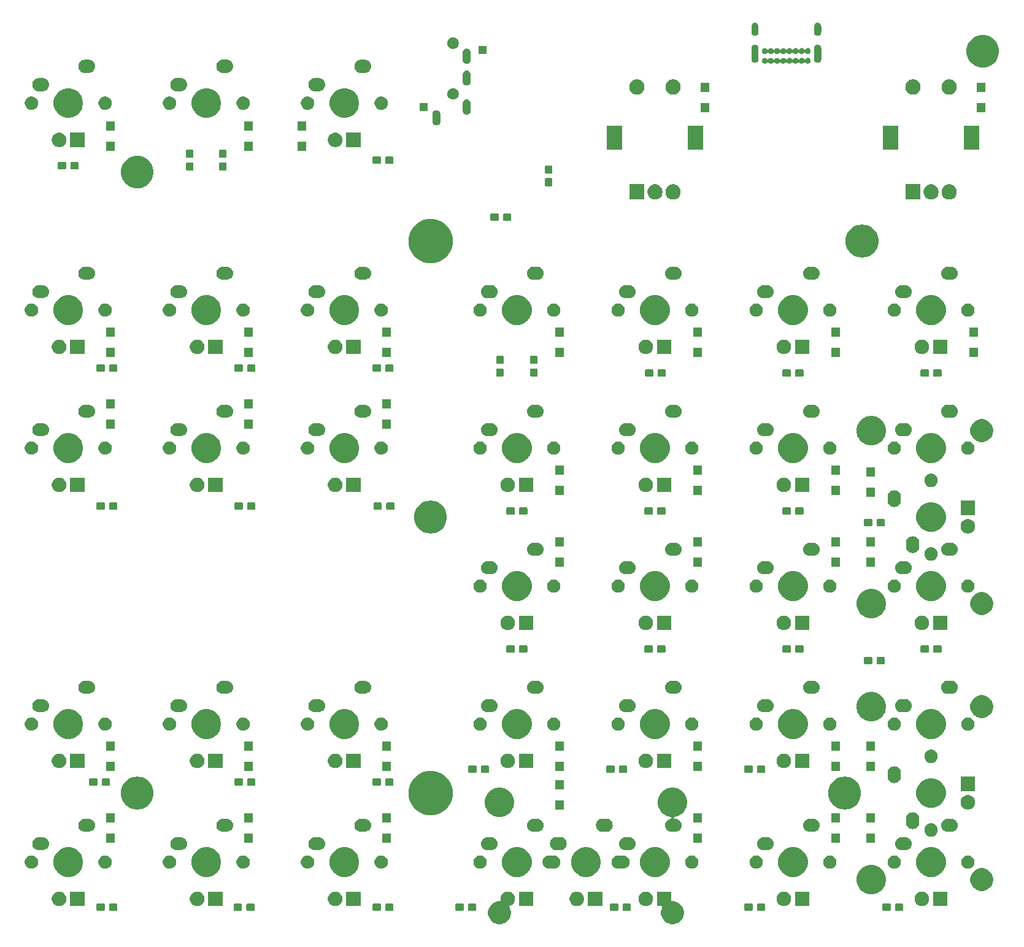
<source format=gbs>
G04 #@! TF.GenerationSoftware,KiCad,Pcbnew,5.1.4*
G04 #@! TF.CreationDate,2019-11-02T22:09:46+09:00*
G04 #@! TF.ProjectId,Navpad,4e617670-6164-42e6-9b69-6361645f7063,rev?*
G04 #@! TF.SameCoordinates,Original*
G04 #@! TF.FileFunction,Soldermask,Bot*
G04 #@! TF.FilePolarity,Negative*
%FSLAX46Y46*%
G04 Gerber Fmt 4.6, Leading zero omitted, Abs format (unit mm)*
G04 Created by KiCad (PCBNEW 5.1.4) date 2019-11-02 22:09:46*
%MOMM*%
%LPD*%
G04 APERTURE LIST*
%ADD10C,0.100000*%
G04 APERTURE END LIST*
D10*
G36*
X155499000Y-152986001D02*
G01*
X155501402Y-153010387D01*
X155508515Y-153033836D01*
X155520066Y-153055447D01*
X155535611Y-153074389D01*
X155554553Y-153089934D01*
X155576164Y-153101485D01*
X155599613Y-153108598D01*
X155623999Y-153111000D01*
X155793625Y-153111000D01*
X155945767Y-153141263D01*
X156097911Y-153171526D01*
X156216637Y-153220704D01*
X156384541Y-153290252D01*
X156384542Y-153290253D01*
X156642504Y-153462617D01*
X156861883Y-153681996D01*
X156947627Y-153810321D01*
X157034248Y-153939959D01*
X157103796Y-154107863D01*
X157152974Y-154226589D01*
X157172747Y-154325995D01*
X157213500Y-154530875D01*
X157213500Y-154841125D01*
X157152974Y-155145410D01*
X157034248Y-155432041D01*
X157034247Y-155432042D01*
X156861883Y-155690004D01*
X156642504Y-155909383D01*
X156470139Y-156024553D01*
X156384541Y-156081748D01*
X156216637Y-156151296D01*
X156097911Y-156200474D01*
X155793625Y-156261000D01*
X155483375Y-156261000D01*
X155179089Y-156200474D01*
X155060363Y-156151296D01*
X154892459Y-156081748D01*
X154806861Y-156024553D01*
X154634496Y-155909383D01*
X154415117Y-155690004D01*
X154242753Y-155432042D01*
X154242752Y-155432041D01*
X154124026Y-155145410D01*
X154063500Y-154841125D01*
X154063500Y-154530875D01*
X154104253Y-154325995D01*
X154124026Y-154226589D01*
X154169954Y-154115711D01*
X154235555Y-153957334D01*
X154242668Y-153933885D01*
X154245070Y-153909499D01*
X154242668Y-153885113D01*
X154235555Y-153861664D01*
X154224004Y-153840053D01*
X154208459Y-153821111D01*
X154189517Y-153805566D01*
X154167906Y-153794015D01*
X154144457Y-153786902D01*
X154120071Y-153784500D01*
X153492000Y-153784500D01*
X153492000Y-151777500D01*
X155499000Y-151777500D01*
X155499000Y-152986001D01*
X155499000Y-152986001D01*
G37*
G36*
X133031925Y-151782988D02*
G01*
X133198210Y-151816063D01*
X133380836Y-151891709D01*
X133545194Y-152001530D01*
X133684970Y-152141306D01*
X133794791Y-152305664D01*
X133870437Y-152488290D01*
X133909000Y-152682164D01*
X133909000Y-152879836D01*
X133870437Y-153073710D01*
X133794791Y-153256336D01*
X133684970Y-153420694D01*
X133545194Y-153560470D01*
X133380836Y-153670291D01*
X133206077Y-153742678D01*
X133184479Y-153754223D01*
X133165537Y-153769768D01*
X133149991Y-153788710D01*
X133138440Y-153810321D01*
X133131327Y-153833769D01*
X133128925Y-153858156D01*
X133131327Y-153882542D01*
X133138440Y-153905991D01*
X133149992Y-153927603D01*
X133158248Y-153939958D01*
X133242200Y-154142637D01*
X133276974Y-154226589D01*
X133296747Y-154325995D01*
X133337500Y-154530875D01*
X133337500Y-154841125D01*
X133276974Y-155145410D01*
X133158248Y-155432041D01*
X133158247Y-155432042D01*
X132985883Y-155690004D01*
X132766504Y-155909383D01*
X132594139Y-156024553D01*
X132508541Y-156081748D01*
X132340637Y-156151296D01*
X132221911Y-156200474D01*
X131917625Y-156261000D01*
X131607375Y-156261000D01*
X131303089Y-156200474D01*
X131184363Y-156151296D01*
X131016459Y-156081748D01*
X130930861Y-156024553D01*
X130758496Y-155909383D01*
X130539117Y-155690004D01*
X130366753Y-155432042D01*
X130366752Y-155432041D01*
X130248026Y-155145410D01*
X130187500Y-154841125D01*
X130187500Y-154530875D01*
X130228253Y-154325995D01*
X130248026Y-154226589D01*
X130297204Y-154107863D01*
X130366752Y-153939959D01*
X130453373Y-153810321D01*
X130539117Y-153681996D01*
X130758496Y-153462617D01*
X131016458Y-153290253D01*
X131016459Y-153290252D01*
X131184363Y-153220704D01*
X131303089Y-153171526D01*
X131455233Y-153141263D01*
X131607375Y-153111000D01*
X131795670Y-153111000D01*
X131820056Y-153108598D01*
X131843505Y-153101485D01*
X131865116Y-153089934D01*
X131884058Y-153074389D01*
X131899603Y-153055447D01*
X131911154Y-153033836D01*
X131918267Y-153010387D01*
X131920669Y-152986001D01*
X131918268Y-152961620D01*
X131902000Y-152879836D01*
X131902000Y-152682164D01*
X131940563Y-152488290D01*
X132016209Y-152305664D01*
X132126030Y-152141306D01*
X132265806Y-152001530D01*
X132430164Y-151891709D01*
X132612790Y-151816063D01*
X132779075Y-151782988D01*
X132806663Y-151777500D01*
X133004337Y-151777500D01*
X133031925Y-151782988D01*
X133031925Y-151782988D01*
G37*
G36*
X149752499Y-153402445D02*
G01*
X149789995Y-153413820D01*
X149824554Y-153432292D01*
X149854847Y-153457153D01*
X149879708Y-153487446D01*
X149898180Y-153522005D01*
X149909555Y-153559501D01*
X149914000Y-153604638D01*
X149914000Y-154243362D01*
X149909555Y-154288499D01*
X149898180Y-154325995D01*
X149879708Y-154360554D01*
X149854847Y-154390847D01*
X149824554Y-154415708D01*
X149789995Y-154434180D01*
X149752499Y-154445555D01*
X149707362Y-154450000D01*
X148968638Y-154450000D01*
X148923501Y-154445555D01*
X148886005Y-154434180D01*
X148851446Y-154415708D01*
X148821153Y-154390847D01*
X148796292Y-154360554D01*
X148777820Y-154325995D01*
X148766445Y-154288499D01*
X148762000Y-154243362D01*
X148762000Y-153604638D01*
X148766445Y-153559501D01*
X148777820Y-153522005D01*
X148796292Y-153487446D01*
X148821153Y-153457153D01*
X148851446Y-153432292D01*
X148886005Y-153413820D01*
X148923501Y-153402445D01*
X148968638Y-153398000D01*
X149707362Y-153398000D01*
X149752499Y-153402445D01*
X149752499Y-153402445D01*
G37*
G36*
X185594499Y-153402445D02*
G01*
X185631995Y-153413820D01*
X185666554Y-153432292D01*
X185696847Y-153457153D01*
X185721708Y-153487446D01*
X185740180Y-153522005D01*
X185751555Y-153559501D01*
X185756000Y-153604638D01*
X185756000Y-154243362D01*
X185751555Y-154288499D01*
X185740180Y-154325995D01*
X185721708Y-154360554D01*
X185696847Y-154390847D01*
X185666554Y-154415708D01*
X185631995Y-154434180D01*
X185594499Y-154445555D01*
X185549362Y-154450000D01*
X184810638Y-154450000D01*
X184765501Y-154445555D01*
X184728005Y-154434180D01*
X184693446Y-154415708D01*
X184663153Y-154390847D01*
X184638292Y-154360554D01*
X184619820Y-154325995D01*
X184608445Y-154288499D01*
X184604000Y-154243362D01*
X184604000Y-153604638D01*
X184608445Y-153559501D01*
X184619820Y-153522005D01*
X184638292Y-153487446D01*
X184663153Y-153457153D01*
X184693446Y-153432292D01*
X184728005Y-153413820D01*
X184765501Y-153402445D01*
X184810638Y-153398000D01*
X185549362Y-153398000D01*
X185594499Y-153402445D01*
X185594499Y-153402445D01*
G37*
G36*
X126666499Y-153402445D02*
G01*
X126703995Y-153413820D01*
X126738554Y-153432292D01*
X126768847Y-153457153D01*
X126793708Y-153487446D01*
X126812180Y-153522005D01*
X126823555Y-153559501D01*
X126828000Y-153604638D01*
X126828000Y-154243362D01*
X126823555Y-154288499D01*
X126812180Y-154325995D01*
X126793708Y-154360554D01*
X126768847Y-154390847D01*
X126738554Y-154415708D01*
X126703995Y-154434180D01*
X126666499Y-154445555D01*
X126621362Y-154450000D01*
X125882638Y-154450000D01*
X125837501Y-154445555D01*
X125800005Y-154434180D01*
X125765446Y-154415708D01*
X125735153Y-154390847D01*
X125710292Y-154360554D01*
X125691820Y-154325995D01*
X125680445Y-154288499D01*
X125676000Y-154243362D01*
X125676000Y-153604638D01*
X125680445Y-153559501D01*
X125691820Y-153522005D01*
X125710292Y-153487446D01*
X125735153Y-153457153D01*
X125765446Y-153432292D01*
X125800005Y-153413820D01*
X125837501Y-153402445D01*
X125882638Y-153398000D01*
X126621362Y-153398000D01*
X126666499Y-153402445D01*
X126666499Y-153402445D01*
G37*
G36*
X128416499Y-153402445D02*
G01*
X128453995Y-153413820D01*
X128488554Y-153432292D01*
X128518847Y-153457153D01*
X128543708Y-153487446D01*
X128562180Y-153522005D01*
X128573555Y-153559501D01*
X128578000Y-153604638D01*
X128578000Y-154243362D01*
X128573555Y-154288499D01*
X128562180Y-154325995D01*
X128543708Y-154360554D01*
X128518847Y-154390847D01*
X128488554Y-154415708D01*
X128453995Y-154434180D01*
X128416499Y-154445555D01*
X128371362Y-154450000D01*
X127632638Y-154450000D01*
X127587501Y-154445555D01*
X127550005Y-154434180D01*
X127515446Y-154415708D01*
X127485153Y-154390847D01*
X127460292Y-154360554D01*
X127441820Y-154325995D01*
X127430445Y-154288499D01*
X127426000Y-154243362D01*
X127426000Y-153604638D01*
X127430445Y-153559501D01*
X127441820Y-153522005D01*
X127460292Y-153487446D01*
X127485153Y-153457153D01*
X127515446Y-153432292D01*
X127550005Y-153413820D01*
X127587501Y-153402445D01*
X127632638Y-153398000D01*
X128371362Y-153398000D01*
X128416499Y-153402445D01*
X128416499Y-153402445D01*
G37*
G36*
X78886499Y-153402445D02*
G01*
X78923995Y-153413820D01*
X78958554Y-153432292D01*
X78988847Y-153457153D01*
X79013708Y-153487446D01*
X79032180Y-153522005D01*
X79043555Y-153559501D01*
X79048000Y-153604638D01*
X79048000Y-154243362D01*
X79043555Y-154288499D01*
X79032180Y-154325995D01*
X79013708Y-154360554D01*
X78988847Y-154390847D01*
X78958554Y-154415708D01*
X78923995Y-154434180D01*
X78886499Y-154445555D01*
X78841362Y-154450000D01*
X78102638Y-154450000D01*
X78057501Y-154445555D01*
X78020005Y-154434180D01*
X77985446Y-154415708D01*
X77955153Y-154390847D01*
X77930292Y-154360554D01*
X77911820Y-154325995D01*
X77900445Y-154288499D01*
X77896000Y-154243362D01*
X77896000Y-153604638D01*
X77900445Y-153559501D01*
X77911820Y-153522005D01*
X77930292Y-153487446D01*
X77955153Y-153457153D01*
X77985446Y-153432292D01*
X78020005Y-153413820D01*
X78057501Y-153402445D01*
X78102638Y-153398000D01*
X78841362Y-153398000D01*
X78886499Y-153402445D01*
X78886499Y-153402445D01*
G37*
G36*
X77136499Y-153402445D02*
G01*
X77173995Y-153413820D01*
X77208554Y-153432292D01*
X77238847Y-153457153D01*
X77263708Y-153487446D01*
X77282180Y-153522005D01*
X77293555Y-153559501D01*
X77298000Y-153604638D01*
X77298000Y-154243362D01*
X77293555Y-154288499D01*
X77282180Y-154325995D01*
X77263708Y-154360554D01*
X77238847Y-154390847D01*
X77208554Y-154415708D01*
X77173995Y-154434180D01*
X77136499Y-154445555D01*
X77091362Y-154450000D01*
X76352638Y-154450000D01*
X76307501Y-154445555D01*
X76270005Y-154434180D01*
X76235446Y-154415708D01*
X76205153Y-154390847D01*
X76180292Y-154360554D01*
X76161820Y-154325995D01*
X76150445Y-154288499D01*
X76146000Y-154243362D01*
X76146000Y-153604638D01*
X76150445Y-153559501D01*
X76161820Y-153522005D01*
X76180292Y-153487446D01*
X76205153Y-153457153D01*
X76235446Y-153432292D01*
X76270005Y-153413820D01*
X76307501Y-153402445D01*
X76352638Y-153398000D01*
X77091362Y-153398000D01*
X77136499Y-153402445D01*
X77136499Y-153402445D01*
G37*
G36*
X97823499Y-153402445D02*
G01*
X97860995Y-153413820D01*
X97895554Y-153432292D01*
X97925847Y-153457153D01*
X97950708Y-153487446D01*
X97969180Y-153522005D01*
X97980555Y-153559501D01*
X97985000Y-153604638D01*
X97985000Y-154243362D01*
X97980555Y-154288499D01*
X97969180Y-154325995D01*
X97950708Y-154360554D01*
X97925847Y-154390847D01*
X97895554Y-154415708D01*
X97860995Y-154434180D01*
X97823499Y-154445555D01*
X97778362Y-154450000D01*
X97039638Y-154450000D01*
X96994501Y-154445555D01*
X96957005Y-154434180D01*
X96922446Y-154415708D01*
X96892153Y-154390847D01*
X96867292Y-154360554D01*
X96848820Y-154325995D01*
X96837445Y-154288499D01*
X96833000Y-154243362D01*
X96833000Y-153604638D01*
X96837445Y-153559501D01*
X96848820Y-153522005D01*
X96867292Y-153487446D01*
X96892153Y-153457153D01*
X96922446Y-153432292D01*
X96957005Y-153413820D01*
X96994501Y-153402445D01*
X97039638Y-153398000D01*
X97778362Y-153398000D01*
X97823499Y-153402445D01*
X97823499Y-153402445D01*
G37*
G36*
X96073499Y-153402445D02*
G01*
X96110995Y-153413820D01*
X96145554Y-153432292D01*
X96175847Y-153457153D01*
X96200708Y-153487446D01*
X96219180Y-153522005D01*
X96230555Y-153559501D01*
X96235000Y-153604638D01*
X96235000Y-154243362D01*
X96230555Y-154288499D01*
X96219180Y-154325995D01*
X96200708Y-154360554D01*
X96175847Y-154390847D01*
X96145554Y-154415708D01*
X96110995Y-154434180D01*
X96073499Y-154445555D01*
X96028362Y-154450000D01*
X95289638Y-154450000D01*
X95244501Y-154445555D01*
X95207005Y-154434180D01*
X95172446Y-154415708D01*
X95142153Y-154390847D01*
X95117292Y-154360554D01*
X95098820Y-154325995D01*
X95087445Y-154288499D01*
X95083000Y-154243362D01*
X95083000Y-153604638D01*
X95087445Y-153559501D01*
X95098820Y-153522005D01*
X95117292Y-153487446D01*
X95142153Y-153457153D01*
X95172446Y-153432292D01*
X95207005Y-153413820D01*
X95244501Y-153402445D01*
X95289638Y-153398000D01*
X96028362Y-153398000D01*
X96073499Y-153402445D01*
X96073499Y-153402445D01*
G37*
G36*
X115236499Y-153402445D02*
G01*
X115273995Y-153413820D01*
X115308554Y-153432292D01*
X115338847Y-153457153D01*
X115363708Y-153487446D01*
X115382180Y-153522005D01*
X115393555Y-153559501D01*
X115398000Y-153604638D01*
X115398000Y-154243362D01*
X115393555Y-154288499D01*
X115382180Y-154325995D01*
X115363708Y-154360554D01*
X115338847Y-154390847D01*
X115308554Y-154415708D01*
X115273995Y-154434180D01*
X115236499Y-154445555D01*
X115191362Y-154450000D01*
X114452638Y-154450000D01*
X114407501Y-154445555D01*
X114370005Y-154434180D01*
X114335446Y-154415708D01*
X114305153Y-154390847D01*
X114280292Y-154360554D01*
X114261820Y-154325995D01*
X114250445Y-154288499D01*
X114246000Y-154243362D01*
X114246000Y-153604638D01*
X114250445Y-153559501D01*
X114261820Y-153522005D01*
X114280292Y-153487446D01*
X114305153Y-153457153D01*
X114335446Y-153432292D01*
X114370005Y-153413820D01*
X114407501Y-153402445D01*
X114452638Y-153398000D01*
X115191362Y-153398000D01*
X115236499Y-153402445D01*
X115236499Y-153402445D01*
G37*
G36*
X148002499Y-153402445D02*
G01*
X148039995Y-153413820D01*
X148074554Y-153432292D01*
X148104847Y-153457153D01*
X148129708Y-153487446D01*
X148148180Y-153522005D01*
X148159555Y-153559501D01*
X148164000Y-153604638D01*
X148164000Y-154243362D01*
X148159555Y-154288499D01*
X148148180Y-154325995D01*
X148129708Y-154360554D01*
X148104847Y-154390847D01*
X148074554Y-154415708D01*
X148039995Y-154434180D01*
X148002499Y-154445555D01*
X147957362Y-154450000D01*
X147218638Y-154450000D01*
X147173501Y-154445555D01*
X147136005Y-154434180D01*
X147101446Y-154415708D01*
X147071153Y-154390847D01*
X147046292Y-154360554D01*
X147027820Y-154325995D01*
X147016445Y-154288499D01*
X147012000Y-154243362D01*
X147012000Y-153604638D01*
X147016445Y-153559501D01*
X147027820Y-153522005D01*
X147046292Y-153487446D01*
X147071153Y-153457153D01*
X147101446Y-153432292D01*
X147136005Y-153413820D01*
X147173501Y-153402445D01*
X147218638Y-153398000D01*
X147957362Y-153398000D01*
X148002499Y-153402445D01*
X148002499Y-153402445D01*
G37*
G36*
X187344499Y-153402445D02*
G01*
X187381995Y-153413820D01*
X187416554Y-153432292D01*
X187446847Y-153457153D01*
X187471708Y-153487446D01*
X187490180Y-153522005D01*
X187501555Y-153559501D01*
X187506000Y-153604638D01*
X187506000Y-154243362D01*
X187501555Y-154288499D01*
X187490180Y-154325995D01*
X187471708Y-154360554D01*
X187446847Y-154390847D01*
X187416554Y-154415708D01*
X187381995Y-154434180D01*
X187344499Y-154445555D01*
X187299362Y-154450000D01*
X186560638Y-154450000D01*
X186515501Y-154445555D01*
X186478005Y-154434180D01*
X186443446Y-154415708D01*
X186413153Y-154390847D01*
X186388292Y-154360554D01*
X186369820Y-154325995D01*
X186358445Y-154288499D01*
X186354000Y-154243362D01*
X186354000Y-153604638D01*
X186358445Y-153559501D01*
X186369820Y-153522005D01*
X186388292Y-153487446D01*
X186413153Y-153457153D01*
X186443446Y-153432292D01*
X186478005Y-153413820D01*
X186515501Y-153402445D01*
X186560638Y-153398000D01*
X187299362Y-153398000D01*
X187344499Y-153402445D01*
X187344499Y-153402445D01*
G37*
G36*
X168294499Y-153402445D02*
G01*
X168331995Y-153413820D01*
X168366554Y-153432292D01*
X168396847Y-153457153D01*
X168421708Y-153487446D01*
X168440180Y-153522005D01*
X168451555Y-153559501D01*
X168456000Y-153604638D01*
X168456000Y-154243362D01*
X168451555Y-154288499D01*
X168440180Y-154325995D01*
X168421708Y-154360554D01*
X168396847Y-154390847D01*
X168366554Y-154415708D01*
X168331995Y-154434180D01*
X168294499Y-154445555D01*
X168249362Y-154450000D01*
X167510638Y-154450000D01*
X167465501Y-154445555D01*
X167428005Y-154434180D01*
X167393446Y-154415708D01*
X167363153Y-154390847D01*
X167338292Y-154360554D01*
X167319820Y-154325995D01*
X167308445Y-154288499D01*
X167304000Y-154243362D01*
X167304000Y-153604638D01*
X167308445Y-153559501D01*
X167319820Y-153522005D01*
X167338292Y-153487446D01*
X167363153Y-153457153D01*
X167393446Y-153432292D01*
X167428005Y-153413820D01*
X167465501Y-153402445D01*
X167510638Y-153398000D01*
X168249362Y-153398000D01*
X168294499Y-153402445D01*
X168294499Y-153402445D01*
G37*
G36*
X166544499Y-153402445D02*
G01*
X166581995Y-153413820D01*
X166616554Y-153432292D01*
X166646847Y-153457153D01*
X166671708Y-153487446D01*
X166690180Y-153522005D01*
X166701555Y-153559501D01*
X166706000Y-153604638D01*
X166706000Y-154243362D01*
X166701555Y-154288499D01*
X166690180Y-154325995D01*
X166671708Y-154360554D01*
X166646847Y-154390847D01*
X166616554Y-154415708D01*
X166581995Y-154434180D01*
X166544499Y-154445555D01*
X166499362Y-154450000D01*
X165760638Y-154450000D01*
X165715501Y-154445555D01*
X165678005Y-154434180D01*
X165643446Y-154415708D01*
X165613153Y-154390847D01*
X165588292Y-154360554D01*
X165569820Y-154325995D01*
X165558445Y-154288499D01*
X165554000Y-154243362D01*
X165554000Y-153604638D01*
X165558445Y-153559501D01*
X165569820Y-153522005D01*
X165588292Y-153487446D01*
X165613153Y-153457153D01*
X165643446Y-153432292D01*
X165678005Y-153413820D01*
X165715501Y-153402445D01*
X165760638Y-153398000D01*
X166499362Y-153398000D01*
X166544499Y-153402445D01*
X166544499Y-153402445D01*
G37*
G36*
X116986499Y-153402445D02*
G01*
X117023995Y-153413820D01*
X117058554Y-153432292D01*
X117088847Y-153457153D01*
X117113708Y-153487446D01*
X117132180Y-153522005D01*
X117143555Y-153559501D01*
X117148000Y-153604638D01*
X117148000Y-154243362D01*
X117143555Y-154288499D01*
X117132180Y-154325995D01*
X117113708Y-154360554D01*
X117088847Y-154390847D01*
X117058554Y-154415708D01*
X117023995Y-154434180D01*
X116986499Y-154445555D01*
X116941362Y-154450000D01*
X116202638Y-154450000D01*
X116157501Y-154445555D01*
X116120005Y-154434180D01*
X116085446Y-154415708D01*
X116055153Y-154390847D01*
X116030292Y-154360554D01*
X116011820Y-154325995D01*
X116000445Y-154288499D01*
X115996000Y-154243362D01*
X115996000Y-153604638D01*
X116000445Y-153559501D01*
X116011820Y-153522005D01*
X116030292Y-153487446D01*
X116055153Y-153457153D01*
X116085446Y-153432292D01*
X116120005Y-153413820D01*
X116157501Y-153402445D01*
X116202638Y-153398000D01*
X116941362Y-153398000D01*
X116986499Y-153402445D01*
X116986499Y-153402445D01*
G37*
G36*
X71119425Y-151782988D02*
G01*
X71285710Y-151816063D01*
X71468336Y-151891709D01*
X71632694Y-152001530D01*
X71772470Y-152141306D01*
X71882291Y-152305664D01*
X71957937Y-152488290D01*
X71996500Y-152682164D01*
X71996500Y-152879836D01*
X71957937Y-153073710D01*
X71882291Y-153256336D01*
X71772470Y-153420694D01*
X71632694Y-153560470D01*
X71468336Y-153670291D01*
X71285710Y-153745937D01*
X71119425Y-153779012D01*
X71091837Y-153784500D01*
X70894163Y-153784500D01*
X70866575Y-153779012D01*
X70700290Y-153745937D01*
X70517664Y-153670291D01*
X70353306Y-153560470D01*
X70213530Y-153420694D01*
X70103709Y-153256336D01*
X70028063Y-153073710D01*
X69989500Y-152879836D01*
X69989500Y-152682164D01*
X70028063Y-152488290D01*
X70103709Y-152305664D01*
X70213530Y-152141306D01*
X70353306Y-152001530D01*
X70517664Y-151891709D01*
X70700290Y-151816063D01*
X70866575Y-151782988D01*
X70894163Y-151777500D01*
X71091837Y-151777500D01*
X71119425Y-151782988D01*
X71119425Y-151782988D01*
G37*
G36*
X152081925Y-151782988D02*
G01*
X152248210Y-151816063D01*
X152430836Y-151891709D01*
X152595194Y-152001530D01*
X152734970Y-152141306D01*
X152844791Y-152305664D01*
X152920437Y-152488290D01*
X152959000Y-152682164D01*
X152959000Y-152879836D01*
X152920437Y-153073710D01*
X152844791Y-153256336D01*
X152734970Y-153420694D01*
X152595194Y-153560470D01*
X152430836Y-153670291D01*
X152248210Y-153745937D01*
X152081925Y-153779012D01*
X152054337Y-153784500D01*
X151856663Y-153784500D01*
X151829075Y-153779012D01*
X151662790Y-153745937D01*
X151480164Y-153670291D01*
X151315806Y-153560470D01*
X151176030Y-153420694D01*
X151066209Y-153256336D01*
X150990563Y-153073710D01*
X150952000Y-152879836D01*
X150952000Y-152682164D01*
X150990563Y-152488290D01*
X151066209Y-152305664D01*
X151176030Y-152141306D01*
X151315806Y-152001530D01*
X151480164Y-151891709D01*
X151662790Y-151816063D01*
X151829075Y-151782988D01*
X151856663Y-151777500D01*
X152054337Y-151777500D01*
X152081925Y-151782988D01*
X152081925Y-151782988D01*
G37*
G36*
X136449000Y-153784500D02*
G01*
X134442000Y-153784500D01*
X134442000Y-151777500D01*
X136449000Y-151777500D01*
X136449000Y-153784500D01*
X136449000Y-153784500D01*
G37*
G36*
X109219425Y-151782988D02*
G01*
X109385710Y-151816063D01*
X109568336Y-151891709D01*
X109732694Y-152001530D01*
X109872470Y-152141306D01*
X109982291Y-152305664D01*
X110057937Y-152488290D01*
X110096500Y-152682164D01*
X110096500Y-152879836D01*
X110057937Y-153073710D01*
X109982291Y-153256336D01*
X109872470Y-153420694D01*
X109732694Y-153560470D01*
X109568336Y-153670291D01*
X109385710Y-153745937D01*
X109219425Y-153779012D01*
X109191837Y-153784500D01*
X108994163Y-153784500D01*
X108966575Y-153779012D01*
X108800290Y-153745937D01*
X108617664Y-153670291D01*
X108453306Y-153560470D01*
X108313530Y-153420694D01*
X108203709Y-153256336D01*
X108128063Y-153073710D01*
X108089500Y-152879836D01*
X108089500Y-152682164D01*
X108128063Y-152488290D01*
X108203709Y-152305664D01*
X108313530Y-152141306D01*
X108453306Y-152001530D01*
X108617664Y-151891709D01*
X108800290Y-151816063D01*
X108966575Y-151782988D01*
X108994163Y-151777500D01*
X109191837Y-151777500D01*
X109219425Y-151782988D01*
X109219425Y-151782988D01*
G37*
G36*
X112636500Y-153784500D02*
G01*
X110629500Y-153784500D01*
X110629500Y-151777500D01*
X112636500Y-151777500D01*
X112636500Y-153784500D01*
X112636500Y-153784500D01*
G37*
G36*
X90169425Y-151782988D02*
G01*
X90335710Y-151816063D01*
X90518336Y-151891709D01*
X90682694Y-152001530D01*
X90822470Y-152141306D01*
X90932291Y-152305664D01*
X91007937Y-152488290D01*
X91046500Y-152682164D01*
X91046500Y-152879836D01*
X91007937Y-153073710D01*
X90932291Y-153256336D01*
X90822470Y-153420694D01*
X90682694Y-153560470D01*
X90518336Y-153670291D01*
X90335710Y-153745937D01*
X90169425Y-153779012D01*
X90141837Y-153784500D01*
X89944163Y-153784500D01*
X89916575Y-153779012D01*
X89750290Y-153745937D01*
X89567664Y-153670291D01*
X89403306Y-153560470D01*
X89263530Y-153420694D01*
X89153709Y-153256336D01*
X89078063Y-153073710D01*
X89039500Y-152879836D01*
X89039500Y-152682164D01*
X89078063Y-152488290D01*
X89153709Y-152305664D01*
X89263530Y-152141306D01*
X89403306Y-152001530D01*
X89567664Y-151891709D01*
X89750290Y-151816063D01*
X89916575Y-151782988D01*
X89944163Y-151777500D01*
X90141837Y-151777500D01*
X90169425Y-151782988D01*
X90169425Y-151782988D01*
G37*
G36*
X93586500Y-153784500D02*
G01*
X91579500Y-153784500D01*
X91579500Y-151777500D01*
X93586500Y-151777500D01*
X93586500Y-153784500D01*
X93586500Y-153784500D01*
G37*
G36*
X74536500Y-153784500D02*
G01*
X72529500Y-153784500D01*
X72529500Y-151777500D01*
X74536500Y-151777500D01*
X74536500Y-153784500D01*
X74536500Y-153784500D01*
G37*
G36*
X171131925Y-151782988D02*
G01*
X171298210Y-151816063D01*
X171480836Y-151891709D01*
X171645194Y-152001530D01*
X171784970Y-152141306D01*
X171894791Y-152305664D01*
X171970437Y-152488290D01*
X172009000Y-152682164D01*
X172009000Y-152879836D01*
X171970437Y-153073710D01*
X171894791Y-153256336D01*
X171784970Y-153420694D01*
X171645194Y-153560470D01*
X171480836Y-153670291D01*
X171298210Y-153745937D01*
X171131925Y-153779012D01*
X171104337Y-153784500D01*
X170906663Y-153784500D01*
X170879075Y-153779012D01*
X170712790Y-153745937D01*
X170530164Y-153670291D01*
X170365806Y-153560470D01*
X170226030Y-153420694D01*
X170116209Y-153256336D01*
X170040563Y-153073710D01*
X170002000Y-152879836D01*
X170002000Y-152682164D01*
X170040563Y-152488290D01*
X170116209Y-152305664D01*
X170226030Y-152141306D01*
X170365806Y-152001530D01*
X170530164Y-151891709D01*
X170712790Y-151816063D01*
X170879075Y-151782988D01*
X170906663Y-151777500D01*
X171104337Y-151777500D01*
X171131925Y-151782988D01*
X171131925Y-151782988D01*
G37*
G36*
X193599000Y-153784500D02*
G01*
X191592000Y-153784500D01*
X191592000Y-151777500D01*
X193599000Y-151777500D01*
X193599000Y-153784500D01*
X193599000Y-153784500D01*
G37*
G36*
X190181925Y-151782988D02*
G01*
X190348210Y-151816063D01*
X190530836Y-151891709D01*
X190695194Y-152001530D01*
X190834970Y-152141306D01*
X190944791Y-152305664D01*
X191020437Y-152488290D01*
X191059000Y-152682164D01*
X191059000Y-152879836D01*
X191020437Y-153073710D01*
X190944791Y-153256336D01*
X190834970Y-153420694D01*
X190695194Y-153560470D01*
X190530836Y-153670291D01*
X190348210Y-153745937D01*
X190181925Y-153779012D01*
X190154337Y-153784500D01*
X189956663Y-153784500D01*
X189929075Y-153779012D01*
X189762790Y-153745937D01*
X189580164Y-153670291D01*
X189415806Y-153560470D01*
X189276030Y-153420694D01*
X189166209Y-153256336D01*
X189090563Y-153073710D01*
X189052000Y-152879836D01*
X189052000Y-152682164D01*
X189090563Y-152488290D01*
X189166209Y-152305664D01*
X189276030Y-152141306D01*
X189415806Y-152001530D01*
X189580164Y-151891709D01*
X189762790Y-151816063D01*
X189929075Y-151782988D01*
X189956663Y-151777500D01*
X190154337Y-151777500D01*
X190181925Y-151782988D01*
X190181925Y-151782988D01*
G37*
G36*
X174549000Y-153784500D02*
G01*
X172542000Y-153784500D01*
X172542000Y-151777500D01*
X174549000Y-151777500D01*
X174549000Y-153784500D01*
X174549000Y-153784500D01*
G37*
G36*
X145974000Y-153784500D02*
G01*
X143967000Y-153784500D01*
X143967000Y-151777500D01*
X145974000Y-151777500D01*
X145974000Y-153784500D01*
X145974000Y-153784500D01*
G37*
G36*
X142556925Y-151782988D02*
G01*
X142723210Y-151816063D01*
X142905836Y-151891709D01*
X143070194Y-152001530D01*
X143209970Y-152141306D01*
X143319791Y-152305664D01*
X143395437Y-152488290D01*
X143434000Y-152682164D01*
X143434000Y-152879836D01*
X143395437Y-153073710D01*
X143319791Y-153256336D01*
X143209970Y-153420694D01*
X143070194Y-153560470D01*
X142905836Y-153670291D01*
X142723210Y-153745937D01*
X142556925Y-153779012D01*
X142529337Y-153784500D01*
X142331663Y-153784500D01*
X142304075Y-153779012D01*
X142137790Y-153745937D01*
X141955164Y-153670291D01*
X141790806Y-153560470D01*
X141651030Y-153420694D01*
X141541209Y-153256336D01*
X141465563Y-153073710D01*
X141427000Y-152879836D01*
X141427000Y-152682164D01*
X141465563Y-152488290D01*
X141541209Y-152305664D01*
X141651030Y-152141306D01*
X141790806Y-152001530D01*
X141955164Y-151891709D01*
X142137790Y-151816063D01*
X142304075Y-151782988D01*
X142331663Y-151777500D01*
X142529337Y-151777500D01*
X142556925Y-151782988D01*
X142556925Y-151782988D01*
G37*
G36*
X183666974Y-148147684D02*
G01*
X183884974Y-148237983D01*
X184039123Y-148301833D01*
X184374048Y-148525623D01*
X184658877Y-148810452D01*
X184882667Y-149145377D01*
X184882667Y-149145378D01*
X185036816Y-149517526D01*
X185115400Y-149912594D01*
X185115400Y-150315406D01*
X185036816Y-150710474D01*
X184974863Y-150860041D01*
X184882667Y-151082623D01*
X184658877Y-151417548D01*
X184374048Y-151702377D01*
X184039123Y-151926167D01*
X183884974Y-151990017D01*
X183666974Y-152080316D01*
X183271906Y-152158900D01*
X182869094Y-152158900D01*
X182474026Y-152080316D01*
X182256026Y-151990017D01*
X182101877Y-151926167D01*
X181766952Y-151702377D01*
X181482123Y-151417548D01*
X181258333Y-151082623D01*
X181166137Y-150860041D01*
X181104184Y-150710474D01*
X181025600Y-150315406D01*
X181025600Y-149912594D01*
X181104184Y-149517526D01*
X181258333Y-149145378D01*
X181258333Y-149145377D01*
X181482123Y-148810452D01*
X181766952Y-148525623D01*
X182101877Y-148301833D01*
X182256026Y-148237983D01*
X182474026Y-148147684D01*
X182869094Y-148069100D01*
X183271906Y-148069100D01*
X183666974Y-148147684D01*
X183666974Y-148147684D01*
G37*
G36*
X198769911Y-148599526D02*
G01*
X198888637Y-148648704D01*
X199056541Y-148718252D01*
X199056542Y-148718253D01*
X199314504Y-148890617D01*
X199533883Y-149109996D01*
X199557524Y-149145378D01*
X199706248Y-149367959D01*
X199766395Y-149513167D01*
X199824974Y-149654589D01*
X199843137Y-149745900D01*
X199885500Y-149958875D01*
X199885500Y-150269125D01*
X199824974Y-150573410D01*
X199706248Y-150860041D01*
X199706247Y-150860042D01*
X199533883Y-151118004D01*
X199314504Y-151337383D01*
X199194528Y-151417548D01*
X199056541Y-151509748D01*
X198888637Y-151579296D01*
X198769911Y-151628474D01*
X198465625Y-151689000D01*
X198155375Y-151689000D01*
X197851089Y-151628474D01*
X197732363Y-151579296D01*
X197564459Y-151509748D01*
X197426472Y-151417548D01*
X197306496Y-151337383D01*
X197087117Y-151118004D01*
X196914753Y-150860042D01*
X196914752Y-150860041D01*
X196796026Y-150573410D01*
X196735500Y-150269125D01*
X196735500Y-149958875D01*
X196777863Y-149745900D01*
X196796026Y-149654589D01*
X196854605Y-149513167D01*
X196914752Y-149367959D01*
X197063476Y-149145378D01*
X197087117Y-149109996D01*
X197306496Y-148890617D01*
X197564458Y-148718253D01*
X197564459Y-148718252D01*
X197732363Y-148648704D01*
X197851089Y-148599526D01*
X198155375Y-148539000D01*
X198465625Y-148539000D01*
X198769911Y-148599526D01*
X198769911Y-148599526D01*
G37*
G36*
X72859474Y-145734684D02*
G01*
X73062907Y-145818949D01*
X73231623Y-145888833D01*
X73566548Y-146112623D01*
X73851377Y-146397452D01*
X74075167Y-146732377D01*
X74110433Y-146817518D01*
X74229316Y-147104526D01*
X74307900Y-147499594D01*
X74307900Y-147902406D01*
X74229316Y-148297474D01*
X74178451Y-148420272D01*
X74075167Y-148669623D01*
X73851377Y-149004548D01*
X73566548Y-149289377D01*
X73231623Y-149513167D01*
X73077474Y-149577017D01*
X72859474Y-149667316D01*
X72464406Y-149745900D01*
X72061594Y-149745900D01*
X71666526Y-149667316D01*
X71448526Y-149577017D01*
X71294377Y-149513167D01*
X70959452Y-149289377D01*
X70674623Y-149004548D01*
X70450833Y-148669623D01*
X70347549Y-148420272D01*
X70296684Y-148297474D01*
X70218100Y-147902406D01*
X70218100Y-147499594D01*
X70296684Y-147104526D01*
X70415567Y-146817518D01*
X70450833Y-146732377D01*
X70674623Y-146397452D01*
X70959452Y-146112623D01*
X71294377Y-145888833D01*
X71463093Y-145818949D01*
X71666526Y-145734684D01*
X72061594Y-145656100D01*
X72464406Y-145656100D01*
X72859474Y-145734684D01*
X72859474Y-145734684D01*
G37*
G36*
X91909474Y-145734684D02*
G01*
X92112907Y-145818949D01*
X92281623Y-145888833D01*
X92616548Y-146112623D01*
X92901377Y-146397452D01*
X93125167Y-146732377D01*
X93160433Y-146817518D01*
X93279316Y-147104526D01*
X93357900Y-147499594D01*
X93357900Y-147902406D01*
X93279316Y-148297474D01*
X93228451Y-148420272D01*
X93125167Y-148669623D01*
X92901377Y-149004548D01*
X92616548Y-149289377D01*
X92281623Y-149513167D01*
X92127474Y-149577017D01*
X91909474Y-149667316D01*
X91514406Y-149745900D01*
X91111594Y-149745900D01*
X90716526Y-149667316D01*
X90498526Y-149577017D01*
X90344377Y-149513167D01*
X90009452Y-149289377D01*
X89724623Y-149004548D01*
X89500833Y-148669623D01*
X89397549Y-148420272D01*
X89346684Y-148297474D01*
X89268100Y-147902406D01*
X89268100Y-147499594D01*
X89346684Y-147104526D01*
X89465567Y-146817518D01*
X89500833Y-146732377D01*
X89724623Y-146397452D01*
X90009452Y-146112623D01*
X90344377Y-145888833D01*
X90513093Y-145818949D01*
X90716526Y-145734684D01*
X91111594Y-145656100D01*
X91514406Y-145656100D01*
X91909474Y-145734684D01*
X91909474Y-145734684D01*
G37*
G36*
X134771974Y-145734684D02*
G01*
X134975407Y-145818949D01*
X135144123Y-145888833D01*
X135479048Y-146112623D01*
X135763877Y-146397452D01*
X135987667Y-146732377D01*
X136022933Y-146817518D01*
X136141816Y-147104526D01*
X136220400Y-147499594D01*
X136220400Y-147902406D01*
X136141816Y-148297474D01*
X136090951Y-148420272D01*
X135987667Y-148669623D01*
X135763877Y-149004548D01*
X135479048Y-149289377D01*
X135144123Y-149513167D01*
X134989974Y-149577017D01*
X134771974Y-149667316D01*
X134376906Y-149745900D01*
X133974094Y-149745900D01*
X133579026Y-149667316D01*
X133361026Y-149577017D01*
X133206877Y-149513167D01*
X132871952Y-149289377D01*
X132587123Y-149004548D01*
X132363333Y-148669623D01*
X132260049Y-148420272D01*
X132209184Y-148297474D01*
X132130600Y-147902406D01*
X132130600Y-147499594D01*
X132209184Y-147104526D01*
X132328067Y-146817518D01*
X132363333Y-146732377D01*
X132587123Y-146397452D01*
X132871952Y-146112623D01*
X133206877Y-145888833D01*
X133375593Y-145818949D01*
X133579026Y-145734684D01*
X133974094Y-145656100D01*
X134376906Y-145656100D01*
X134771974Y-145734684D01*
X134771974Y-145734684D01*
G37*
G36*
X153821974Y-145734684D02*
G01*
X154025407Y-145818949D01*
X154194123Y-145888833D01*
X154529048Y-146112623D01*
X154813877Y-146397452D01*
X155037667Y-146732377D01*
X155072933Y-146817518D01*
X155191816Y-147104526D01*
X155270400Y-147499594D01*
X155270400Y-147902406D01*
X155191816Y-148297474D01*
X155140951Y-148420272D01*
X155037667Y-148669623D01*
X154813877Y-149004548D01*
X154529048Y-149289377D01*
X154194123Y-149513167D01*
X154039974Y-149577017D01*
X153821974Y-149667316D01*
X153426906Y-149745900D01*
X153024094Y-149745900D01*
X152629026Y-149667316D01*
X152411026Y-149577017D01*
X152256877Y-149513167D01*
X151921952Y-149289377D01*
X151637123Y-149004548D01*
X151413333Y-148669623D01*
X151310049Y-148420272D01*
X151259184Y-148297474D01*
X151180600Y-147902406D01*
X151180600Y-147499594D01*
X151259184Y-147104526D01*
X151378067Y-146817518D01*
X151413333Y-146732377D01*
X151637123Y-146397452D01*
X151921952Y-146112623D01*
X152256877Y-145888833D01*
X152425593Y-145818949D01*
X152629026Y-145734684D01*
X153024094Y-145656100D01*
X153426906Y-145656100D01*
X153821974Y-145734684D01*
X153821974Y-145734684D01*
G37*
G36*
X144296974Y-145734684D02*
G01*
X144500407Y-145818949D01*
X144669123Y-145888833D01*
X145004048Y-146112623D01*
X145288877Y-146397452D01*
X145512667Y-146732377D01*
X145547933Y-146817518D01*
X145666816Y-147104526D01*
X145745400Y-147499594D01*
X145745400Y-147902406D01*
X145666816Y-148297474D01*
X145615951Y-148420272D01*
X145512667Y-148669623D01*
X145288877Y-149004548D01*
X145004048Y-149289377D01*
X144669123Y-149513167D01*
X144514974Y-149577017D01*
X144296974Y-149667316D01*
X143901906Y-149745900D01*
X143499094Y-149745900D01*
X143104026Y-149667316D01*
X142886026Y-149577017D01*
X142731877Y-149513167D01*
X142396952Y-149289377D01*
X142112123Y-149004548D01*
X141888333Y-148669623D01*
X141785049Y-148420272D01*
X141734184Y-148297474D01*
X141655600Y-147902406D01*
X141655600Y-147499594D01*
X141734184Y-147104526D01*
X141853067Y-146817518D01*
X141888333Y-146732377D01*
X142112123Y-146397452D01*
X142396952Y-146112623D01*
X142731877Y-145888833D01*
X142900593Y-145818949D01*
X143104026Y-145734684D01*
X143499094Y-145656100D01*
X143901906Y-145656100D01*
X144296974Y-145734684D01*
X144296974Y-145734684D01*
G37*
G36*
X110959474Y-145734684D02*
G01*
X111162907Y-145818949D01*
X111331623Y-145888833D01*
X111666548Y-146112623D01*
X111951377Y-146397452D01*
X112175167Y-146732377D01*
X112210433Y-146817518D01*
X112329316Y-147104526D01*
X112407900Y-147499594D01*
X112407900Y-147902406D01*
X112329316Y-148297474D01*
X112278451Y-148420272D01*
X112175167Y-148669623D01*
X111951377Y-149004548D01*
X111666548Y-149289377D01*
X111331623Y-149513167D01*
X111177474Y-149577017D01*
X110959474Y-149667316D01*
X110564406Y-149745900D01*
X110161594Y-149745900D01*
X109766526Y-149667316D01*
X109548526Y-149577017D01*
X109394377Y-149513167D01*
X109059452Y-149289377D01*
X108774623Y-149004548D01*
X108550833Y-148669623D01*
X108447549Y-148420272D01*
X108396684Y-148297474D01*
X108318100Y-147902406D01*
X108318100Y-147499594D01*
X108396684Y-147104526D01*
X108515567Y-146817518D01*
X108550833Y-146732377D01*
X108774623Y-146397452D01*
X109059452Y-146112623D01*
X109394377Y-145888833D01*
X109563093Y-145818949D01*
X109766526Y-145734684D01*
X110161594Y-145656100D01*
X110564406Y-145656100D01*
X110959474Y-145734684D01*
X110959474Y-145734684D01*
G37*
G36*
X191921974Y-145734684D02*
G01*
X192125407Y-145818949D01*
X192294123Y-145888833D01*
X192629048Y-146112623D01*
X192913877Y-146397452D01*
X193137667Y-146732377D01*
X193172933Y-146817518D01*
X193291816Y-147104526D01*
X193370400Y-147499594D01*
X193370400Y-147902406D01*
X193291816Y-148297474D01*
X193240951Y-148420272D01*
X193137667Y-148669623D01*
X192913877Y-149004548D01*
X192629048Y-149289377D01*
X192294123Y-149513167D01*
X192139974Y-149577017D01*
X191921974Y-149667316D01*
X191526906Y-149745900D01*
X191124094Y-149745900D01*
X190729026Y-149667316D01*
X190511026Y-149577017D01*
X190356877Y-149513167D01*
X190021952Y-149289377D01*
X189737123Y-149004548D01*
X189513333Y-148669623D01*
X189410049Y-148420272D01*
X189359184Y-148297474D01*
X189280600Y-147902406D01*
X189280600Y-147499594D01*
X189359184Y-147104526D01*
X189478067Y-146817518D01*
X189513333Y-146732377D01*
X189737123Y-146397452D01*
X190021952Y-146112623D01*
X190356877Y-145888833D01*
X190525593Y-145818949D01*
X190729026Y-145734684D01*
X191124094Y-145656100D01*
X191526906Y-145656100D01*
X191921974Y-145734684D01*
X191921974Y-145734684D01*
G37*
G36*
X172871974Y-145734684D02*
G01*
X173075407Y-145818949D01*
X173244123Y-145888833D01*
X173579048Y-146112623D01*
X173863877Y-146397452D01*
X174087667Y-146732377D01*
X174122933Y-146817518D01*
X174241816Y-147104526D01*
X174320400Y-147499594D01*
X174320400Y-147902406D01*
X174241816Y-148297474D01*
X174190951Y-148420272D01*
X174087667Y-148669623D01*
X173863877Y-149004548D01*
X173579048Y-149289377D01*
X173244123Y-149513167D01*
X173089974Y-149577017D01*
X172871974Y-149667316D01*
X172476906Y-149745900D01*
X172074094Y-149745900D01*
X171679026Y-149667316D01*
X171461026Y-149577017D01*
X171306877Y-149513167D01*
X170971952Y-149289377D01*
X170687123Y-149004548D01*
X170463333Y-148669623D01*
X170360049Y-148420272D01*
X170309184Y-148297474D01*
X170230600Y-147902406D01*
X170230600Y-147499594D01*
X170309184Y-147104526D01*
X170428067Y-146817518D01*
X170463333Y-146732377D01*
X170687123Y-146397452D01*
X170971952Y-146112623D01*
X171306877Y-145888833D01*
X171475593Y-145818949D01*
X171679026Y-145734684D01*
X172074094Y-145656100D01*
X172476906Y-145656100D01*
X172871974Y-145734684D01*
X172871974Y-145734684D01*
G37*
G36*
X67453104Y-146810585D02*
G01*
X67621626Y-146880389D01*
X67773291Y-146981728D01*
X67902272Y-147110709D01*
X68003611Y-147262374D01*
X68073415Y-147430896D01*
X68109000Y-147609797D01*
X68109000Y-147792203D01*
X68073415Y-147971104D01*
X68003611Y-148139626D01*
X67902272Y-148291291D01*
X67773291Y-148420272D01*
X67621626Y-148521611D01*
X67453104Y-148591415D01*
X67274203Y-148627000D01*
X67091797Y-148627000D01*
X66912896Y-148591415D01*
X66744374Y-148521611D01*
X66592709Y-148420272D01*
X66463728Y-148291291D01*
X66362389Y-148139626D01*
X66292585Y-147971104D01*
X66257000Y-147792203D01*
X66257000Y-147609797D01*
X66292585Y-147430896D01*
X66362389Y-147262374D01*
X66463728Y-147110709D01*
X66592709Y-146981728D01*
X66744374Y-146880389D01*
X66912896Y-146810585D01*
X67091797Y-146775000D01*
X67274203Y-146775000D01*
X67453104Y-146810585D01*
X67453104Y-146810585D01*
G37*
G36*
X105553104Y-146810585D02*
G01*
X105721626Y-146880389D01*
X105873291Y-146981728D01*
X106002272Y-147110709D01*
X106103611Y-147262374D01*
X106173415Y-147430896D01*
X106209000Y-147609797D01*
X106209000Y-147792203D01*
X106173415Y-147971104D01*
X106103611Y-148139626D01*
X106002272Y-148291291D01*
X105873291Y-148420272D01*
X105721626Y-148521611D01*
X105553104Y-148591415D01*
X105374203Y-148627000D01*
X105191797Y-148627000D01*
X105012896Y-148591415D01*
X104844374Y-148521611D01*
X104692709Y-148420272D01*
X104563728Y-148291291D01*
X104462389Y-148139626D01*
X104392585Y-147971104D01*
X104357000Y-147792203D01*
X104357000Y-147609797D01*
X104392585Y-147430896D01*
X104462389Y-147262374D01*
X104563728Y-147110709D01*
X104692709Y-146981728D01*
X104844374Y-146880389D01*
X105012896Y-146810585D01*
X105191797Y-146775000D01*
X105374203Y-146775000D01*
X105553104Y-146810585D01*
X105553104Y-146810585D01*
G37*
G36*
X115713104Y-146810585D02*
G01*
X115881626Y-146880389D01*
X116033291Y-146981728D01*
X116162272Y-147110709D01*
X116263611Y-147262374D01*
X116333415Y-147430896D01*
X116369000Y-147609797D01*
X116369000Y-147792203D01*
X116333415Y-147971104D01*
X116263611Y-148139626D01*
X116162272Y-148291291D01*
X116033291Y-148420272D01*
X115881626Y-148521611D01*
X115713104Y-148591415D01*
X115534203Y-148627000D01*
X115351797Y-148627000D01*
X115172896Y-148591415D01*
X115004374Y-148521611D01*
X114852709Y-148420272D01*
X114723728Y-148291291D01*
X114622389Y-148139626D01*
X114552585Y-147971104D01*
X114517000Y-147792203D01*
X114517000Y-147609797D01*
X114552585Y-147430896D01*
X114622389Y-147262374D01*
X114723728Y-147110709D01*
X114852709Y-146981728D01*
X115004374Y-146880389D01*
X115172896Y-146810585D01*
X115351797Y-146775000D01*
X115534203Y-146775000D01*
X115713104Y-146810585D01*
X115713104Y-146810585D01*
G37*
G36*
X129365604Y-146810585D02*
G01*
X129534126Y-146880389D01*
X129685791Y-146981728D01*
X129814772Y-147110709D01*
X129916111Y-147262374D01*
X129985915Y-147430896D01*
X130021500Y-147609797D01*
X130021500Y-147792203D01*
X129985915Y-147971104D01*
X129916111Y-148139626D01*
X129814772Y-148291291D01*
X129685791Y-148420272D01*
X129534126Y-148521611D01*
X129365604Y-148591415D01*
X129186703Y-148627000D01*
X129004297Y-148627000D01*
X128825396Y-148591415D01*
X128656874Y-148521611D01*
X128505209Y-148420272D01*
X128376228Y-148291291D01*
X128274889Y-148139626D01*
X128205085Y-147971104D01*
X128169500Y-147792203D01*
X128169500Y-147609797D01*
X128205085Y-147430896D01*
X128274889Y-147262374D01*
X128376228Y-147110709D01*
X128505209Y-146981728D01*
X128656874Y-146880389D01*
X128825396Y-146810585D01*
X129004297Y-146775000D01*
X129186703Y-146775000D01*
X129365604Y-146810585D01*
X129365604Y-146810585D01*
G37*
G36*
X86503104Y-146810585D02*
G01*
X86671626Y-146880389D01*
X86823291Y-146981728D01*
X86952272Y-147110709D01*
X87053611Y-147262374D01*
X87123415Y-147430896D01*
X87159000Y-147609797D01*
X87159000Y-147792203D01*
X87123415Y-147971104D01*
X87053611Y-148139626D01*
X86952272Y-148291291D01*
X86823291Y-148420272D01*
X86671626Y-148521611D01*
X86503104Y-148591415D01*
X86324203Y-148627000D01*
X86141797Y-148627000D01*
X85962896Y-148591415D01*
X85794374Y-148521611D01*
X85642709Y-148420272D01*
X85513728Y-148291291D01*
X85412389Y-148139626D01*
X85342585Y-147971104D01*
X85307000Y-147792203D01*
X85307000Y-147609797D01*
X85342585Y-147430896D01*
X85412389Y-147262374D01*
X85513728Y-147110709D01*
X85642709Y-146981728D01*
X85794374Y-146880389D01*
X85962896Y-146810585D01*
X86141797Y-146775000D01*
X86324203Y-146775000D01*
X86503104Y-146810585D01*
X86503104Y-146810585D01*
G37*
G36*
X96663104Y-146810585D02*
G01*
X96831626Y-146880389D01*
X96983291Y-146981728D01*
X97112272Y-147110709D01*
X97213611Y-147262374D01*
X97283415Y-147430896D01*
X97319000Y-147609797D01*
X97319000Y-147792203D01*
X97283415Y-147971104D01*
X97213611Y-148139626D01*
X97112272Y-148291291D01*
X96983291Y-148420272D01*
X96831626Y-148521611D01*
X96663104Y-148591415D01*
X96484203Y-148627000D01*
X96301797Y-148627000D01*
X96122896Y-148591415D01*
X95954374Y-148521611D01*
X95802709Y-148420272D01*
X95673728Y-148291291D01*
X95572389Y-148139626D01*
X95502585Y-147971104D01*
X95467000Y-147792203D01*
X95467000Y-147609797D01*
X95502585Y-147430896D01*
X95572389Y-147262374D01*
X95673728Y-147110709D01*
X95802709Y-146981728D01*
X95954374Y-146880389D01*
X96122896Y-146810585D01*
X96301797Y-146775000D01*
X96484203Y-146775000D01*
X96663104Y-146810585D01*
X96663104Y-146810585D01*
G37*
G36*
X77613104Y-146810585D02*
G01*
X77781626Y-146880389D01*
X77933291Y-146981728D01*
X78062272Y-147110709D01*
X78163611Y-147262374D01*
X78233415Y-147430896D01*
X78269000Y-147609797D01*
X78269000Y-147792203D01*
X78233415Y-147971104D01*
X78163611Y-148139626D01*
X78062272Y-148291291D01*
X77933291Y-148420272D01*
X77781626Y-148521611D01*
X77613104Y-148591415D01*
X77434203Y-148627000D01*
X77251797Y-148627000D01*
X77072896Y-148591415D01*
X76904374Y-148521611D01*
X76752709Y-148420272D01*
X76623728Y-148291291D01*
X76522389Y-148139626D01*
X76452585Y-147971104D01*
X76417000Y-147792203D01*
X76417000Y-147609797D01*
X76452585Y-147430896D01*
X76522389Y-147262374D01*
X76623728Y-147110709D01*
X76752709Y-146981728D01*
X76904374Y-146880389D01*
X77072896Y-146810585D01*
X77251797Y-146775000D01*
X77434203Y-146775000D01*
X77613104Y-146810585D01*
X77613104Y-146810585D01*
G37*
G36*
X196675604Y-146810585D02*
G01*
X196844126Y-146880389D01*
X196995791Y-146981728D01*
X197124772Y-147110709D01*
X197226111Y-147262374D01*
X197295915Y-147430896D01*
X197331500Y-147609797D01*
X197331500Y-147792203D01*
X197295915Y-147971104D01*
X197226111Y-148139626D01*
X197124772Y-148291291D01*
X196995791Y-148420272D01*
X196844126Y-148521611D01*
X196675604Y-148591415D01*
X196496703Y-148627000D01*
X196314297Y-148627000D01*
X196135396Y-148591415D01*
X195966874Y-148521611D01*
X195815209Y-148420272D01*
X195686228Y-148291291D01*
X195584889Y-148139626D01*
X195515085Y-147971104D01*
X195479500Y-147792203D01*
X195479500Y-147609797D01*
X195515085Y-147430896D01*
X195584889Y-147262374D01*
X195686228Y-147110709D01*
X195815209Y-146981728D01*
X195966874Y-146880389D01*
X196135396Y-146810585D01*
X196314297Y-146775000D01*
X196496703Y-146775000D01*
X196675604Y-146810585D01*
X196675604Y-146810585D01*
G37*
G36*
X138890604Y-146810585D02*
G01*
X138890610Y-146810588D01*
X138891065Y-146810678D01*
X138913618Y-146817518D01*
X138938004Y-146819919D01*
X138962390Y-146817516D01*
X138984935Y-146810678D01*
X138985390Y-146810588D01*
X138985396Y-146810585D01*
X139164297Y-146775000D01*
X139346703Y-146775000D01*
X139525604Y-146810585D01*
X139694126Y-146880389D01*
X139845791Y-146981728D01*
X139974772Y-147110709D01*
X140076111Y-147262374D01*
X140145915Y-147430896D01*
X140181500Y-147609797D01*
X140181500Y-147792203D01*
X140145915Y-147971104D01*
X140076111Y-148139626D01*
X139974772Y-148291291D01*
X139845791Y-148420272D01*
X139694126Y-148521611D01*
X139525604Y-148591415D01*
X139346703Y-148627000D01*
X139164297Y-148627000D01*
X138985396Y-148591415D01*
X138985390Y-148591412D01*
X138984935Y-148591322D01*
X138962382Y-148584482D01*
X138937996Y-148582081D01*
X138913610Y-148584484D01*
X138891065Y-148591322D01*
X138890610Y-148591412D01*
X138890604Y-148591415D01*
X138711703Y-148627000D01*
X138529297Y-148627000D01*
X138350396Y-148591415D01*
X138181874Y-148521611D01*
X138030209Y-148420272D01*
X137901228Y-148291291D01*
X137799889Y-148139626D01*
X137730085Y-147971104D01*
X137694500Y-147792203D01*
X137694500Y-147609797D01*
X137730085Y-147430896D01*
X137799889Y-147262374D01*
X137901228Y-147110709D01*
X138030209Y-146981728D01*
X138181874Y-146880389D01*
X138350396Y-146810585D01*
X138529297Y-146775000D01*
X138711703Y-146775000D01*
X138890604Y-146810585D01*
X138890604Y-146810585D01*
G37*
G36*
X148415604Y-146810585D02*
G01*
X148415610Y-146810588D01*
X148416065Y-146810678D01*
X148438618Y-146817518D01*
X148463004Y-146819919D01*
X148487390Y-146817516D01*
X148509935Y-146810678D01*
X148510390Y-146810588D01*
X148510396Y-146810585D01*
X148689297Y-146775000D01*
X148871703Y-146775000D01*
X149050604Y-146810585D01*
X149219126Y-146880389D01*
X149370791Y-146981728D01*
X149499772Y-147110709D01*
X149601111Y-147262374D01*
X149670915Y-147430896D01*
X149706500Y-147609797D01*
X149706500Y-147792203D01*
X149670915Y-147971104D01*
X149601111Y-148139626D01*
X149499772Y-148291291D01*
X149370791Y-148420272D01*
X149219126Y-148521611D01*
X149050604Y-148591415D01*
X148871703Y-148627000D01*
X148689297Y-148627000D01*
X148510396Y-148591415D01*
X148510390Y-148591412D01*
X148509935Y-148591322D01*
X148487382Y-148584482D01*
X148462996Y-148582081D01*
X148438610Y-148584484D01*
X148416065Y-148591322D01*
X148415610Y-148591412D01*
X148415604Y-148591415D01*
X148236703Y-148627000D01*
X148054297Y-148627000D01*
X147875396Y-148591415D01*
X147706874Y-148521611D01*
X147555209Y-148420272D01*
X147426228Y-148291291D01*
X147324889Y-148139626D01*
X147255085Y-147971104D01*
X147219500Y-147792203D01*
X147219500Y-147609797D01*
X147255085Y-147430896D01*
X147324889Y-147262374D01*
X147426228Y-147110709D01*
X147555209Y-146981728D01*
X147706874Y-146880389D01*
X147875396Y-146810585D01*
X148054297Y-146775000D01*
X148236703Y-146775000D01*
X148415604Y-146810585D01*
X148415604Y-146810585D01*
G37*
G36*
X158575604Y-146810585D02*
G01*
X158744126Y-146880389D01*
X158895791Y-146981728D01*
X159024772Y-147110709D01*
X159126111Y-147262374D01*
X159195915Y-147430896D01*
X159231500Y-147609797D01*
X159231500Y-147792203D01*
X159195915Y-147971104D01*
X159126111Y-148139626D01*
X159024772Y-148291291D01*
X158895791Y-148420272D01*
X158744126Y-148521611D01*
X158575604Y-148591415D01*
X158396703Y-148627000D01*
X158214297Y-148627000D01*
X158035396Y-148591415D01*
X157866874Y-148521611D01*
X157715209Y-148420272D01*
X157586228Y-148291291D01*
X157484889Y-148139626D01*
X157415085Y-147971104D01*
X157379500Y-147792203D01*
X157379500Y-147609797D01*
X157415085Y-147430896D01*
X157484889Y-147262374D01*
X157586228Y-147110709D01*
X157715209Y-146981728D01*
X157866874Y-146880389D01*
X158035396Y-146810585D01*
X158214297Y-146775000D01*
X158396703Y-146775000D01*
X158575604Y-146810585D01*
X158575604Y-146810585D01*
G37*
G36*
X167465604Y-146810585D02*
G01*
X167634126Y-146880389D01*
X167785791Y-146981728D01*
X167914772Y-147110709D01*
X168016111Y-147262374D01*
X168085915Y-147430896D01*
X168121500Y-147609797D01*
X168121500Y-147792203D01*
X168085915Y-147971104D01*
X168016111Y-148139626D01*
X167914772Y-148291291D01*
X167785791Y-148420272D01*
X167634126Y-148521611D01*
X167465604Y-148591415D01*
X167286703Y-148627000D01*
X167104297Y-148627000D01*
X166925396Y-148591415D01*
X166756874Y-148521611D01*
X166605209Y-148420272D01*
X166476228Y-148291291D01*
X166374889Y-148139626D01*
X166305085Y-147971104D01*
X166269500Y-147792203D01*
X166269500Y-147609797D01*
X166305085Y-147430896D01*
X166374889Y-147262374D01*
X166476228Y-147110709D01*
X166605209Y-146981728D01*
X166756874Y-146880389D01*
X166925396Y-146810585D01*
X167104297Y-146775000D01*
X167286703Y-146775000D01*
X167465604Y-146810585D01*
X167465604Y-146810585D01*
G37*
G36*
X177625604Y-146810585D02*
G01*
X177794126Y-146880389D01*
X177945791Y-146981728D01*
X178074772Y-147110709D01*
X178176111Y-147262374D01*
X178245915Y-147430896D01*
X178281500Y-147609797D01*
X178281500Y-147792203D01*
X178245915Y-147971104D01*
X178176111Y-148139626D01*
X178074772Y-148291291D01*
X177945791Y-148420272D01*
X177794126Y-148521611D01*
X177625604Y-148591415D01*
X177446703Y-148627000D01*
X177264297Y-148627000D01*
X177085396Y-148591415D01*
X176916874Y-148521611D01*
X176765209Y-148420272D01*
X176636228Y-148291291D01*
X176534889Y-148139626D01*
X176465085Y-147971104D01*
X176429500Y-147792203D01*
X176429500Y-147609797D01*
X176465085Y-147430896D01*
X176534889Y-147262374D01*
X176636228Y-147110709D01*
X176765209Y-146981728D01*
X176916874Y-146880389D01*
X177085396Y-146810585D01*
X177264297Y-146775000D01*
X177446703Y-146775000D01*
X177625604Y-146810585D01*
X177625604Y-146810585D01*
G37*
G36*
X186515604Y-146810585D02*
G01*
X186684126Y-146880389D01*
X186835791Y-146981728D01*
X186964772Y-147110709D01*
X187066111Y-147262374D01*
X187135915Y-147430896D01*
X187171500Y-147609797D01*
X187171500Y-147792203D01*
X187135915Y-147971104D01*
X187066111Y-148139626D01*
X186964772Y-148291291D01*
X186835791Y-148420272D01*
X186684126Y-148521611D01*
X186515604Y-148591415D01*
X186336703Y-148627000D01*
X186154297Y-148627000D01*
X185975396Y-148591415D01*
X185806874Y-148521611D01*
X185655209Y-148420272D01*
X185526228Y-148291291D01*
X185424889Y-148139626D01*
X185355085Y-147971104D01*
X185319500Y-147792203D01*
X185319500Y-147609797D01*
X185355085Y-147430896D01*
X185424889Y-147262374D01*
X185526228Y-147110709D01*
X185655209Y-146981728D01*
X185806874Y-146880389D01*
X185975396Y-146810585D01*
X186154297Y-146775000D01*
X186336703Y-146775000D01*
X186515604Y-146810585D01*
X186515604Y-146810585D01*
G37*
G36*
X140297029Y-144248398D02*
G01*
X140471579Y-144301348D01*
X140632447Y-144387333D01*
X140773449Y-144503051D01*
X140889167Y-144644053D01*
X140975152Y-144804921D01*
X141028102Y-144979471D01*
X141045980Y-145161000D01*
X141028102Y-145342529D01*
X140975152Y-145517079D01*
X140889167Y-145677947D01*
X140773449Y-145818949D01*
X140632447Y-145934667D01*
X140471579Y-146020652D01*
X140297029Y-146073602D01*
X140160990Y-146087000D01*
X139620010Y-146087000D01*
X139483971Y-146073602D01*
X139309421Y-146020652D01*
X139148553Y-145934667D01*
X139007551Y-145818949D01*
X138891833Y-145677947D01*
X138805848Y-145517079D01*
X138752898Y-145342529D01*
X138735020Y-145161000D01*
X138752898Y-144979471D01*
X138805848Y-144804921D01*
X138891833Y-144644053D01*
X139007551Y-144503051D01*
X139148553Y-144387333D01*
X139309421Y-144301348D01*
X139483971Y-144248398D01*
X139620010Y-144235000D01*
X140160990Y-144235000D01*
X140297029Y-144248398D01*
X140297029Y-144248398D01*
G37*
G36*
X130725943Y-144266519D02*
G01*
X130792127Y-144273037D01*
X130961966Y-144324557D01*
X131118491Y-144408222D01*
X131154229Y-144437552D01*
X131255686Y-144520814D01*
X131338948Y-144622271D01*
X131368278Y-144658009D01*
X131451943Y-144814534D01*
X131503463Y-144984373D01*
X131520859Y-145161000D01*
X131503463Y-145337627D01*
X131451943Y-145507466D01*
X131368278Y-145663991D01*
X131338948Y-145699729D01*
X131255686Y-145801186D01*
X131154229Y-145884448D01*
X131118491Y-145913778D01*
X130961966Y-145997443D01*
X130792127Y-146048963D01*
X130725942Y-146055482D01*
X130659760Y-146062000D01*
X130071240Y-146062000D01*
X130005058Y-146055482D01*
X129938873Y-146048963D01*
X129769034Y-145997443D01*
X129612509Y-145913778D01*
X129576771Y-145884448D01*
X129475314Y-145801186D01*
X129392052Y-145699729D01*
X129362722Y-145663991D01*
X129279057Y-145507466D01*
X129227537Y-145337627D01*
X129210141Y-145161000D01*
X129227537Y-144984373D01*
X129279057Y-144814534D01*
X129362722Y-144658009D01*
X129392052Y-144622271D01*
X129475314Y-144520814D01*
X129576771Y-144437552D01*
X129612509Y-144408222D01*
X129769034Y-144324557D01*
X129938873Y-144273037D01*
X130005057Y-144266519D01*
X130071240Y-144260000D01*
X130659760Y-144260000D01*
X130725943Y-144266519D01*
X130725943Y-144266519D01*
G37*
G36*
X68813443Y-144266519D02*
G01*
X68879627Y-144273037D01*
X69049466Y-144324557D01*
X69205991Y-144408222D01*
X69241729Y-144437552D01*
X69343186Y-144520814D01*
X69426448Y-144622271D01*
X69455778Y-144658009D01*
X69539443Y-144814534D01*
X69590963Y-144984373D01*
X69608359Y-145161000D01*
X69590963Y-145337627D01*
X69539443Y-145507466D01*
X69455778Y-145663991D01*
X69426448Y-145699729D01*
X69343186Y-145801186D01*
X69241729Y-145884448D01*
X69205991Y-145913778D01*
X69049466Y-145997443D01*
X68879627Y-146048963D01*
X68813442Y-146055482D01*
X68747260Y-146062000D01*
X68158740Y-146062000D01*
X68092558Y-146055482D01*
X68026373Y-146048963D01*
X67856534Y-145997443D01*
X67700009Y-145913778D01*
X67664271Y-145884448D01*
X67562814Y-145801186D01*
X67479552Y-145699729D01*
X67450222Y-145663991D01*
X67366557Y-145507466D01*
X67315037Y-145337627D01*
X67297641Y-145161000D01*
X67315037Y-144984373D01*
X67366557Y-144814534D01*
X67450222Y-144658009D01*
X67479552Y-144622271D01*
X67562814Y-144520814D01*
X67664271Y-144437552D01*
X67700009Y-144408222D01*
X67856534Y-144324557D01*
X68026373Y-144273037D01*
X68092557Y-144266519D01*
X68158740Y-144260000D01*
X68747260Y-144260000D01*
X68813443Y-144266519D01*
X68813443Y-144266519D01*
G37*
G36*
X87863443Y-144266519D02*
G01*
X87929627Y-144273037D01*
X88099466Y-144324557D01*
X88255991Y-144408222D01*
X88291729Y-144437552D01*
X88393186Y-144520814D01*
X88476448Y-144622271D01*
X88505778Y-144658009D01*
X88589443Y-144814534D01*
X88640963Y-144984373D01*
X88658359Y-145161000D01*
X88640963Y-145337627D01*
X88589443Y-145507466D01*
X88505778Y-145663991D01*
X88476448Y-145699729D01*
X88393186Y-145801186D01*
X88291729Y-145884448D01*
X88255991Y-145913778D01*
X88099466Y-145997443D01*
X87929627Y-146048963D01*
X87863442Y-146055482D01*
X87797260Y-146062000D01*
X87208740Y-146062000D01*
X87142558Y-146055482D01*
X87076373Y-146048963D01*
X86906534Y-145997443D01*
X86750009Y-145913778D01*
X86714271Y-145884448D01*
X86612814Y-145801186D01*
X86529552Y-145699729D01*
X86500222Y-145663991D01*
X86416557Y-145507466D01*
X86365037Y-145337627D01*
X86347641Y-145161000D01*
X86365037Y-144984373D01*
X86416557Y-144814534D01*
X86500222Y-144658009D01*
X86529552Y-144622271D01*
X86612814Y-144520814D01*
X86714271Y-144437552D01*
X86750009Y-144408222D01*
X86906534Y-144324557D01*
X87076373Y-144273037D01*
X87142557Y-144266519D01*
X87208740Y-144260000D01*
X87797260Y-144260000D01*
X87863443Y-144266519D01*
X87863443Y-144266519D01*
G37*
G36*
X106913443Y-144266519D02*
G01*
X106979627Y-144273037D01*
X107149466Y-144324557D01*
X107305991Y-144408222D01*
X107341729Y-144437552D01*
X107443186Y-144520814D01*
X107526448Y-144622271D01*
X107555778Y-144658009D01*
X107639443Y-144814534D01*
X107690963Y-144984373D01*
X107708359Y-145161000D01*
X107690963Y-145337627D01*
X107639443Y-145507466D01*
X107555778Y-145663991D01*
X107526448Y-145699729D01*
X107443186Y-145801186D01*
X107341729Y-145884448D01*
X107305991Y-145913778D01*
X107149466Y-145997443D01*
X106979627Y-146048963D01*
X106913442Y-146055482D01*
X106847260Y-146062000D01*
X106258740Y-146062000D01*
X106192558Y-146055482D01*
X106126373Y-146048963D01*
X105956534Y-145997443D01*
X105800009Y-145913778D01*
X105764271Y-145884448D01*
X105662814Y-145801186D01*
X105579552Y-145699729D01*
X105550222Y-145663991D01*
X105466557Y-145507466D01*
X105415037Y-145337627D01*
X105397641Y-145161000D01*
X105415037Y-144984373D01*
X105466557Y-144814534D01*
X105550222Y-144658009D01*
X105579552Y-144622271D01*
X105662814Y-144520814D01*
X105764271Y-144437552D01*
X105800009Y-144408222D01*
X105956534Y-144324557D01*
X106126373Y-144273037D01*
X106192557Y-144266519D01*
X106258740Y-144260000D01*
X106847260Y-144260000D01*
X106913443Y-144266519D01*
X106913443Y-144266519D01*
G37*
G36*
X149775943Y-144266519D02*
G01*
X149842127Y-144273037D01*
X150011966Y-144324557D01*
X150168491Y-144408222D01*
X150204229Y-144437552D01*
X150305686Y-144520814D01*
X150388948Y-144622271D01*
X150418278Y-144658009D01*
X150501943Y-144814534D01*
X150553463Y-144984373D01*
X150570859Y-145161000D01*
X150553463Y-145337627D01*
X150501943Y-145507466D01*
X150418278Y-145663991D01*
X150388948Y-145699729D01*
X150305686Y-145801186D01*
X150204229Y-145884448D01*
X150168491Y-145913778D01*
X150011966Y-145997443D01*
X149842127Y-146048963D01*
X149775942Y-146055482D01*
X149709760Y-146062000D01*
X149121240Y-146062000D01*
X149055058Y-146055482D01*
X148988873Y-146048963D01*
X148819034Y-145997443D01*
X148662509Y-145913778D01*
X148626771Y-145884448D01*
X148525314Y-145801186D01*
X148442052Y-145699729D01*
X148412722Y-145663991D01*
X148329057Y-145507466D01*
X148277537Y-145337627D01*
X148260141Y-145161000D01*
X148277537Y-144984373D01*
X148329057Y-144814534D01*
X148412722Y-144658009D01*
X148442052Y-144622271D01*
X148525314Y-144520814D01*
X148626771Y-144437552D01*
X148662509Y-144408222D01*
X148819034Y-144324557D01*
X148988873Y-144273037D01*
X149055057Y-144266519D01*
X149121240Y-144260000D01*
X149709760Y-144260000D01*
X149775943Y-144266519D01*
X149775943Y-144266519D01*
G37*
G36*
X168825943Y-144266519D02*
G01*
X168892127Y-144273037D01*
X169061966Y-144324557D01*
X169218491Y-144408222D01*
X169254229Y-144437552D01*
X169355686Y-144520814D01*
X169438948Y-144622271D01*
X169468278Y-144658009D01*
X169551943Y-144814534D01*
X169603463Y-144984373D01*
X169620859Y-145161000D01*
X169603463Y-145337627D01*
X169551943Y-145507466D01*
X169468278Y-145663991D01*
X169438948Y-145699729D01*
X169355686Y-145801186D01*
X169254229Y-145884448D01*
X169218491Y-145913778D01*
X169061966Y-145997443D01*
X168892127Y-146048963D01*
X168825942Y-146055482D01*
X168759760Y-146062000D01*
X168171240Y-146062000D01*
X168105058Y-146055482D01*
X168038873Y-146048963D01*
X167869034Y-145997443D01*
X167712509Y-145913778D01*
X167676771Y-145884448D01*
X167575314Y-145801186D01*
X167492052Y-145699729D01*
X167462722Y-145663991D01*
X167379057Y-145507466D01*
X167327537Y-145337627D01*
X167310141Y-145161000D01*
X167327537Y-144984373D01*
X167379057Y-144814534D01*
X167462722Y-144658009D01*
X167492052Y-144622271D01*
X167575314Y-144520814D01*
X167676771Y-144437552D01*
X167712509Y-144408222D01*
X167869034Y-144324557D01*
X168038873Y-144273037D01*
X168105057Y-144266519D01*
X168171240Y-144260000D01*
X168759760Y-144260000D01*
X168825943Y-144266519D01*
X168825943Y-144266519D01*
G37*
G36*
X187875943Y-144266519D02*
G01*
X187942127Y-144273037D01*
X188111966Y-144324557D01*
X188268491Y-144408222D01*
X188304229Y-144437552D01*
X188405686Y-144520814D01*
X188488948Y-144622271D01*
X188518278Y-144658009D01*
X188601943Y-144814534D01*
X188653463Y-144984373D01*
X188670859Y-145161000D01*
X188653463Y-145337627D01*
X188601943Y-145507466D01*
X188518278Y-145663991D01*
X188488948Y-145699729D01*
X188405686Y-145801186D01*
X188304229Y-145884448D01*
X188268491Y-145913778D01*
X188111966Y-145997443D01*
X187942127Y-146048963D01*
X187875942Y-146055482D01*
X187809760Y-146062000D01*
X187221240Y-146062000D01*
X187155058Y-146055482D01*
X187088873Y-146048963D01*
X186919034Y-145997443D01*
X186762509Y-145913778D01*
X186726771Y-145884448D01*
X186625314Y-145801186D01*
X186542052Y-145699729D01*
X186512722Y-145663991D01*
X186429057Y-145507466D01*
X186377537Y-145337627D01*
X186360141Y-145161000D01*
X186377537Y-144984373D01*
X186429057Y-144814534D01*
X186512722Y-144658009D01*
X186542052Y-144622271D01*
X186625314Y-144520814D01*
X186726771Y-144437552D01*
X186762509Y-144408222D01*
X186919034Y-144324557D01*
X187088873Y-144273037D01*
X187155057Y-144266519D01*
X187221240Y-144260000D01*
X187809760Y-144260000D01*
X187875943Y-144266519D01*
X187875943Y-144266519D01*
G37*
G36*
X116806000Y-145003000D02*
G01*
X115604000Y-145003000D01*
X115604000Y-143801000D01*
X116806000Y-143801000D01*
X116806000Y-145003000D01*
X116806000Y-145003000D01*
G37*
G36*
X183608000Y-145003000D02*
G01*
X182406000Y-145003000D01*
X182406000Y-143801000D01*
X183608000Y-143801000D01*
X183608000Y-145003000D01*
X183608000Y-145003000D01*
G37*
G36*
X178782000Y-145003000D02*
G01*
X177580000Y-145003000D01*
X177580000Y-143801000D01*
X178782000Y-143801000D01*
X178782000Y-145003000D01*
X178782000Y-145003000D01*
G37*
G36*
X97756000Y-145003000D02*
G01*
X96554000Y-145003000D01*
X96554000Y-143801000D01*
X97756000Y-143801000D01*
X97756000Y-145003000D01*
X97756000Y-145003000D01*
G37*
G36*
X159732000Y-145003000D02*
G01*
X158530000Y-145003000D01*
X158530000Y-143801000D01*
X159732000Y-143801000D01*
X159732000Y-145003000D01*
X159732000Y-145003000D01*
G37*
G36*
X78706000Y-145003000D02*
G01*
X77504000Y-145003000D01*
X77504000Y-143801000D01*
X78706000Y-143801000D01*
X78706000Y-145003000D01*
X78706000Y-145003000D01*
G37*
G36*
X191595604Y-142365585D02*
G01*
X191764126Y-142435389D01*
X191915791Y-142536728D01*
X192044772Y-142665709D01*
X192146111Y-142817374D01*
X192215915Y-142985896D01*
X192251500Y-143164797D01*
X192251500Y-143347203D01*
X192215915Y-143526104D01*
X192146111Y-143694626D01*
X192044772Y-143846291D01*
X191915791Y-143975272D01*
X191764126Y-144076611D01*
X191595604Y-144146415D01*
X191416703Y-144182000D01*
X191234297Y-144182000D01*
X191055396Y-144146415D01*
X190886874Y-144076611D01*
X190735209Y-143975272D01*
X190606228Y-143846291D01*
X190504889Y-143694626D01*
X190435085Y-143526104D01*
X190399500Y-143347203D01*
X190399500Y-143164797D01*
X190435085Y-142985896D01*
X190504889Y-142817374D01*
X190606228Y-142665709D01*
X190735209Y-142536728D01*
X190886874Y-142435389D01*
X191055396Y-142365585D01*
X191234297Y-142330000D01*
X191416703Y-142330000D01*
X191595604Y-142365585D01*
X191595604Y-142365585D01*
G37*
G36*
X146647029Y-141708398D02*
G01*
X146821579Y-141761348D01*
X146982447Y-141847333D01*
X147123449Y-141963051D01*
X147239167Y-142104053D01*
X147325152Y-142264921D01*
X147378102Y-142439471D01*
X147395980Y-142621000D01*
X147378102Y-142802529D01*
X147325152Y-142977079D01*
X147239167Y-143137947D01*
X147123449Y-143278949D01*
X146982447Y-143394667D01*
X146821579Y-143480652D01*
X146647029Y-143533602D01*
X146510990Y-143547000D01*
X145970010Y-143547000D01*
X145833971Y-143533602D01*
X145659421Y-143480652D01*
X145498553Y-143394667D01*
X145357551Y-143278949D01*
X145241833Y-143137947D01*
X145155848Y-142977079D01*
X145102898Y-142802529D01*
X145085020Y-142621000D01*
X145102898Y-142439471D01*
X145155848Y-142264921D01*
X145241833Y-142104053D01*
X145357551Y-141963051D01*
X145498553Y-141847333D01*
X145659421Y-141761348D01*
X145833971Y-141708398D01*
X145970010Y-141695000D01*
X146510990Y-141695000D01*
X146647029Y-141708398D01*
X146647029Y-141708398D01*
G37*
G36*
X175175943Y-141726519D02*
G01*
X175242127Y-141733037D01*
X175411966Y-141784557D01*
X175568491Y-141868222D01*
X175604229Y-141897552D01*
X175705686Y-141980814D01*
X175788948Y-142082271D01*
X175818278Y-142118009D01*
X175901943Y-142274534D01*
X175953463Y-142444373D01*
X175970859Y-142621000D01*
X175953463Y-142797627D01*
X175901943Y-142967466D01*
X175818278Y-143123991D01*
X175803925Y-143141480D01*
X175705686Y-143261186D01*
X175604229Y-143344448D01*
X175568491Y-143373778D01*
X175411966Y-143457443D01*
X175242127Y-143508963D01*
X175175942Y-143515482D01*
X175109760Y-143522000D01*
X174521240Y-143522000D01*
X174455058Y-143515482D01*
X174388873Y-143508963D01*
X174219034Y-143457443D01*
X174062509Y-143373778D01*
X174026771Y-143344448D01*
X173925314Y-143261186D01*
X173827075Y-143141480D01*
X173812722Y-143123991D01*
X173729057Y-142967466D01*
X173677537Y-142797627D01*
X173660141Y-142621000D01*
X173677537Y-142444373D01*
X173729057Y-142274534D01*
X173812722Y-142118009D01*
X173842052Y-142082271D01*
X173925314Y-141980814D01*
X174026771Y-141897552D01*
X174062509Y-141868222D01*
X174219034Y-141784557D01*
X174388873Y-141733037D01*
X174455057Y-141726519D01*
X174521240Y-141720000D01*
X175109760Y-141720000D01*
X175175943Y-141726519D01*
X175175943Y-141726519D01*
G37*
G36*
X75163443Y-141726519D02*
G01*
X75229627Y-141733037D01*
X75399466Y-141784557D01*
X75555991Y-141868222D01*
X75591729Y-141897552D01*
X75693186Y-141980814D01*
X75776448Y-142082271D01*
X75805778Y-142118009D01*
X75889443Y-142274534D01*
X75940963Y-142444373D01*
X75958359Y-142621000D01*
X75940963Y-142797627D01*
X75889443Y-142967466D01*
X75805778Y-143123991D01*
X75791425Y-143141480D01*
X75693186Y-143261186D01*
X75591729Y-143344448D01*
X75555991Y-143373778D01*
X75399466Y-143457443D01*
X75229627Y-143508963D01*
X75163442Y-143515482D01*
X75097260Y-143522000D01*
X74508740Y-143522000D01*
X74442558Y-143515482D01*
X74376373Y-143508963D01*
X74206534Y-143457443D01*
X74050009Y-143373778D01*
X74014271Y-143344448D01*
X73912814Y-143261186D01*
X73814575Y-143141480D01*
X73800222Y-143123991D01*
X73716557Y-142967466D01*
X73665037Y-142797627D01*
X73647641Y-142621000D01*
X73665037Y-142444373D01*
X73716557Y-142274534D01*
X73800222Y-142118009D01*
X73829552Y-142082271D01*
X73912814Y-141980814D01*
X74014271Y-141897552D01*
X74050009Y-141868222D01*
X74206534Y-141784557D01*
X74376373Y-141733037D01*
X74442557Y-141726519D01*
X74508740Y-141720000D01*
X75097260Y-141720000D01*
X75163443Y-141726519D01*
X75163443Y-141726519D01*
G37*
G36*
X156234974Y-137479684D02*
G01*
X156330878Y-137519409D01*
X156607123Y-137633833D01*
X156942048Y-137857623D01*
X157226877Y-138142452D01*
X157450667Y-138477377D01*
X157452194Y-138481064D01*
X157604816Y-138849526D01*
X157683400Y-139244594D01*
X157683400Y-139647406D01*
X157604816Y-140042474D01*
X157572332Y-140120897D01*
X157450667Y-140414623D01*
X157226877Y-140749548D01*
X156942048Y-141034377D01*
X156607123Y-141258167D01*
X156452974Y-141322017D01*
X156234974Y-141412316D01*
X155932891Y-141472404D01*
X155909442Y-141479517D01*
X155887831Y-141491068D01*
X155868889Y-141506613D01*
X155853344Y-141525555D01*
X155841793Y-141547166D01*
X155834680Y-141570615D01*
X155832278Y-141595001D01*
X155834680Y-141619387D01*
X155841793Y-141642836D01*
X155853344Y-141664447D01*
X155868889Y-141683389D01*
X155887831Y-141698934D01*
X155909442Y-141710485D01*
X155932891Y-141717598D01*
X155957277Y-141720000D01*
X156059760Y-141720000D01*
X156125943Y-141726519D01*
X156192127Y-141733037D01*
X156361966Y-141784557D01*
X156518491Y-141868222D01*
X156554229Y-141897552D01*
X156655686Y-141980814D01*
X156738948Y-142082271D01*
X156768278Y-142118009D01*
X156851943Y-142274534D01*
X156903463Y-142444373D01*
X156920859Y-142621000D01*
X156903463Y-142797627D01*
X156851943Y-142967466D01*
X156768278Y-143123991D01*
X156753925Y-143141480D01*
X156655686Y-143261186D01*
X156554229Y-143344448D01*
X156518491Y-143373778D01*
X156361966Y-143457443D01*
X156192127Y-143508963D01*
X156125942Y-143515482D01*
X156059760Y-143522000D01*
X155471240Y-143522000D01*
X155405058Y-143515482D01*
X155338873Y-143508963D01*
X155169034Y-143457443D01*
X155012509Y-143373778D01*
X154976771Y-143344448D01*
X154875314Y-143261186D01*
X154777075Y-143141480D01*
X154762722Y-143123991D01*
X154679057Y-142967466D01*
X154627537Y-142797627D01*
X154610141Y-142621000D01*
X154627537Y-142444373D01*
X154679057Y-142274534D01*
X154762722Y-142118009D01*
X154792052Y-142082271D01*
X154875314Y-141980814D01*
X154976771Y-141897552D01*
X155012509Y-141868222D01*
X155169034Y-141784557D01*
X155338873Y-141733037D01*
X155380124Y-141728974D01*
X155404153Y-141724195D01*
X155426792Y-141714817D01*
X155447166Y-141701204D01*
X155464493Y-141683877D01*
X155478107Y-141663503D01*
X155487484Y-141640864D01*
X155492265Y-141616830D01*
X155492265Y-141592326D01*
X155487485Y-141568293D01*
X155478107Y-141545654D01*
X155464494Y-141525280D01*
X155447167Y-141507953D01*
X155426793Y-141494339D01*
X155404154Y-141484962D01*
X155392254Y-141481981D01*
X155042026Y-141412316D01*
X154824026Y-141322017D01*
X154669877Y-141258167D01*
X154334952Y-141034377D01*
X154050123Y-140749548D01*
X153826333Y-140414623D01*
X153704668Y-140120897D01*
X153672184Y-140042474D01*
X153593600Y-139647406D01*
X153593600Y-139244594D01*
X153672184Y-138849526D01*
X153824806Y-138481064D01*
X153826333Y-138477377D01*
X154050123Y-138142452D01*
X154334952Y-137857623D01*
X154669877Y-137633833D01*
X154946122Y-137519409D01*
X155042026Y-137479684D01*
X155437094Y-137401100D01*
X155839906Y-137401100D01*
X156234974Y-137479684D01*
X156234974Y-137479684D01*
G37*
G36*
X194225943Y-141726519D02*
G01*
X194292127Y-141733037D01*
X194461966Y-141784557D01*
X194618491Y-141868222D01*
X194654229Y-141897552D01*
X194755686Y-141980814D01*
X194838948Y-142082271D01*
X194868278Y-142118009D01*
X194951943Y-142274534D01*
X195003463Y-142444373D01*
X195020859Y-142621000D01*
X195003463Y-142797627D01*
X194951943Y-142967466D01*
X194868278Y-143123991D01*
X194853925Y-143141480D01*
X194755686Y-143261186D01*
X194654229Y-143344448D01*
X194618491Y-143373778D01*
X194461966Y-143457443D01*
X194292127Y-143508963D01*
X194225942Y-143515482D01*
X194159760Y-143522000D01*
X193571240Y-143522000D01*
X193505058Y-143515482D01*
X193438873Y-143508963D01*
X193269034Y-143457443D01*
X193112509Y-143373778D01*
X193076771Y-143344448D01*
X192975314Y-143261186D01*
X192877075Y-143141480D01*
X192862722Y-143123991D01*
X192779057Y-142967466D01*
X192727537Y-142797627D01*
X192710141Y-142621000D01*
X192727537Y-142444373D01*
X192779057Y-142274534D01*
X192862722Y-142118009D01*
X192892052Y-142082271D01*
X192975314Y-141980814D01*
X193076771Y-141897552D01*
X193112509Y-141868222D01*
X193269034Y-141784557D01*
X193438873Y-141733037D01*
X193505057Y-141726519D01*
X193571240Y-141720000D01*
X194159760Y-141720000D01*
X194225943Y-141726519D01*
X194225943Y-141726519D01*
G37*
G36*
X137075943Y-141726519D02*
G01*
X137142127Y-141733037D01*
X137311966Y-141784557D01*
X137468491Y-141868222D01*
X137504229Y-141897552D01*
X137605686Y-141980814D01*
X137688948Y-142082271D01*
X137718278Y-142118009D01*
X137801943Y-142274534D01*
X137853463Y-142444373D01*
X137870859Y-142621000D01*
X137853463Y-142797627D01*
X137801943Y-142967466D01*
X137718278Y-143123991D01*
X137703925Y-143141480D01*
X137605686Y-143261186D01*
X137504229Y-143344448D01*
X137468491Y-143373778D01*
X137311966Y-143457443D01*
X137142127Y-143508963D01*
X137075942Y-143515482D01*
X137009760Y-143522000D01*
X136421240Y-143522000D01*
X136355058Y-143515482D01*
X136288873Y-143508963D01*
X136119034Y-143457443D01*
X135962509Y-143373778D01*
X135926771Y-143344448D01*
X135825314Y-143261186D01*
X135727075Y-143141480D01*
X135712722Y-143123991D01*
X135629057Y-142967466D01*
X135577537Y-142797627D01*
X135560141Y-142621000D01*
X135577537Y-142444373D01*
X135629057Y-142274534D01*
X135712722Y-142118009D01*
X135742052Y-142082271D01*
X135825314Y-141980814D01*
X135926771Y-141897552D01*
X135962509Y-141868222D01*
X136119034Y-141784557D01*
X136288873Y-141733037D01*
X136355057Y-141726519D01*
X136421240Y-141720000D01*
X137009760Y-141720000D01*
X137075943Y-141726519D01*
X137075943Y-141726519D01*
G37*
G36*
X94213443Y-141726519D02*
G01*
X94279627Y-141733037D01*
X94449466Y-141784557D01*
X94605991Y-141868222D01*
X94641729Y-141897552D01*
X94743186Y-141980814D01*
X94826448Y-142082271D01*
X94855778Y-142118009D01*
X94939443Y-142274534D01*
X94990963Y-142444373D01*
X95008359Y-142621000D01*
X94990963Y-142797627D01*
X94939443Y-142967466D01*
X94855778Y-143123991D01*
X94841425Y-143141480D01*
X94743186Y-143261186D01*
X94641729Y-143344448D01*
X94605991Y-143373778D01*
X94449466Y-143457443D01*
X94279627Y-143508963D01*
X94213442Y-143515482D01*
X94147260Y-143522000D01*
X93558740Y-143522000D01*
X93492558Y-143515482D01*
X93426373Y-143508963D01*
X93256534Y-143457443D01*
X93100009Y-143373778D01*
X93064271Y-143344448D01*
X92962814Y-143261186D01*
X92864575Y-143141480D01*
X92850222Y-143123991D01*
X92766557Y-142967466D01*
X92715037Y-142797627D01*
X92697641Y-142621000D01*
X92715037Y-142444373D01*
X92766557Y-142274534D01*
X92850222Y-142118009D01*
X92879552Y-142082271D01*
X92962814Y-141980814D01*
X93064271Y-141897552D01*
X93100009Y-141868222D01*
X93256534Y-141784557D01*
X93426373Y-141733037D01*
X93492557Y-141726519D01*
X93558740Y-141720000D01*
X94147260Y-141720000D01*
X94213443Y-141726519D01*
X94213443Y-141726519D01*
G37*
G36*
X113263443Y-141726519D02*
G01*
X113329627Y-141733037D01*
X113499466Y-141784557D01*
X113655991Y-141868222D01*
X113691729Y-141897552D01*
X113793186Y-141980814D01*
X113876448Y-142082271D01*
X113905778Y-142118009D01*
X113989443Y-142274534D01*
X114040963Y-142444373D01*
X114058359Y-142621000D01*
X114040963Y-142797627D01*
X113989443Y-142967466D01*
X113905778Y-143123991D01*
X113891425Y-143141480D01*
X113793186Y-143261186D01*
X113691729Y-143344448D01*
X113655991Y-143373778D01*
X113499466Y-143457443D01*
X113329627Y-143508963D01*
X113263442Y-143515482D01*
X113197260Y-143522000D01*
X112608740Y-143522000D01*
X112542558Y-143515482D01*
X112476373Y-143508963D01*
X112306534Y-143457443D01*
X112150009Y-143373778D01*
X112114271Y-143344448D01*
X112012814Y-143261186D01*
X111914575Y-143141480D01*
X111900222Y-143123991D01*
X111816557Y-142967466D01*
X111765037Y-142797627D01*
X111747641Y-142621000D01*
X111765037Y-142444373D01*
X111816557Y-142274534D01*
X111900222Y-142118009D01*
X111929552Y-142082271D01*
X112012814Y-141980814D01*
X112114271Y-141897552D01*
X112150009Y-141868222D01*
X112306534Y-141784557D01*
X112476373Y-141733037D01*
X112542557Y-141726519D01*
X112608740Y-141720000D01*
X113197260Y-141720000D01*
X113263443Y-141726519D01*
X113263443Y-141726519D01*
G37*
G36*
X188967028Y-140848398D02*
G01*
X189141574Y-140901347D01*
X189302450Y-140987336D01*
X189443449Y-141103051D01*
X189559167Y-141244053D01*
X189645152Y-141404921D01*
X189698102Y-141579471D01*
X189711500Y-141715510D01*
X189711500Y-142256489D01*
X189698102Y-142392528D01*
X189654358Y-142536729D01*
X189645151Y-142567079D01*
X189559166Y-142727947D01*
X189559164Y-142727950D01*
X189443449Y-142868949D01*
X189302447Y-142984667D01*
X189141579Y-143070652D01*
X188967029Y-143123602D01*
X188785500Y-143141480D01*
X188603972Y-143123602D01*
X188429422Y-143070652D01*
X188268554Y-142984667D01*
X188127552Y-142868949D01*
X188011834Y-142727946D01*
X187925848Y-142567079D01*
X187872898Y-142392529D01*
X187859500Y-142256490D01*
X187859500Y-141715511D01*
X187872898Y-141579472D01*
X187925847Y-141404926D01*
X188011836Y-141244050D01*
X188127551Y-141103051D01*
X188268553Y-140987333D01*
X188429421Y-140901348D01*
X188603971Y-140848398D01*
X188785500Y-140830520D01*
X188967028Y-140848398D01*
X188967028Y-140848398D01*
G37*
G36*
X97756000Y-142203000D02*
G01*
X96554000Y-142203000D01*
X96554000Y-141001000D01*
X97756000Y-141001000D01*
X97756000Y-142203000D01*
X97756000Y-142203000D01*
G37*
G36*
X183608000Y-142203000D02*
G01*
X182406000Y-142203000D01*
X182406000Y-141001000D01*
X183608000Y-141001000D01*
X183608000Y-142203000D01*
X183608000Y-142203000D01*
G37*
G36*
X178782000Y-142203000D02*
G01*
X177580000Y-142203000D01*
X177580000Y-141001000D01*
X178782000Y-141001000D01*
X178782000Y-142203000D01*
X178782000Y-142203000D01*
G37*
G36*
X116806000Y-142203000D02*
G01*
X115604000Y-142203000D01*
X115604000Y-141001000D01*
X116806000Y-141001000D01*
X116806000Y-142203000D01*
X116806000Y-142203000D01*
G37*
G36*
X78706000Y-142203000D02*
G01*
X77504000Y-142203000D01*
X77504000Y-141001000D01*
X78706000Y-141001000D01*
X78706000Y-142203000D01*
X78706000Y-142203000D01*
G37*
G36*
X159732000Y-142203000D02*
G01*
X158530000Y-142203000D01*
X158530000Y-141001000D01*
X159732000Y-141001000D01*
X159732000Y-142203000D01*
X159732000Y-142203000D01*
G37*
G36*
X132358974Y-137479684D02*
G01*
X132454878Y-137519409D01*
X132731123Y-137633833D01*
X133066048Y-137857623D01*
X133350877Y-138142452D01*
X133574667Y-138477377D01*
X133576194Y-138481064D01*
X133728816Y-138849526D01*
X133807400Y-139244594D01*
X133807400Y-139647406D01*
X133728816Y-140042474D01*
X133696332Y-140120897D01*
X133574667Y-140414623D01*
X133350877Y-140749548D01*
X133066048Y-141034377D01*
X132731123Y-141258167D01*
X132576974Y-141322017D01*
X132358974Y-141412316D01*
X131963906Y-141490900D01*
X131561094Y-141490900D01*
X131166026Y-141412316D01*
X130948026Y-141322017D01*
X130793877Y-141258167D01*
X130458952Y-141034377D01*
X130174123Y-140749548D01*
X129950333Y-140414623D01*
X129828668Y-140120897D01*
X129796184Y-140042474D01*
X129717600Y-139647406D01*
X129717600Y-139244594D01*
X129796184Y-138849526D01*
X129948806Y-138481064D01*
X129950333Y-138477377D01*
X130174123Y-138142452D01*
X130458952Y-137857623D01*
X130793877Y-137633833D01*
X131070122Y-137519409D01*
X131166026Y-137479684D01*
X131561094Y-137401100D01*
X131963906Y-137401100D01*
X132358974Y-137479684D01*
X132358974Y-137479684D01*
G37*
G36*
X123159193Y-135242248D02*
G01*
X123714439Y-135472238D01*
X123714440Y-135472239D01*
X124214149Y-135806134D01*
X124639116Y-136231101D01*
X124651747Y-136250005D01*
X124973012Y-136730811D01*
X125203002Y-137286057D01*
X125320250Y-137875501D01*
X125320250Y-138476499D01*
X125203002Y-139065943D01*
X124973012Y-139621189D01*
X124807198Y-139869347D01*
X124639116Y-140120899D01*
X124214149Y-140545866D01*
X123962597Y-140713948D01*
X123714439Y-140879762D01*
X123159193Y-141109752D01*
X122569749Y-141227000D01*
X121968751Y-141227000D01*
X121379307Y-141109752D01*
X120824061Y-140879762D01*
X120575903Y-140713948D01*
X120324351Y-140545866D01*
X119899384Y-140120899D01*
X119731302Y-139869347D01*
X119565488Y-139621189D01*
X119335498Y-139065943D01*
X119218250Y-138476499D01*
X119218250Y-137875501D01*
X119335498Y-137286057D01*
X119565488Y-136730811D01*
X119886753Y-136250005D01*
X119899384Y-136231101D01*
X120324351Y-135806134D01*
X120824060Y-135472239D01*
X120824061Y-135472238D01*
X121379307Y-135242248D01*
X121968751Y-135125000D01*
X122569749Y-135125000D01*
X123159193Y-135242248D01*
X123159193Y-135242248D01*
G37*
G36*
X196531925Y-138447988D02*
G01*
X196698210Y-138481063D01*
X196880836Y-138556709D01*
X197045194Y-138666530D01*
X197184970Y-138806306D01*
X197294791Y-138970664D01*
X197370437Y-139153290D01*
X197409000Y-139347164D01*
X197409000Y-139544836D01*
X197370437Y-139738710D01*
X197294791Y-139921336D01*
X197184970Y-140085694D01*
X197045194Y-140225470D01*
X196880836Y-140335291D01*
X196698210Y-140410937D01*
X196531925Y-140444012D01*
X196504337Y-140449500D01*
X196306663Y-140449500D01*
X196279075Y-140444012D01*
X196112790Y-140410937D01*
X195930164Y-140335291D01*
X195765806Y-140225470D01*
X195626030Y-140085694D01*
X195516209Y-139921336D01*
X195440563Y-139738710D01*
X195402000Y-139544836D01*
X195402000Y-139347164D01*
X195440563Y-139153290D01*
X195516209Y-138970664D01*
X195626030Y-138806306D01*
X195765806Y-138666530D01*
X195930164Y-138556709D01*
X196112790Y-138481063D01*
X196279075Y-138447988D01*
X196306663Y-138442500D01*
X196504337Y-138442500D01*
X196531925Y-138447988D01*
X196531925Y-138447988D01*
G37*
G36*
X140682000Y-140431000D02*
G01*
X139480000Y-140431000D01*
X139480000Y-139229000D01*
X140682000Y-139229000D01*
X140682000Y-140431000D01*
X140682000Y-140431000D01*
G37*
G36*
X179695130Y-135935776D02*
G01*
X180075843Y-136011504D01*
X180485499Y-136181189D01*
X180854179Y-136427534D01*
X181167716Y-136741071D01*
X181414061Y-137109751D01*
X181583746Y-137519407D01*
X181670250Y-137954296D01*
X181670250Y-138397704D01*
X181583746Y-138832593D01*
X181414061Y-139242249D01*
X181167716Y-139610929D01*
X180854179Y-139924466D01*
X180485499Y-140170811D01*
X180075843Y-140340496D01*
X179703183Y-140414622D01*
X179640955Y-140427000D01*
X179197545Y-140427000D01*
X179135317Y-140414622D01*
X178762657Y-140340496D01*
X178353001Y-140170811D01*
X177984321Y-139924466D01*
X177670784Y-139610929D01*
X177424439Y-139242249D01*
X177254754Y-138832593D01*
X177168250Y-138397704D01*
X177168250Y-137954296D01*
X177254754Y-137519407D01*
X177424439Y-137109751D01*
X177670784Y-136741071D01*
X177984321Y-136427534D01*
X178353001Y-136181189D01*
X178762657Y-136011504D01*
X179143370Y-135935776D01*
X179197545Y-135925000D01*
X179640955Y-135925000D01*
X179695130Y-135935776D01*
X179695130Y-135935776D01*
G37*
G36*
X82063880Y-135935776D02*
G01*
X82444593Y-136011504D01*
X82854249Y-136181189D01*
X83222929Y-136427534D01*
X83536466Y-136741071D01*
X83782811Y-137109751D01*
X83952496Y-137519407D01*
X84039000Y-137954296D01*
X84039000Y-138397704D01*
X83952496Y-138832593D01*
X83782811Y-139242249D01*
X83536466Y-139610929D01*
X83222929Y-139924466D01*
X82854249Y-140170811D01*
X82444593Y-140340496D01*
X82071933Y-140414622D01*
X82009705Y-140427000D01*
X81566295Y-140427000D01*
X81504067Y-140414622D01*
X81131407Y-140340496D01*
X80721751Y-140170811D01*
X80353071Y-139924466D01*
X80039534Y-139610929D01*
X79793189Y-139242249D01*
X79623504Y-138832593D01*
X79537000Y-138397704D01*
X79537000Y-137954296D01*
X79623504Y-137519407D01*
X79793189Y-137109751D01*
X80039534Y-136741071D01*
X80353071Y-136427534D01*
X80721751Y-136181189D01*
X81131407Y-136011504D01*
X81512120Y-135935776D01*
X81566295Y-135925000D01*
X82009705Y-135925000D01*
X82063880Y-135935776D01*
X82063880Y-135935776D01*
G37*
G36*
X191921974Y-136209684D02*
G01*
X192111900Y-136288354D01*
X192294123Y-136363833D01*
X192629048Y-136587623D01*
X192913877Y-136872452D01*
X193137667Y-137207377D01*
X193137667Y-137207378D01*
X193291816Y-137579526D01*
X193370400Y-137974594D01*
X193370400Y-138377406D01*
X193291816Y-138772474D01*
X193259900Y-138849525D01*
X193137667Y-139144623D01*
X192913877Y-139479548D01*
X192629048Y-139764377D01*
X192294123Y-139988167D01*
X192163014Y-140042474D01*
X191921974Y-140142316D01*
X191526906Y-140220900D01*
X191124094Y-140220900D01*
X190729026Y-140142316D01*
X190487986Y-140042474D01*
X190356877Y-139988167D01*
X190021952Y-139764377D01*
X189737123Y-139479548D01*
X189513333Y-139144623D01*
X189391100Y-138849525D01*
X189359184Y-138772474D01*
X189280600Y-138377406D01*
X189280600Y-137974594D01*
X189359184Y-137579526D01*
X189513333Y-137207378D01*
X189513333Y-137207377D01*
X189737123Y-136872452D01*
X190021952Y-136587623D01*
X190356877Y-136363833D01*
X190539100Y-136288354D01*
X190729026Y-136209684D01*
X191124094Y-136131100D01*
X191526906Y-136131100D01*
X191921974Y-136209684D01*
X191921974Y-136209684D01*
G37*
G36*
X197409000Y-137909500D02*
G01*
X195402000Y-137909500D01*
X195402000Y-135902500D01*
X197409000Y-135902500D01*
X197409000Y-137909500D01*
X197409000Y-137909500D01*
G37*
G36*
X140682000Y-137631000D02*
G01*
X139480000Y-137631000D01*
X139480000Y-136429000D01*
X140682000Y-136429000D01*
X140682000Y-137631000D01*
X140682000Y-137631000D01*
G37*
G36*
X115236499Y-136130445D02*
G01*
X115273995Y-136141820D01*
X115308554Y-136160292D01*
X115338847Y-136185153D01*
X115363708Y-136215446D01*
X115382180Y-136250005D01*
X115393555Y-136287501D01*
X115398000Y-136332638D01*
X115398000Y-136971362D01*
X115393555Y-137016499D01*
X115382180Y-137053995D01*
X115363708Y-137088554D01*
X115338847Y-137118847D01*
X115308554Y-137143708D01*
X115273995Y-137162180D01*
X115236499Y-137173555D01*
X115191362Y-137178000D01*
X114452638Y-137178000D01*
X114407501Y-137173555D01*
X114370005Y-137162180D01*
X114335446Y-137143708D01*
X114305153Y-137118847D01*
X114280292Y-137088554D01*
X114261820Y-137053995D01*
X114250445Y-137016499D01*
X114246000Y-136971362D01*
X114246000Y-136332638D01*
X114250445Y-136287501D01*
X114261820Y-136250005D01*
X114280292Y-136215446D01*
X114305153Y-136185153D01*
X114335446Y-136160292D01*
X114370005Y-136141820D01*
X114407501Y-136130445D01*
X114452638Y-136126000D01*
X115191362Y-136126000D01*
X115236499Y-136130445D01*
X115236499Y-136130445D01*
G37*
G36*
X116986499Y-136130445D02*
G01*
X117023995Y-136141820D01*
X117058554Y-136160292D01*
X117088847Y-136185153D01*
X117113708Y-136215446D01*
X117132180Y-136250005D01*
X117143555Y-136287501D01*
X117148000Y-136332638D01*
X117148000Y-136971362D01*
X117143555Y-137016499D01*
X117132180Y-137053995D01*
X117113708Y-137088554D01*
X117088847Y-137118847D01*
X117058554Y-137143708D01*
X117023995Y-137162180D01*
X116986499Y-137173555D01*
X116941362Y-137178000D01*
X116202638Y-137178000D01*
X116157501Y-137173555D01*
X116120005Y-137162180D01*
X116085446Y-137143708D01*
X116055153Y-137118847D01*
X116030292Y-137088554D01*
X116011820Y-137053995D01*
X116000445Y-137016499D01*
X115996000Y-136971362D01*
X115996000Y-136332638D01*
X116000445Y-136287501D01*
X116011820Y-136250005D01*
X116030292Y-136215446D01*
X116055153Y-136185153D01*
X116085446Y-136160292D01*
X116120005Y-136141820D01*
X116157501Y-136130445D01*
X116202638Y-136126000D01*
X116941362Y-136126000D01*
X116986499Y-136130445D01*
X116986499Y-136130445D01*
G37*
G36*
X96186499Y-136130445D02*
G01*
X96223995Y-136141820D01*
X96258554Y-136160292D01*
X96288847Y-136185153D01*
X96313708Y-136215446D01*
X96332180Y-136250005D01*
X96343555Y-136287501D01*
X96348000Y-136332638D01*
X96348000Y-136971362D01*
X96343555Y-137016499D01*
X96332180Y-137053995D01*
X96313708Y-137088554D01*
X96288847Y-137118847D01*
X96258554Y-137143708D01*
X96223995Y-137162180D01*
X96186499Y-137173555D01*
X96141362Y-137178000D01*
X95402638Y-137178000D01*
X95357501Y-137173555D01*
X95320005Y-137162180D01*
X95285446Y-137143708D01*
X95255153Y-137118847D01*
X95230292Y-137088554D01*
X95211820Y-137053995D01*
X95200445Y-137016499D01*
X95196000Y-136971362D01*
X95196000Y-136332638D01*
X95200445Y-136287501D01*
X95211820Y-136250005D01*
X95230292Y-136215446D01*
X95255153Y-136185153D01*
X95285446Y-136160292D01*
X95320005Y-136141820D01*
X95357501Y-136130445D01*
X95402638Y-136126000D01*
X96141362Y-136126000D01*
X96186499Y-136130445D01*
X96186499Y-136130445D01*
G37*
G36*
X97936499Y-136130445D02*
G01*
X97973995Y-136141820D01*
X98008554Y-136160292D01*
X98038847Y-136185153D01*
X98063708Y-136215446D01*
X98082180Y-136250005D01*
X98093555Y-136287501D01*
X98098000Y-136332638D01*
X98098000Y-136971362D01*
X98093555Y-137016499D01*
X98082180Y-137053995D01*
X98063708Y-137088554D01*
X98038847Y-137118847D01*
X98008554Y-137143708D01*
X97973995Y-137162180D01*
X97936499Y-137173555D01*
X97891362Y-137178000D01*
X97152638Y-137178000D01*
X97107501Y-137173555D01*
X97070005Y-137162180D01*
X97035446Y-137143708D01*
X97005153Y-137118847D01*
X96980292Y-137088554D01*
X96961820Y-137053995D01*
X96950445Y-137016499D01*
X96946000Y-136971362D01*
X96946000Y-136332638D01*
X96950445Y-136287501D01*
X96961820Y-136250005D01*
X96980292Y-136215446D01*
X97005153Y-136185153D01*
X97035446Y-136160292D01*
X97070005Y-136141820D01*
X97107501Y-136130445D01*
X97152638Y-136126000D01*
X97891362Y-136126000D01*
X97936499Y-136130445D01*
X97936499Y-136130445D01*
G37*
G36*
X76120499Y-136130445D02*
G01*
X76157995Y-136141820D01*
X76192554Y-136160292D01*
X76222847Y-136185153D01*
X76247708Y-136215446D01*
X76266180Y-136250005D01*
X76277555Y-136287501D01*
X76282000Y-136332638D01*
X76282000Y-136971362D01*
X76277555Y-137016499D01*
X76266180Y-137053995D01*
X76247708Y-137088554D01*
X76222847Y-137118847D01*
X76192554Y-137143708D01*
X76157995Y-137162180D01*
X76120499Y-137173555D01*
X76075362Y-137178000D01*
X75336638Y-137178000D01*
X75291501Y-137173555D01*
X75254005Y-137162180D01*
X75219446Y-137143708D01*
X75189153Y-137118847D01*
X75164292Y-137088554D01*
X75145820Y-137053995D01*
X75134445Y-137016499D01*
X75130000Y-136971362D01*
X75130000Y-136332638D01*
X75134445Y-136287501D01*
X75145820Y-136250005D01*
X75164292Y-136215446D01*
X75189153Y-136185153D01*
X75219446Y-136160292D01*
X75254005Y-136141820D01*
X75291501Y-136130445D01*
X75336638Y-136126000D01*
X76075362Y-136126000D01*
X76120499Y-136130445D01*
X76120499Y-136130445D01*
G37*
G36*
X77870499Y-136130445D02*
G01*
X77907995Y-136141820D01*
X77942554Y-136160292D01*
X77972847Y-136185153D01*
X77997708Y-136215446D01*
X78016180Y-136250005D01*
X78027555Y-136287501D01*
X78032000Y-136332638D01*
X78032000Y-136971362D01*
X78027555Y-137016499D01*
X78016180Y-137053995D01*
X77997708Y-137088554D01*
X77972847Y-137118847D01*
X77942554Y-137143708D01*
X77907995Y-137162180D01*
X77870499Y-137173555D01*
X77825362Y-137178000D01*
X77086638Y-137178000D01*
X77041501Y-137173555D01*
X77004005Y-137162180D01*
X76969446Y-137143708D01*
X76939153Y-137118847D01*
X76914292Y-137088554D01*
X76895820Y-137053995D01*
X76884445Y-137016499D01*
X76880000Y-136971362D01*
X76880000Y-136332638D01*
X76884445Y-136287501D01*
X76895820Y-136250005D01*
X76914292Y-136215446D01*
X76939153Y-136185153D01*
X76969446Y-136160292D01*
X77004005Y-136141820D01*
X77041501Y-136130445D01*
X77086638Y-136126000D01*
X77825362Y-136126000D01*
X77870499Y-136130445D01*
X77870499Y-136130445D01*
G37*
G36*
X186427028Y-134498398D02*
G01*
X186601574Y-134551347D01*
X186762450Y-134637336D01*
X186903449Y-134753051D01*
X187019167Y-134894053D01*
X187105152Y-135054921D01*
X187158102Y-135229471D01*
X187171500Y-135365510D01*
X187171500Y-135906489D01*
X187158102Y-136042528D01*
X187105153Y-136217074D01*
X187105151Y-136217079D01*
X187019166Y-136377947D01*
X187019164Y-136377950D01*
X186903449Y-136518949D01*
X186762447Y-136634667D01*
X186601579Y-136720652D01*
X186427029Y-136773602D01*
X186245500Y-136791480D01*
X186063972Y-136773602D01*
X185889422Y-136720652D01*
X185728554Y-136634667D01*
X185587552Y-136518949D01*
X185471834Y-136377946D01*
X185385848Y-136217079D01*
X185332898Y-136042529D01*
X185319500Y-135906490D01*
X185319500Y-135365511D01*
X185332898Y-135229472D01*
X185385847Y-135054926D01*
X185471836Y-134894050D01*
X185587551Y-134753051D01*
X185728553Y-134637333D01*
X185889421Y-134551348D01*
X186063971Y-134498398D01*
X186245500Y-134480520D01*
X186427028Y-134498398D01*
X186427028Y-134498398D01*
G37*
G36*
X128444499Y-134352445D02*
G01*
X128481995Y-134363820D01*
X128516554Y-134382292D01*
X128546847Y-134407153D01*
X128571708Y-134437446D01*
X128590180Y-134472005D01*
X128601555Y-134509501D01*
X128606000Y-134554638D01*
X128606000Y-135193362D01*
X128601555Y-135238499D01*
X128590180Y-135275995D01*
X128571708Y-135310554D01*
X128546847Y-135340847D01*
X128516554Y-135365708D01*
X128481995Y-135384180D01*
X128444499Y-135395555D01*
X128399362Y-135400000D01*
X127660638Y-135400000D01*
X127615501Y-135395555D01*
X127578005Y-135384180D01*
X127543446Y-135365708D01*
X127513153Y-135340847D01*
X127488292Y-135310554D01*
X127469820Y-135275995D01*
X127458445Y-135238499D01*
X127454000Y-135193362D01*
X127454000Y-134554638D01*
X127458445Y-134509501D01*
X127469820Y-134472005D01*
X127488292Y-134437446D01*
X127513153Y-134407153D01*
X127543446Y-134382292D01*
X127578005Y-134363820D01*
X127615501Y-134352445D01*
X127660638Y-134348000D01*
X128399362Y-134348000D01*
X128444499Y-134352445D01*
X128444499Y-134352445D01*
G37*
G36*
X168294499Y-134352445D02*
G01*
X168331995Y-134363820D01*
X168366554Y-134382292D01*
X168396847Y-134407153D01*
X168421708Y-134437446D01*
X168440180Y-134472005D01*
X168451555Y-134509501D01*
X168456000Y-134554638D01*
X168456000Y-135193362D01*
X168451555Y-135238499D01*
X168440180Y-135275995D01*
X168421708Y-135310554D01*
X168396847Y-135340847D01*
X168366554Y-135365708D01*
X168331995Y-135384180D01*
X168294499Y-135395555D01*
X168249362Y-135400000D01*
X167510638Y-135400000D01*
X167465501Y-135395555D01*
X167428005Y-135384180D01*
X167393446Y-135365708D01*
X167363153Y-135340847D01*
X167338292Y-135310554D01*
X167319820Y-135275995D01*
X167308445Y-135238499D01*
X167304000Y-135193362D01*
X167304000Y-134554638D01*
X167308445Y-134509501D01*
X167319820Y-134472005D01*
X167338292Y-134437446D01*
X167363153Y-134407153D01*
X167393446Y-134382292D01*
X167428005Y-134363820D01*
X167465501Y-134352445D01*
X167510638Y-134348000D01*
X168249362Y-134348000D01*
X168294499Y-134352445D01*
X168294499Y-134352445D01*
G37*
G36*
X166544499Y-134352445D02*
G01*
X166581995Y-134363820D01*
X166616554Y-134382292D01*
X166646847Y-134407153D01*
X166671708Y-134437446D01*
X166690180Y-134472005D01*
X166701555Y-134509501D01*
X166706000Y-134554638D01*
X166706000Y-135193362D01*
X166701555Y-135238499D01*
X166690180Y-135275995D01*
X166671708Y-135310554D01*
X166646847Y-135340847D01*
X166616554Y-135365708D01*
X166581995Y-135384180D01*
X166544499Y-135395555D01*
X166499362Y-135400000D01*
X165760638Y-135400000D01*
X165715501Y-135395555D01*
X165678005Y-135384180D01*
X165643446Y-135365708D01*
X165613153Y-135340847D01*
X165588292Y-135310554D01*
X165569820Y-135275995D01*
X165558445Y-135238499D01*
X165554000Y-135193362D01*
X165554000Y-134554638D01*
X165558445Y-134509501D01*
X165569820Y-134472005D01*
X165588292Y-134437446D01*
X165613153Y-134407153D01*
X165643446Y-134382292D01*
X165678005Y-134363820D01*
X165715501Y-134352445D01*
X165760638Y-134348000D01*
X166499362Y-134348000D01*
X166544499Y-134352445D01*
X166544499Y-134352445D01*
G37*
G36*
X149244499Y-134352445D02*
G01*
X149281995Y-134363820D01*
X149316554Y-134382292D01*
X149346847Y-134407153D01*
X149371708Y-134437446D01*
X149390180Y-134472005D01*
X149401555Y-134509501D01*
X149406000Y-134554638D01*
X149406000Y-135193362D01*
X149401555Y-135238499D01*
X149390180Y-135275995D01*
X149371708Y-135310554D01*
X149346847Y-135340847D01*
X149316554Y-135365708D01*
X149281995Y-135384180D01*
X149244499Y-135395555D01*
X149199362Y-135400000D01*
X148460638Y-135400000D01*
X148415501Y-135395555D01*
X148378005Y-135384180D01*
X148343446Y-135365708D01*
X148313153Y-135340847D01*
X148288292Y-135310554D01*
X148269820Y-135275995D01*
X148258445Y-135238499D01*
X148254000Y-135193362D01*
X148254000Y-134554638D01*
X148258445Y-134509501D01*
X148269820Y-134472005D01*
X148288292Y-134437446D01*
X148313153Y-134407153D01*
X148343446Y-134382292D01*
X148378005Y-134363820D01*
X148415501Y-134352445D01*
X148460638Y-134348000D01*
X149199362Y-134348000D01*
X149244499Y-134352445D01*
X149244499Y-134352445D01*
G37*
G36*
X130194499Y-134352445D02*
G01*
X130231995Y-134363820D01*
X130266554Y-134382292D01*
X130296847Y-134407153D01*
X130321708Y-134437446D01*
X130340180Y-134472005D01*
X130351555Y-134509501D01*
X130356000Y-134554638D01*
X130356000Y-135193362D01*
X130351555Y-135238499D01*
X130340180Y-135275995D01*
X130321708Y-135310554D01*
X130296847Y-135340847D01*
X130266554Y-135365708D01*
X130231995Y-135384180D01*
X130194499Y-135395555D01*
X130149362Y-135400000D01*
X129410638Y-135400000D01*
X129365501Y-135395555D01*
X129328005Y-135384180D01*
X129293446Y-135365708D01*
X129263153Y-135340847D01*
X129238292Y-135310554D01*
X129219820Y-135275995D01*
X129208445Y-135238499D01*
X129204000Y-135193362D01*
X129204000Y-134554638D01*
X129208445Y-134509501D01*
X129219820Y-134472005D01*
X129238292Y-134437446D01*
X129263153Y-134407153D01*
X129293446Y-134382292D01*
X129328005Y-134363820D01*
X129365501Y-134352445D01*
X129410638Y-134348000D01*
X130149362Y-134348000D01*
X130194499Y-134352445D01*
X130194499Y-134352445D01*
G37*
G36*
X147494499Y-134352445D02*
G01*
X147531995Y-134363820D01*
X147566554Y-134382292D01*
X147596847Y-134407153D01*
X147621708Y-134437446D01*
X147640180Y-134472005D01*
X147651555Y-134509501D01*
X147656000Y-134554638D01*
X147656000Y-135193362D01*
X147651555Y-135238499D01*
X147640180Y-135275995D01*
X147621708Y-135310554D01*
X147596847Y-135340847D01*
X147566554Y-135365708D01*
X147531995Y-135384180D01*
X147494499Y-135395555D01*
X147449362Y-135400000D01*
X146710638Y-135400000D01*
X146665501Y-135395555D01*
X146628005Y-135384180D01*
X146593446Y-135365708D01*
X146563153Y-135340847D01*
X146538292Y-135310554D01*
X146519820Y-135275995D01*
X146508445Y-135238499D01*
X146504000Y-135193362D01*
X146504000Y-134554638D01*
X146508445Y-134509501D01*
X146519820Y-134472005D01*
X146538292Y-134437446D01*
X146563153Y-134407153D01*
X146593446Y-134382292D01*
X146628005Y-134363820D01*
X146665501Y-134352445D01*
X146710638Y-134348000D01*
X147449362Y-134348000D01*
X147494499Y-134352445D01*
X147494499Y-134352445D01*
G37*
G36*
X97756000Y-135097000D02*
G01*
X96554000Y-135097000D01*
X96554000Y-133895000D01*
X97756000Y-133895000D01*
X97756000Y-135097000D01*
X97756000Y-135097000D01*
G37*
G36*
X159732000Y-135097000D02*
G01*
X158530000Y-135097000D01*
X158530000Y-133895000D01*
X159732000Y-133895000D01*
X159732000Y-135097000D01*
X159732000Y-135097000D01*
G37*
G36*
X140682000Y-135097000D02*
G01*
X139480000Y-135097000D01*
X139480000Y-133895000D01*
X140682000Y-133895000D01*
X140682000Y-135097000D01*
X140682000Y-135097000D01*
G37*
G36*
X78706000Y-135097000D02*
G01*
X77504000Y-135097000D01*
X77504000Y-133895000D01*
X78706000Y-133895000D01*
X78706000Y-135097000D01*
X78706000Y-135097000D01*
G37*
G36*
X178781999Y-135097000D02*
G01*
X177579999Y-135097000D01*
X177579999Y-133895000D01*
X178781999Y-133895000D01*
X178781999Y-135097000D01*
X178781999Y-135097000D01*
G37*
G36*
X116806000Y-135097000D02*
G01*
X115604000Y-135097000D01*
X115604000Y-133895000D01*
X116806000Y-133895000D01*
X116806000Y-135097000D01*
X116806000Y-135097000D01*
G37*
G36*
X183608000Y-135097000D02*
G01*
X182406000Y-135097000D01*
X182406000Y-133895000D01*
X183608000Y-133895000D01*
X183608000Y-135097000D01*
X183608000Y-135097000D01*
G37*
G36*
X133031925Y-132732988D02*
G01*
X133198210Y-132766063D01*
X133380836Y-132841709D01*
X133545194Y-132951530D01*
X133684970Y-133091306D01*
X133794791Y-133255664D01*
X133870437Y-133438290D01*
X133909000Y-133632164D01*
X133909000Y-133829836D01*
X133870437Y-134023710D01*
X133794791Y-134206336D01*
X133684970Y-134370694D01*
X133545194Y-134510470D01*
X133380836Y-134620291D01*
X133198210Y-134695937D01*
X133031925Y-134729012D01*
X133004337Y-134734500D01*
X132806663Y-134734500D01*
X132779075Y-134729012D01*
X132612790Y-134695937D01*
X132430164Y-134620291D01*
X132265806Y-134510470D01*
X132126030Y-134370694D01*
X132016209Y-134206336D01*
X131940563Y-134023710D01*
X131902000Y-133829836D01*
X131902000Y-133632164D01*
X131940563Y-133438290D01*
X132016209Y-133255664D01*
X132126030Y-133091306D01*
X132265806Y-132951530D01*
X132430164Y-132841709D01*
X132612790Y-132766063D01*
X132779075Y-132732988D01*
X132806663Y-132727500D01*
X133004337Y-132727500D01*
X133031925Y-132732988D01*
X133031925Y-132732988D01*
G37*
G36*
X112636500Y-134734500D02*
G01*
X110629500Y-134734500D01*
X110629500Y-132727500D01*
X112636500Y-132727500D01*
X112636500Y-134734500D01*
X112636500Y-134734500D01*
G37*
G36*
X109219425Y-132732988D02*
G01*
X109385710Y-132766063D01*
X109568336Y-132841709D01*
X109732694Y-132951530D01*
X109872470Y-133091306D01*
X109982291Y-133255664D01*
X110057937Y-133438290D01*
X110096500Y-133632164D01*
X110096500Y-133829836D01*
X110057937Y-134023710D01*
X109982291Y-134206336D01*
X109872470Y-134370694D01*
X109732694Y-134510470D01*
X109568336Y-134620291D01*
X109385710Y-134695937D01*
X109219425Y-134729012D01*
X109191837Y-134734500D01*
X108994163Y-134734500D01*
X108966575Y-134729012D01*
X108800290Y-134695937D01*
X108617664Y-134620291D01*
X108453306Y-134510470D01*
X108313530Y-134370694D01*
X108203709Y-134206336D01*
X108128063Y-134023710D01*
X108089500Y-133829836D01*
X108089500Y-133632164D01*
X108128063Y-133438290D01*
X108203709Y-133255664D01*
X108313530Y-133091306D01*
X108453306Y-132951530D01*
X108617664Y-132841709D01*
X108800290Y-132766063D01*
X108966575Y-132732988D01*
X108994163Y-132727500D01*
X109191837Y-132727500D01*
X109219425Y-132732988D01*
X109219425Y-132732988D01*
G37*
G36*
X93586500Y-134734500D02*
G01*
X91579500Y-134734500D01*
X91579500Y-132727500D01*
X93586500Y-132727500D01*
X93586500Y-134734500D01*
X93586500Y-134734500D01*
G37*
G36*
X71119425Y-132732988D02*
G01*
X71285710Y-132766063D01*
X71468336Y-132841709D01*
X71632694Y-132951530D01*
X71772470Y-133091306D01*
X71882291Y-133255664D01*
X71957937Y-133438290D01*
X71996500Y-133632164D01*
X71996500Y-133829836D01*
X71957937Y-134023710D01*
X71882291Y-134206336D01*
X71772470Y-134370694D01*
X71632694Y-134510470D01*
X71468336Y-134620291D01*
X71285710Y-134695937D01*
X71119425Y-134729012D01*
X71091837Y-134734500D01*
X70894163Y-134734500D01*
X70866575Y-134729012D01*
X70700290Y-134695937D01*
X70517664Y-134620291D01*
X70353306Y-134510470D01*
X70213530Y-134370694D01*
X70103709Y-134206336D01*
X70028063Y-134023710D01*
X69989500Y-133829836D01*
X69989500Y-133632164D01*
X70028063Y-133438290D01*
X70103709Y-133255664D01*
X70213530Y-133091306D01*
X70353306Y-132951530D01*
X70517664Y-132841709D01*
X70700290Y-132766063D01*
X70866575Y-132732988D01*
X70894163Y-132727500D01*
X71091837Y-132727500D01*
X71119425Y-132732988D01*
X71119425Y-132732988D01*
G37*
G36*
X90169425Y-132732988D02*
G01*
X90335710Y-132766063D01*
X90518336Y-132841709D01*
X90682694Y-132951530D01*
X90822470Y-133091306D01*
X90932291Y-133255664D01*
X91007937Y-133438290D01*
X91046500Y-133632164D01*
X91046500Y-133829836D01*
X91007937Y-134023710D01*
X90932291Y-134206336D01*
X90822470Y-134370694D01*
X90682694Y-134510470D01*
X90518336Y-134620291D01*
X90335710Y-134695937D01*
X90169425Y-134729012D01*
X90141837Y-134734500D01*
X89944163Y-134734500D01*
X89916575Y-134729012D01*
X89750290Y-134695937D01*
X89567664Y-134620291D01*
X89403306Y-134510470D01*
X89263530Y-134370694D01*
X89153709Y-134206336D01*
X89078063Y-134023710D01*
X89039500Y-133829836D01*
X89039500Y-133632164D01*
X89078063Y-133438290D01*
X89153709Y-133255664D01*
X89263530Y-133091306D01*
X89403306Y-132951530D01*
X89567664Y-132841709D01*
X89750290Y-132766063D01*
X89916575Y-132732988D01*
X89944163Y-132727500D01*
X90141837Y-132727500D01*
X90169425Y-132732988D01*
X90169425Y-132732988D01*
G37*
G36*
X155499000Y-134734500D02*
G01*
X153492000Y-134734500D01*
X153492000Y-132727500D01*
X155499000Y-132727500D01*
X155499000Y-134734500D01*
X155499000Y-134734500D01*
G37*
G36*
X152081925Y-132732988D02*
G01*
X152248210Y-132766063D01*
X152430836Y-132841709D01*
X152595194Y-132951530D01*
X152734970Y-133091306D01*
X152844791Y-133255664D01*
X152920437Y-133438290D01*
X152959000Y-133632164D01*
X152959000Y-133829836D01*
X152920437Y-134023710D01*
X152844791Y-134206336D01*
X152734970Y-134370694D01*
X152595194Y-134510470D01*
X152430836Y-134620291D01*
X152248210Y-134695937D01*
X152081925Y-134729012D01*
X152054337Y-134734500D01*
X151856663Y-134734500D01*
X151829075Y-134729012D01*
X151662790Y-134695937D01*
X151480164Y-134620291D01*
X151315806Y-134510470D01*
X151176030Y-134370694D01*
X151066209Y-134206336D01*
X150990563Y-134023710D01*
X150952000Y-133829836D01*
X150952000Y-133632164D01*
X150990563Y-133438290D01*
X151066209Y-133255664D01*
X151176030Y-133091306D01*
X151315806Y-132951530D01*
X151480164Y-132841709D01*
X151662790Y-132766063D01*
X151829075Y-132732988D01*
X151856663Y-132727500D01*
X152054337Y-132727500D01*
X152081925Y-132732988D01*
X152081925Y-132732988D01*
G37*
G36*
X174549000Y-134734500D02*
G01*
X172542000Y-134734500D01*
X172542000Y-132727500D01*
X174549000Y-132727500D01*
X174549000Y-134734500D01*
X174549000Y-134734500D01*
G37*
G36*
X171131925Y-132732988D02*
G01*
X171298210Y-132766063D01*
X171480836Y-132841709D01*
X171645194Y-132951530D01*
X171784970Y-133091306D01*
X171894791Y-133255664D01*
X171970437Y-133438290D01*
X172009000Y-133632164D01*
X172009000Y-133829836D01*
X171970437Y-134023710D01*
X171894791Y-134206336D01*
X171784970Y-134370694D01*
X171645194Y-134510470D01*
X171480836Y-134620291D01*
X171298210Y-134695937D01*
X171131925Y-134729012D01*
X171104337Y-134734500D01*
X170906663Y-134734500D01*
X170879075Y-134729012D01*
X170712790Y-134695937D01*
X170530164Y-134620291D01*
X170365806Y-134510470D01*
X170226030Y-134370694D01*
X170116209Y-134206336D01*
X170040563Y-134023710D01*
X170002000Y-133829836D01*
X170002000Y-133632164D01*
X170040563Y-133438290D01*
X170116209Y-133255664D01*
X170226030Y-133091306D01*
X170365806Y-132951530D01*
X170530164Y-132841709D01*
X170712790Y-132766063D01*
X170879075Y-132732988D01*
X170906663Y-132727500D01*
X171104337Y-132727500D01*
X171131925Y-132732988D01*
X171131925Y-132732988D01*
G37*
G36*
X136449000Y-134734500D02*
G01*
X134442000Y-134734500D01*
X134442000Y-132727500D01*
X136449000Y-132727500D01*
X136449000Y-134734500D01*
X136449000Y-134734500D01*
G37*
G36*
X74536500Y-134734500D02*
G01*
X72529500Y-134734500D01*
X72529500Y-132727500D01*
X74536500Y-132727500D01*
X74536500Y-134734500D01*
X74536500Y-134734500D01*
G37*
G36*
X191595604Y-132205585D02*
G01*
X191764126Y-132275389D01*
X191915791Y-132376728D01*
X192044772Y-132505709D01*
X192146111Y-132657374D01*
X192215915Y-132825896D01*
X192251500Y-133004797D01*
X192251500Y-133187203D01*
X192215915Y-133366104D01*
X192146111Y-133534626D01*
X192044772Y-133686291D01*
X191915791Y-133815272D01*
X191764126Y-133916611D01*
X191595604Y-133986415D01*
X191416703Y-134022000D01*
X191234297Y-134022000D01*
X191055396Y-133986415D01*
X190886874Y-133916611D01*
X190735209Y-133815272D01*
X190606228Y-133686291D01*
X190504889Y-133534626D01*
X190435085Y-133366104D01*
X190399500Y-133187203D01*
X190399500Y-133004797D01*
X190435085Y-132825896D01*
X190504889Y-132657374D01*
X190606228Y-132505709D01*
X190735209Y-132376728D01*
X190886874Y-132275389D01*
X191055396Y-132205585D01*
X191234297Y-132170000D01*
X191416703Y-132170000D01*
X191595604Y-132205585D01*
X191595604Y-132205585D01*
G37*
G36*
X97756000Y-132297000D02*
G01*
X96554000Y-132297000D01*
X96554000Y-131095000D01*
X97756000Y-131095000D01*
X97756000Y-132297000D01*
X97756000Y-132297000D01*
G37*
G36*
X183608000Y-132297000D02*
G01*
X182406000Y-132297000D01*
X182406000Y-131095000D01*
X183608000Y-131095000D01*
X183608000Y-132297000D01*
X183608000Y-132297000D01*
G37*
G36*
X159732000Y-132297000D02*
G01*
X158530000Y-132297000D01*
X158530000Y-131095000D01*
X159732000Y-131095000D01*
X159732000Y-132297000D01*
X159732000Y-132297000D01*
G37*
G36*
X140682000Y-132297000D02*
G01*
X139480000Y-132297000D01*
X139480000Y-131095000D01*
X140682000Y-131095000D01*
X140682000Y-132297000D01*
X140682000Y-132297000D01*
G37*
G36*
X116806000Y-132297000D02*
G01*
X115604000Y-132297000D01*
X115604000Y-131095000D01*
X116806000Y-131095000D01*
X116806000Y-132297000D01*
X116806000Y-132297000D01*
G37*
G36*
X178781999Y-132297000D02*
G01*
X177579999Y-132297000D01*
X177579999Y-131095000D01*
X178781999Y-131095000D01*
X178781999Y-132297000D01*
X178781999Y-132297000D01*
G37*
G36*
X78706000Y-132297000D02*
G01*
X77504000Y-132297000D01*
X77504000Y-131095000D01*
X78706000Y-131095000D01*
X78706000Y-132297000D01*
X78706000Y-132297000D01*
G37*
G36*
X153821974Y-126684684D02*
G01*
X154025407Y-126768949D01*
X154194123Y-126838833D01*
X154529048Y-127062623D01*
X154813877Y-127347452D01*
X155037667Y-127682377D01*
X155097313Y-127826377D01*
X155191816Y-128054526D01*
X155270400Y-128449594D01*
X155270400Y-128852406D01*
X155191816Y-129247474D01*
X155140951Y-129370272D01*
X155037667Y-129619623D01*
X154813877Y-129954548D01*
X154529048Y-130239377D01*
X154194123Y-130463167D01*
X154039974Y-130527017D01*
X153821974Y-130617316D01*
X153426906Y-130695900D01*
X153024094Y-130695900D01*
X152629026Y-130617316D01*
X152411026Y-130527017D01*
X152256877Y-130463167D01*
X151921952Y-130239377D01*
X151637123Y-129954548D01*
X151413333Y-129619623D01*
X151310049Y-129370272D01*
X151259184Y-129247474D01*
X151180600Y-128852406D01*
X151180600Y-128449594D01*
X151259184Y-128054526D01*
X151353687Y-127826377D01*
X151413333Y-127682377D01*
X151637123Y-127347452D01*
X151921952Y-127062623D01*
X152256877Y-126838833D01*
X152425593Y-126768949D01*
X152629026Y-126684684D01*
X153024094Y-126606100D01*
X153426906Y-126606100D01*
X153821974Y-126684684D01*
X153821974Y-126684684D01*
G37*
G36*
X172871974Y-126684684D02*
G01*
X173075407Y-126768949D01*
X173244123Y-126838833D01*
X173579048Y-127062623D01*
X173863877Y-127347452D01*
X174087667Y-127682377D01*
X174147313Y-127826377D01*
X174241816Y-128054526D01*
X174320400Y-128449594D01*
X174320400Y-128852406D01*
X174241816Y-129247474D01*
X174190951Y-129370272D01*
X174087667Y-129619623D01*
X173863877Y-129954548D01*
X173579048Y-130239377D01*
X173244123Y-130463167D01*
X173089974Y-130527017D01*
X172871974Y-130617316D01*
X172476906Y-130695900D01*
X172074094Y-130695900D01*
X171679026Y-130617316D01*
X171461026Y-130527017D01*
X171306877Y-130463167D01*
X170971952Y-130239377D01*
X170687123Y-129954548D01*
X170463333Y-129619623D01*
X170360049Y-129370272D01*
X170309184Y-129247474D01*
X170230600Y-128852406D01*
X170230600Y-128449594D01*
X170309184Y-128054526D01*
X170403687Y-127826377D01*
X170463333Y-127682377D01*
X170687123Y-127347452D01*
X170971952Y-127062623D01*
X171306877Y-126838833D01*
X171475593Y-126768949D01*
X171679026Y-126684684D01*
X172074094Y-126606100D01*
X172476906Y-126606100D01*
X172871974Y-126684684D01*
X172871974Y-126684684D01*
G37*
G36*
X110959474Y-126684684D02*
G01*
X111162907Y-126768949D01*
X111331623Y-126838833D01*
X111666548Y-127062623D01*
X111951377Y-127347452D01*
X112175167Y-127682377D01*
X112234813Y-127826377D01*
X112329316Y-128054526D01*
X112407900Y-128449594D01*
X112407900Y-128852406D01*
X112329316Y-129247474D01*
X112278451Y-129370272D01*
X112175167Y-129619623D01*
X111951377Y-129954548D01*
X111666548Y-130239377D01*
X111331623Y-130463167D01*
X111177474Y-130527017D01*
X110959474Y-130617316D01*
X110564406Y-130695900D01*
X110161594Y-130695900D01*
X109766526Y-130617316D01*
X109548526Y-130527017D01*
X109394377Y-130463167D01*
X109059452Y-130239377D01*
X108774623Y-129954548D01*
X108550833Y-129619623D01*
X108447549Y-129370272D01*
X108396684Y-129247474D01*
X108318100Y-128852406D01*
X108318100Y-128449594D01*
X108396684Y-128054526D01*
X108491187Y-127826377D01*
X108550833Y-127682377D01*
X108774623Y-127347452D01*
X109059452Y-127062623D01*
X109394377Y-126838833D01*
X109563093Y-126768949D01*
X109766526Y-126684684D01*
X110161594Y-126606100D01*
X110564406Y-126606100D01*
X110959474Y-126684684D01*
X110959474Y-126684684D01*
G37*
G36*
X191921974Y-126684684D02*
G01*
X192125407Y-126768949D01*
X192294123Y-126838833D01*
X192629048Y-127062623D01*
X192913877Y-127347452D01*
X193137667Y-127682377D01*
X193197313Y-127826377D01*
X193291816Y-128054526D01*
X193370400Y-128449594D01*
X193370400Y-128852406D01*
X193291816Y-129247474D01*
X193240951Y-129370272D01*
X193137667Y-129619623D01*
X192913877Y-129954548D01*
X192629048Y-130239377D01*
X192294123Y-130463167D01*
X192139974Y-130527017D01*
X191921974Y-130617316D01*
X191526906Y-130695900D01*
X191124094Y-130695900D01*
X190729026Y-130617316D01*
X190511026Y-130527017D01*
X190356877Y-130463167D01*
X190021952Y-130239377D01*
X189737123Y-129954548D01*
X189513333Y-129619623D01*
X189410049Y-129370272D01*
X189359184Y-129247474D01*
X189280600Y-128852406D01*
X189280600Y-128449594D01*
X189359184Y-128054526D01*
X189453687Y-127826377D01*
X189513333Y-127682377D01*
X189737123Y-127347452D01*
X190021952Y-127062623D01*
X190356877Y-126838833D01*
X190525593Y-126768949D01*
X190729026Y-126684684D01*
X191124094Y-126606100D01*
X191526906Y-126606100D01*
X191921974Y-126684684D01*
X191921974Y-126684684D01*
G37*
G36*
X91909474Y-126684684D02*
G01*
X92112907Y-126768949D01*
X92281623Y-126838833D01*
X92616548Y-127062623D01*
X92901377Y-127347452D01*
X93125167Y-127682377D01*
X93184813Y-127826377D01*
X93279316Y-128054526D01*
X93357900Y-128449594D01*
X93357900Y-128852406D01*
X93279316Y-129247474D01*
X93228451Y-129370272D01*
X93125167Y-129619623D01*
X92901377Y-129954548D01*
X92616548Y-130239377D01*
X92281623Y-130463167D01*
X92127474Y-130527017D01*
X91909474Y-130617316D01*
X91514406Y-130695900D01*
X91111594Y-130695900D01*
X90716526Y-130617316D01*
X90498526Y-130527017D01*
X90344377Y-130463167D01*
X90009452Y-130239377D01*
X89724623Y-129954548D01*
X89500833Y-129619623D01*
X89397549Y-129370272D01*
X89346684Y-129247474D01*
X89268100Y-128852406D01*
X89268100Y-128449594D01*
X89346684Y-128054526D01*
X89441187Y-127826377D01*
X89500833Y-127682377D01*
X89724623Y-127347452D01*
X90009452Y-127062623D01*
X90344377Y-126838833D01*
X90513093Y-126768949D01*
X90716526Y-126684684D01*
X91111594Y-126606100D01*
X91514406Y-126606100D01*
X91909474Y-126684684D01*
X91909474Y-126684684D01*
G37*
G36*
X134771974Y-126684684D02*
G01*
X134975407Y-126768949D01*
X135144123Y-126838833D01*
X135479048Y-127062623D01*
X135763877Y-127347452D01*
X135987667Y-127682377D01*
X136047313Y-127826377D01*
X136141816Y-128054526D01*
X136220400Y-128449594D01*
X136220400Y-128852406D01*
X136141816Y-129247474D01*
X136090951Y-129370272D01*
X135987667Y-129619623D01*
X135763877Y-129954548D01*
X135479048Y-130239377D01*
X135144123Y-130463167D01*
X134989974Y-130527017D01*
X134771974Y-130617316D01*
X134376906Y-130695900D01*
X133974094Y-130695900D01*
X133579026Y-130617316D01*
X133361026Y-130527017D01*
X133206877Y-130463167D01*
X132871952Y-130239377D01*
X132587123Y-129954548D01*
X132363333Y-129619623D01*
X132260049Y-129370272D01*
X132209184Y-129247474D01*
X132130600Y-128852406D01*
X132130600Y-128449594D01*
X132209184Y-128054526D01*
X132303687Y-127826377D01*
X132363333Y-127682377D01*
X132587123Y-127347452D01*
X132871952Y-127062623D01*
X133206877Y-126838833D01*
X133375593Y-126768949D01*
X133579026Y-126684684D01*
X133974094Y-126606100D01*
X134376906Y-126606100D01*
X134771974Y-126684684D01*
X134771974Y-126684684D01*
G37*
G36*
X72859474Y-126684684D02*
G01*
X73062907Y-126768949D01*
X73231623Y-126838833D01*
X73566548Y-127062623D01*
X73851377Y-127347452D01*
X74075167Y-127682377D01*
X74134813Y-127826377D01*
X74229316Y-128054526D01*
X74307900Y-128449594D01*
X74307900Y-128852406D01*
X74229316Y-129247474D01*
X74178451Y-129370272D01*
X74075167Y-129619623D01*
X73851377Y-129954548D01*
X73566548Y-130239377D01*
X73231623Y-130463167D01*
X73077474Y-130527017D01*
X72859474Y-130617316D01*
X72464406Y-130695900D01*
X72061594Y-130695900D01*
X71666526Y-130617316D01*
X71448526Y-130527017D01*
X71294377Y-130463167D01*
X70959452Y-130239377D01*
X70674623Y-129954548D01*
X70450833Y-129619623D01*
X70347549Y-129370272D01*
X70296684Y-129247474D01*
X70218100Y-128852406D01*
X70218100Y-128449594D01*
X70296684Y-128054526D01*
X70391187Y-127826377D01*
X70450833Y-127682377D01*
X70674623Y-127347452D01*
X70959452Y-127062623D01*
X71294377Y-126838833D01*
X71463093Y-126768949D01*
X71666526Y-126684684D01*
X72061594Y-126606100D01*
X72464406Y-126606100D01*
X72859474Y-126684684D01*
X72859474Y-126684684D01*
G37*
G36*
X167465604Y-127760585D02*
G01*
X167634126Y-127830389D01*
X167785791Y-127931728D01*
X167914772Y-128060709D01*
X168016111Y-128212374D01*
X168085915Y-128380896D01*
X168121500Y-128559797D01*
X168121500Y-128742203D01*
X168085915Y-128921104D01*
X168016111Y-129089626D01*
X167914772Y-129241291D01*
X167785791Y-129370272D01*
X167634126Y-129471611D01*
X167465604Y-129541415D01*
X167286703Y-129577000D01*
X167104297Y-129577000D01*
X166925396Y-129541415D01*
X166756874Y-129471611D01*
X166605209Y-129370272D01*
X166476228Y-129241291D01*
X166374889Y-129089626D01*
X166305085Y-128921104D01*
X166269500Y-128742203D01*
X166269500Y-128559797D01*
X166305085Y-128380896D01*
X166374889Y-128212374D01*
X166476228Y-128060709D01*
X166605209Y-127931728D01*
X166756874Y-127830389D01*
X166925396Y-127760585D01*
X167104297Y-127725000D01*
X167286703Y-127725000D01*
X167465604Y-127760585D01*
X167465604Y-127760585D01*
G37*
G36*
X105553104Y-127760585D02*
G01*
X105721626Y-127830389D01*
X105873291Y-127931728D01*
X106002272Y-128060709D01*
X106103611Y-128212374D01*
X106173415Y-128380896D01*
X106209000Y-128559797D01*
X106209000Y-128742203D01*
X106173415Y-128921104D01*
X106103611Y-129089626D01*
X106002272Y-129241291D01*
X105873291Y-129370272D01*
X105721626Y-129471611D01*
X105553104Y-129541415D01*
X105374203Y-129577000D01*
X105191797Y-129577000D01*
X105012896Y-129541415D01*
X104844374Y-129471611D01*
X104692709Y-129370272D01*
X104563728Y-129241291D01*
X104462389Y-129089626D01*
X104392585Y-128921104D01*
X104357000Y-128742203D01*
X104357000Y-128559797D01*
X104392585Y-128380896D01*
X104462389Y-128212374D01*
X104563728Y-128060709D01*
X104692709Y-127931728D01*
X104844374Y-127830389D01*
X105012896Y-127760585D01*
X105191797Y-127725000D01*
X105374203Y-127725000D01*
X105553104Y-127760585D01*
X105553104Y-127760585D01*
G37*
G36*
X139525604Y-127760585D02*
G01*
X139694126Y-127830389D01*
X139845791Y-127931728D01*
X139974772Y-128060709D01*
X140076111Y-128212374D01*
X140145915Y-128380896D01*
X140181500Y-128559797D01*
X140181500Y-128742203D01*
X140145915Y-128921104D01*
X140076111Y-129089626D01*
X139974772Y-129241291D01*
X139845791Y-129370272D01*
X139694126Y-129471611D01*
X139525604Y-129541415D01*
X139346703Y-129577000D01*
X139164297Y-129577000D01*
X138985396Y-129541415D01*
X138816874Y-129471611D01*
X138665209Y-129370272D01*
X138536228Y-129241291D01*
X138434889Y-129089626D01*
X138365085Y-128921104D01*
X138329500Y-128742203D01*
X138329500Y-128559797D01*
X138365085Y-128380896D01*
X138434889Y-128212374D01*
X138536228Y-128060709D01*
X138665209Y-127931728D01*
X138816874Y-127830389D01*
X138985396Y-127760585D01*
X139164297Y-127725000D01*
X139346703Y-127725000D01*
X139525604Y-127760585D01*
X139525604Y-127760585D01*
G37*
G36*
X129365604Y-127760585D02*
G01*
X129534126Y-127830389D01*
X129685791Y-127931728D01*
X129814772Y-128060709D01*
X129916111Y-128212374D01*
X129985915Y-128380896D01*
X130021500Y-128559797D01*
X130021500Y-128742203D01*
X129985915Y-128921104D01*
X129916111Y-129089626D01*
X129814772Y-129241291D01*
X129685791Y-129370272D01*
X129534126Y-129471611D01*
X129365604Y-129541415D01*
X129186703Y-129577000D01*
X129004297Y-129577000D01*
X128825396Y-129541415D01*
X128656874Y-129471611D01*
X128505209Y-129370272D01*
X128376228Y-129241291D01*
X128274889Y-129089626D01*
X128205085Y-128921104D01*
X128169500Y-128742203D01*
X128169500Y-128559797D01*
X128205085Y-128380896D01*
X128274889Y-128212374D01*
X128376228Y-128060709D01*
X128505209Y-127931728D01*
X128656874Y-127830389D01*
X128825396Y-127760585D01*
X129004297Y-127725000D01*
X129186703Y-127725000D01*
X129365604Y-127760585D01*
X129365604Y-127760585D01*
G37*
G36*
X158575604Y-127760585D02*
G01*
X158744126Y-127830389D01*
X158895791Y-127931728D01*
X159024772Y-128060709D01*
X159126111Y-128212374D01*
X159195915Y-128380896D01*
X159231500Y-128559797D01*
X159231500Y-128742203D01*
X159195915Y-128921104D01*
X159126111Y-129089626D01*
X159024772Y-129241291D01*
X158895791Y-129370272D01*
X158744126Y-129471611D01*
X158575604Y-129541415D01*
X158396703Y-129577000D01*
X158214297Y-129577000D01*
X158035396Y-129541415D01*
X157866874Y-129471611D01*
X157715209Y-129370272D01*
X157586228Y-129241291D01*
X157484889Y-129089626D01*
X157415085Y-128921104D01*
X157379500Y-128742203D01*
X157379500Y-128559797D01*
X157415085Y-128380896D01*
X157484889Y-128212374D01*
X157586228Y-128060709D01*
X157715209Y-127931728D01*
X157866874Y-127830389D01*
X158035396Y-127760585D01*
X158214297Y-127725000D01*
X158396703Y-127725000D01*
X158575604Y-127760585D01*
X158575604Y-127760585D01*
G37*
G36*
X148415604Y-127760585D02*
G01*
X148584126Y-127830389D01*
X148735791Y-127931728D01*
X148864772Y-128060709D01*
X148966111Y-128212374D01*
X149035915Y-128380896D01*
X149071500Y-128559797D01*
X149071500Y-128742203D01*
X149035915Y-128921104D01*
X148966111Y-129089626D01*
X148864772Y-129241291D01*
X148735791Y-129370272D01*
X148584126Y-129471611D01*
X148415604Y-129541415D01*
X148236703Y-129577000D01*
X148054297Y-129577000D01*
X147875396Y-129541415D01*
X147706874Y-129471611D01*
X147555209Y-129370272D01*
X147426228Y-129241291D01*
X147324889Y-129089626D01*
X147255085Y-128921104D01*
X147219500Y-128742203D01*
X147219500Y-128559797D01*
X147255085Y-128380896D01*
X147324889Y-128212374D01*
X147426228Y-128060709D01*
X147555209Y-127931728D01*
X147706874Y-127830389D01*
X147875396Y-127760585D01*
X148054297Y-127725000D01*
X148236703Y-127725000D01*
X148415604Y-127760585D01*
X148415604Y-127760585D01*
G37*
G36*
X177625604Y-127760585D02*
G01*
X177794126Y-127830389D01*
X177945791Y-127931728D01*
X178074772Y-128060709D01*
X178176111Y-128212374D01*
X178245915Y-128380896D01*
X178281500Y-128559797D01*
X178281500Y-128742203D01*
X178245915Y-128921104D01*
X178176111Y-129089626D01*
X178074772Y-129241291D01*
X177945791Y-129370272D01*
X177794126Y-129471611D01*
X177625604Y-129541415D01*
X177446703Y-129577000D01*
X177264297Y-129577000D01*
X177085396Y-129541415D01*
X176916874Y-129471611D01*
X176765209Y-129370272D01*
X176636228Y-129241291D01*
X176534889Y-129089626D01*
X176465085Y-128921104D01*
X176429500Y-128742203D01*
X176429500Y-128559797D01*
X176465085Y-128380896D01*
X176534889Y-128212374D01*
X176636228Y-128060709D01*
X176765209Y-127931728D01*
X176916874Y-127830389D01*
X177085396Y-127760585D01*
X177264297Y-127725000D01*
X177446703Y-127725000D01*
X177625604Y-127760585D01*
X177625604Y-127760585D01*
G37*
G36*
X86503104Y-127760585D02*
G01*
X86671626Y-127830389D01*
X86823291Y-127931728D01*
X86952272Y-128060709D01*
X87053611Y-128212374D01*
X87123415Y-128380896D01*
X87159000Y-128559797D01*
X87159000Y-128742203D01*
X87123415Y-128921104D01*
X87053611Y-129089626D01*
X86952272Y-129241291D01*
X86823291Y-129370272D01*
X86671626Y-129471611D01*
X86503104Y-129541415D01*
X86324203Y-129577000D01*
X86141797Y-129577000D01*
X85962896Y-129541415D01*
X85794374Y-129471611D01*
X85642709Y-129370272D01*
X85513728Y-129241291D01*
X85412389Y-129089626D01*
X85342585Y-128921104D01*
X85307000Y-128742203D01*
X85307000Y-128559797D01*
X85342585Y-128380896D01*
X85412389Y-128212374D01*
X85513728Y-128060709D01*
X85642709Y-127931728D01*
X85794374Y-127830389D01*
X85962896Y-127760585D01*
X86141797Y-127725000D01*
X86324203Y-127725000D01*
X86503104Y-127760585D01*
X86503104Y-127760585D01*
G37*
G36*
X96663104Y-127760585D02*
G01*
X96831626Y-127830389D01*
X96983291Y-127931728D01*
X97112272Y-128060709D01*
X97213611Y-128212374D01*
X97283415Y-128380896D01*
X97319000Y-128559797D01*
X97319000Y-128742203D01*
X97283415Y-128921104D01*
X97213611Y-129089626D01*
X97112272Y-129241291D01*
X96983291Y-129370272D01*
X96831626Y-129471611D01*
X96663104Y-129541415D01*
X96484203Y-129577000D01*
X96301797Y-129577000D01*
X96122896Y-129541415D01*
X95954374Y-129471611D01*
X95802709Y-129370272D01*
X95673728Y-129241291D01*
X95572389Y-129089626D01*
X95502585Y-128921104D01*
X95467000Y-128742203D01*
X95467000Y-128559797D01*
X95502585Y-128380896D01*
X95572389Y-128212374D01*
X95673728Y-128060709D01*
X95802709Y-127931728D01*
X95954374Y-127830389D01*
X96122896Y-127760585D01*
X96301797Y-127725000D01*
X96484203Y-127725000D01*
X96663104Y-127760585D01*
X96663104Y-127760585D01*
G37*
G36*
X115713104Y-127760585D02*
G01*
X115881626Y-127830389D01*
X116033291Y-127931728D01*
X116162272Y-128060709D01*
X116263611Y-128212374D01*
X116333415Y-128380896D01*
X116369000Y-128559797D01*
X116369000Y-128742203D01*
X116333415Y-128921104D01*
X116263611Y-129089626D01*
X116162272Y-129241291D01*
X116033291Y-129370272D01*
X115881626Y-129471611D01*
X115713104Y-129541415D01*
X115534203Y-129577000D01*
X115351797Y-129577000D01*
X115172896Y-129541415D01*
X115004374Y-129471611D01*
X114852709Y-129370272D01*
X114723728Y-129241291D01*
X114622389Y-129089626D01*
X114552585Y-128921104D01*
X114517000Y-128742203D01*
X114517000Y-128559797D01*
X114552585Y-128380896D01*
X114622389Y-128212374D01*
X114723728Y-128060709D01*
X114852709Y-127931728D01*
X115004374Y-127830389D01*
X115172896Y-127760585D01*
X115351797Y-127725000D01*
X115534203Y-127725000D01*
X115713104Y-127760585D01*
X115713104Y-127760585D01*
G37*
G36*
X196675604Y-127760585D02*
G01*
X196844126Y-127830389D01*
X196995791Y-127931728D01*
X197124772Y-128060709D01*
X197226111Y-128212374D01*
X197295915Y-128380896D01*
X197331500Y-128559797D01*
X197331500Y-128742203D01*
X197295915Y-128921104D01*
X197226111Y-129089626D01*
X197124772Y-129241291D01*
X196995791Y-129370272D01*
X196844126Y-129471611D01*
X196675604Y-129541415D01*
X196496703Y-129577000D01*
X196314297Y-129577000D01*
X196135396Y-129541415D01*
X195966874Y-129471611D01*
X195815209Y-129370272D01*
X195686228Y-129241291D01*
X195584889Y-129089626D01*
X195515085Y-128921104D01*
X195479500Y-128742203D01*
X195479500Y-128559797D01*
X195515085Y-128380896D01*
X195584889Y-128212374D01*
X195686228Y-128060709D01*
X195815209Y-127931728D01*
X195966874Y-127830389D01*
X196135396Y-127760585D01*
X196314297Y-127725000D01*
X196496703Y-127725000D01*
X196675604Y-127760585D01*
X196675604Y-127760585D01*
G37*
G36*
X186515604Y-127760585D02*
G01*
X186684126Y-127830389D01*
X186835791Y-127931728D01*
X186964772Y-128060709D01*
X187066111Y-128212374D01*
X187135915Y-128380896D01*
X187171500Y-128559797D01*
X187171500Y-128742203D01*
X187135915Y-128921104D01*
X187066111Y-129089626D01*
X186964772Y-129241291D01*
X186835791Y-129370272D01*
X186684126Y-129471611D01*
X186515604Y-129541415D01*
X186336703Y-129577000D01*
X186154297Y-129577000D01*
X185975396Y-129541415D01*
X185806874Y-129471611D01*
X185655209Y-129370272D01*
X185526228Y-129241291D01*
X185424889Y-129089626D01*
X185355085Y-128921104D01*
X185319500Y-128742203D01*
X185319500Y-128559797D01*
X185355085Y-128380896D01*
X185424889Y-128212374D01*
X185526228Y-128060709D01*
X185655209Y-127931728D01*
X185806874Y-127830389D01*
X185975396Y-127760585D01*
X186154297Y-127725000D01*
X186336703Y-127725000D01*
X186515604Y-127760585D01*
X186515604Y-127760585D01*
G37*
G36*
X67453104Y-127760585D02*
G01*
X67621626Y-127830389D01*
X67773291Y-127931728D01*
X67902272Y-128060709D01*
X68003611Y-128212374D01*
X68073415Y-128380896D01*
X68109000Y-128559797D01*
X68109000Y-128742203D01*
X68073415Y-128921104D01*
X68003611Y-129089626D01*
X67902272Y-129241291D01*
X67773291Y-129370272D01*
X67621626Y-129471611D01*
X67453104Y-129541415D01*
X67274203Y-129577000D01*
X67091797Y-129577000D01*
X66912896Y-129541415D01*
X66744374Y-129471611D01*
X66592709Y-129370272D01*
X66463728Y-129241291D01*
X66362389Y-129089626D01*
X66292585Y-128921104D01*
X66257000Y-128742203D01*
X66257000Y-128559797D01*
X66292585Y-128380896D01*
X66362389Y-128212374D01*
X66463728Y-128060709D01*
X66592709Y-127931728D01*
X66744374Y-127830389D01*
X66912896Y-127760585D01*
X67091797Y-127725000D01*
X67274203Y-127725000D01*
X67453104Y-127760585D01*
X67453104Y-127760585D01*
G37*
G36*
X77613104Y-127760585D02*
G01*
X77781626Y-127830389D01*
X77933291Y-127931728D01*
X78062272Y-128060709D01*
X78163611Y-128212374D01*
X78233415Y-128380896D01*
X78269000Y-128559797D01*
X78269000Y-128742203D01*
X78233415Y-128921104D01*
X78163611Y-129089626D01*
X78062272Y-129241291D01*
X77933291Y-129370272D01*
X77781626Y-129471611D01*
X77613104Y-129541415D01*
X77434203Y-129577000D01*
X77251797Y-129577000D01*
X77072896Y-129541415D01*
X76904374Y-129471611D01*
X76752709Y-129370272D01*
X76623728Y-129241291D01*
X76522389Y-129089626D01*
X76452585Y-128921104D01*
X76417000Y-128742203D01*
X76417000Y-128559797D01*
X76452585Y-128380896D01*
X76522389Y-128212374D01*
X76623728Y-128060709D01*
X76752709Y-127931728D01*
X76904374Y-127830389D01*
X77072896Y-127760585D01*
X77251797Y-127725000D01*
X77434203Y-127725000D01*
X77613104Y-127760585D01*
X77613104Y-127760585D01*
G37*
G36*
X183666974Y-124271684D02*
G01*
X183792742Y-124323779D01*
X184039123Y-124425833D01*
X184374048Y-124649623D01*
X184658877Y-124934452D01*
X184882667Y-125269377D01*
X184946517Y-125423526D01*
X185036816Y-125641526D01*
X185115400Y-126036594D01*
X185115400Y-126439406D01*
X185036816Y-126834474D01*
X184980409Y-126970652D01*
X184882667Y-127206623D01*
X184658877Y-127541548D01*
X184374048Y-127826377D01*
X184039123Y-128050167D01*
X183884974Y-128114017D01*
X183666974Y-128204316D01*
X183271906Y-128282900D01*
X182869094Y-128282900D01*
X182474026Y-128204316D01*
X182256026Y-128114017D01*
X182101877Y-128050167D01*
X181766952Y-127826377D01*
X181482123Y-127541548D01*
X181258333Y-127206623D01*
X181160591Y-126970652D01*
X181104184Y-126834474D01*
X181025600Y-126439406D01*
X181025600Y-126036594D01*
X181104184Y-125641526D01*
X181194483Y-125423526D01*
X181258333Y-125269377D01*
X181482123Y-124934452D01*
X181766952Y-124649623D01*
X182101877Y-124425833D01*
X182348258Y-124323779D01*
X182474026Y-124271684D01*
X182869094Y-124193100D01*
X183271906Y-124193100D01*
X183666974Y-124271684D01*
X183666974Y-124271684D01*
G37*
G36*
X198769911Y-124723526D02*
G01*
X198888637Y-124772704D01*
X199056541Y-124842252D01*
X199056542Y-124842253D01*
X199314504Y-125014617D01*
X199533883Y-125233996D01*
X199602930Y-125337333D01*
X199706248Y-125491959D01*
X199754317Y-125608009D01*
X199824974Y-125778589D01*
X199885500Y-126082876D01*
X199885500Y-126393124D01*
X199824974Y-126697411D01*
X199795342Y-126768949D01*
X199706248Y-126984041D01*
X199706247Y-126984042D01*
X199533883Y-127242004D01*
X199314504Y-127461383D01*
X199194528Y-127541548D01*
X199056541Y-127633748D01*
X198939137Y-127682378D01*
X198769911Y-127752474D01*
X198617767Y-127782737D01*
X198465625Y-127813000D01*
X198155375Y-127813000D01*
X198003233Y-127782737D01*
X197851089Y-127752474D01*
X197681863Y-127682378D01*
X197564459Y-127633748D01*
X197426472Y-127541548D01*
X197306496Y-127461383D01*
X197087117Y-127242004D01*
X196914753Y-126984042D01*
X196914752Y-126984041D01*
X196825658Y-126768949D01*
X196796026Y-126697411D01*
X196735500Y-126393124D01*
X196735500Y-126082876D01*
X196796026Y-125778589D01*
X196866683Y-125608009D01*
X196914752Y-125491959D01*
X197018070Y-125337333D01*
X197087117Y-125233996D01*
X197306496Y-125014617D01*
X197564458Y-124842253D01*
X197564459Y-124842252D01*
X197732363Y-124772704D01*
X197851089Y-124723526D01*
X198155375Y-124663000D01*
X198465625Y-124663000D01*
X198769911Y-124723526D01*
X198769911Y-124723526D01*
G37*
G36*
X187932029Y-125198398D02*
G01*
X188106579Y-125251348D01*
X188267447Y-125337333D01*
X188408449Y-125453051D01*
X188524167Y-125594053D01*
X188610152Y-125754921D01*
X188663102Y-125929471D01*
X188680980Y-126111000D01*
X188663102Y-126292529D01*
X188610152Y-126467079D01*
X188524167Y-126627947D01*
X188408449Y-126768949D01*
X188267447Y-126884667D01*
X188106579Y-126970652D01*
X187932029Y-127023602D01*
X187795990Y-127037000D01*
X187235010Y-127037000D01*
X187098971Y-127023602D01*
X186924421Y-126970652D01*
X186763553Y-126884667D01*
X186622551Y-126768949D01*
X186506833Y-126627947D01*
X186420848Y-126467079D01*
X186367898Y-126292529D01*
X186350020Y-126111000D01*
X186367898Y-125929471D01*
X186420848Y-125754921D01*
X186506833Y-125594053D01*
X186622551Y-125453051D01*
X186763553Y-125337333D01*
X186924421Y-125251348D01*
X187098971Y-125198398D01*
X187235010Y-125185000D01*
X187795990Y-125185000D01*
X187932029Y-125198398D01*
X187932029Y-125198398D01*
G37*
G36*
X130725943Y-125216519D02*
G01*
X130792127Y-125223037D01*
X130961966Y-125274557D01*
X131118491Y-125358222D01*
X131154229Y-125387552D01*
X131255686Y-125470814D01*
X131338948Y-125572271D01*
X131368278Y-125608009D01*
X131451943Y-125764534D01*
X131503463Y-125934373D01*
X131520859Y-126111000D01*
X131503463Y-126287627D01*
X131451943Y-126457466D01*
X131368278Y-126613991D01*
X131338948Y-126649729D01*
X131255686Y-126751186D01*
X131154229Y-126834448D01*
X131118491Y-126863778D01*
X130961966Y-126947443D01*
X130792127Y-126998963D01*
X130725943Y-127005481D01*
X130659760Y-127012000D01*
X130071240Y-127012000D01*
X130005057Y-127005481D01*
X129938873Y-126998963D01*
X129769034Y-126947443D01*
X129612509Y-126863778D01*
X129576771Y-126834448D01*
X129475314Y-126751186D01*
X129392052Y-126649729D01*
X129362722Y-126613991D01*
X129279057Y-126457466D01*
X129227537Y-126287627D01*
X129210141Y-126111000D01*
X129227537Y-125934373D01*
X129279057Y-125764534D01*
X129362722Y-125608009D01*
X129392052Y-125572271D01*
X129475314Y-125470814D01*
X129576771Y-125387552D01*
X129612509Y-125358222D01*
X129769034Y-125274557D01*
X129938873Y-125223037D01*
X130005057Y-125216519D01*
X130071240Y-125210000D01*
X130659760Y-125210000D01*
X130725943Y-125216519D01*
X130725943Y-125216519D01*
G37*
G36*
X106913443Y-125216519D02*
G01*
X106979627Y-125223037D01*
X107149466Y-125274557D01*
X107305991Y-125358222D01*
X107341729Y-125387552D01*
X107443186Y-125470814D01*
X107526448Y-125572271D01*
X107555778Y-125608009D01*
X107639443Y-125764534D01*
X107690963Y-125934373D01*
X107708359Y-126111000D01*
X107690963Y-126287627D01*
X107639443Y-126457466D01*
X107555778Y-126613991D01*
X107526448Y-126649729D01*
X107443186Y-126751186D01*
X107341729Y-126834448D01*
X107305991Y-126863778D01*
X107149466Y-126947443D01*
X106979627Y-126998963D01*
X106913443Y-127005481D01*
X106847260Y-127012000D01*
X106258740Y-127012000D01*
X106192557Y-127005481D01*
X106126373Y-126998963D01*
X105956534Y-126947443D01*
X105800009Y-126863778D01*
X105764271Y-126834448D01*
X105662814Y-126751186D01*
X105579552Y-126649729D01*
X105550222Y-126613991D01*
X105466557Y-126457466D01*
X105415037Y-126287627D01*
X105397641Y-126111000D01*
X105415037Y-125934373D01*
X105466557Y-125764534D01*
X105550222Y-125608009D01*
X105579552Y-125572271D01*
X105662814Y-125470814D01*
X105764271Y-125387552D01*
X105800009Y-125358222D01*
X105956534Y-125274557D01*
X106126373Y-125223037D01*
X106192557Y-125216519D01*
X106258740Y-125210000D01*
X106847260Y-125210000D01*
X106913443Y-125216519D01*
X106913443Y-125216519D01*
G37*
G36*
X68813443Y-125216519D02*
G01*
X68879627Y-125223037D01*
X69049466Y-125274557D01*
X69205991Y-125358222D01*
X69241729Y-125387552D01*
X69343186Y-125470814D01*
X69426448Y-125572271D01*
X69455778Y-125608009D01*
X69539443Y-125764534D01*
X69590963Y-125934373D01*
X69608359Y-126111000D01*
X69590963Y-126287627D01*
X69539443Y-126457466D01*
X69455778Y-126613991D01*
X69426448Y-126649729D01*
X69343186Y-126751186D01*
X69241729Y-126834448D01*
X69205991Y-126863778D01*
X69049466Y-126947443D01*
X68879627Y-126998963D01*
X68813443Y-127005481D01*
X68747260Y-127012000D01*
X68158740Y-127012000D01*
X68092557Y-127005481D01*
X68026373Y-126998963D01*
X67856534Y-126947443D01*
X67700009Y-126863778D01*
X67664271Y-126834448D01*
X67562814Y-126751186D01*
X67479552Y-126649729D01*
X67450222Y-126613991D01*
X67366557Y-126457466D01*
X67315037Y-126287627D01*
X67297641Y-126111000D01*
X67315037Y-125934373D01*
X67366557Y-125764534D01*
X67450222Y-125608009D01*
X67479552Y-125572271D01*
X67562814Y-125470814D01*
X67664271Y-125387552D01*
X67700009Y-125358222D01*
X67856534Y-125274557D01*
X68026373Y-125223037D01*
X68092557Y-125216519D01*
X68158740Y-125210000D01*
X68747260Y-125210000D01*
X68813443Y-125216519D01*
X68813443Y-125216519D01*
G37*
G36*
X168825943Y-125216519D02*
G01*
X168892127Y-125223037D01*
X169061966Y-125274557D01*
X169218491Y-125358222D01*
X169254229Y-125387552D01*
X169355686Y-125470814D01*
X169438948Y-125572271D01*
X169468278Y-125608009D01*
X169551943Y-125764534D01*
X169603463Y-125934373D01*
X169620859Y-126111000D01*
X169603463Y-126287627D01*
X169551943Y-126457466D01*
X169468278Y-126613991D01*
X169438948Y-126649729D01*
X169355686Y-126751186D01*
X169254229Y-126834448D01*
X169218491Y-126863778D01*
X169061966Y-126947443D01*
X168892127Y-126998963D01*
X168825943Y-127005481D01*
X168759760Y-127012000D01*
X168171240Y-127012000D01*
X168105057Y-127005481D01*
X168038873Y-126998963D01*
X167869034Y-126947443D01*
X167712509Y-126863778D01*
X167676771Y-126834448D01*
X167575314Y-126751186D01*
X167492052Y-126649729D01*
X167462722Y-126613991D01*
X167379057Y-126457466D01*
X167327537Y-126287627D01*
X167310141Y-126111000D01*
X167327537Y-125934373D01*
X167379057Y-125764534D01*
X167462722Y-125608009D01*
X167492052Y-125572271D01*
X167575314Y-125470814D01*
X167676771Y-125387552D01*
X167712509Y-125358222D01*
X167869034Y-125274557D01*
X168038873Y-125223037D01*
X168105057Y-125216519D01*
X168171240Y-125210000D01*
X168759760Y-125210000D01*
X168825943Y-125216519D01*
X168825943Y-125216519D01*
G37*
G36*
X149775943Y-125216519D02*
G01*
X149842127Y-125223037D01*
X150011966Y-125274557D01*
X150168491Y-125358222D01*
X150204229Y-125387552D01*
X150305686Y-125470814D01*
X150388948Y-125572271D01*
X150418278Y-125608009D01*
X150501943Y-125764534D01*
X150553463Y-125934373D01*
X150570859Y-126111000D01*
X150553463Y-126287627D01*
X150501943Y-126457466D01*
X150418278Y-126613991D01*
X150388948Y-126649729D01*
X150305686Y-126751186D01*
X150204229Y-126834448D01*
X150168491Y-126863778D01*
X150011966Y-126947443D01*
X149842127Y-126998963D01*
X149775943Y-127005481D01*
X149709760Y-127012000D01*
X149121240Y-127012000D01*
X149055057Y-127005481D01*
X148988873Y-126998963D01*
X148819034Y-126947443D01*
X148662509Y-126863778D01*
X148626771Y-126834448D01*
X148525314Y-126751186D01*
X148442052Y-126649729D01*
X148412722Y-126613991D01*
X148329057Y-126457466D01*
X148277537Y-126287627D01*
X148260141Y-126111000D01*
X148277537Y-125934373D01*
X148329057Y-125764534D01*
X148412722Y-125608009D01*
X148442052Y-125572271D01*
X148525314Y-125470814D01*
X148626771Y-125387552D01*
X148662509Y-125358222D01*
X148819034Y-125274557D01*
X148988873Y-125223037D01*
X149055057Y-125216519D01*
X149121240Y-125210000D01*
X149709760Y-125210000D01*
X149775943Y-125216519D01*
X149775943Y-125216519D01*
G37*
G36*
X87863443Y-125216519D02*
G01*
X87929627Y-125223037D01*
X88099466Y-125274557D01*
X88255991Y-125358222D01*
X88291729Y-125387552D01*
X88393186Y-125470814D01*
X88476448Y-125572271D01*
X88505778Y-125608009D01*
X88589443Y-125764534D01*
X88640963Y-125934373D01*
X88658359Y-126111000D01*
X88640963Y-126287627D01*
X88589443Y-126457466D01*
X88505778Y-126613991D01*
X88476448Y-126649729D01*
X88393186Y-126751186D01*
X88291729Y-126834448D01*
X88255991Y-126863778D01*
X88099466Y-126947443D01*
X87929627Y-126998963D01*
X87863443Y-127005481D01*
X87797260Y-127012000D01*
X87208740Y-127012000D01*
X87142557Y-127005481D01*
X87076373Y-126998963D01*
X86906534Y-126947443D01*
X86750009Y-126863778D01*
X86714271Y-126834448D01*
X86612814Y-126751186D01*
X86529552Y-126649729D01*
X86500222Y-126613991D01*
X86416557Y-126457466D01*
X86365037Y-126287627D01*
X86347641Y-126111000D01*
X86365037Y-125934373D01*
X86416557Y-125764534D01*
X86500222Y-125608009D01*
X86529552Y-125572271D01*
X86612814Y-125470814D01*
X86714271Y-125387552D01*
X86750009Y-125358222D01*
X86906534Y-125274557D01*
X87076373Y-125223037D01*
X87142557Y-125216519D01*
X87208740Y-125210000D01*
X87797260Y-125210000D01*
X87863443Y-125216519D01*
X87863443Y-125216519D01*
G37*
G36*
X194272029Y-122658398D02*
G01*
X194446579Y-122711348D01*
X194607447Y-122797333D01*
X194748449Y-122913051D01*
X194864167Y-123054053D01*
X194950152Y-123214921D01*
X195003102Y-123389471D01*
X195020980Y-123571000D01*
X195003102Y-123752529D01*
X194950152Y-123927079D01*
X194864167Y-124087947D01*
X194748449Y-124228949D01*
X194607447Y-124344667D01*
X194446579Y-124430652D01*
X194272029Y-124483602D01*
X194135990Y-124497000D01*
X193595010Y-124497000D01*
X193458971Y-124483602D01*
X193284421Y-124430652D01*
X193123553Y-124344667D01*
X192982551Y-124228949D01*
X192866833Y-124087947D01*
X192780848Y-123927079D01*
X192727898Y-123752529D01*
X192710020Y-123571000D01*
X192727898Y-123389471D01*
X192780848Y-123214921D01*
X192866833Y-123054053D01*
X192982551Y-122913051D01*
X193123553Y-122797333D01*
X193284421Y-122711348D01*
X193458971Y-122658398D01*
X193595010Y-122645000D01*
X194135990Y-122645000D01*
X194272029Y-122658398D01*
X194272029Y-122658398D01*
G37*
G36*
X75163443Y-122676519D02*
G01*
X75229627Y-122683037D01*
X75399466Y-122734557D01*
X75555991Y-122818222D01*
X75591729Y-122847552D01*
X75693186Y-122930814D01*
X75776448Y-123032271D01*
X75805778Y-123068009D01*
X75889443Y-123224534D01*
X75940963Y-123394373D01*
X75958359Y-123571000D01*
X75940963Y-123747627D01*
X75889443Y-123917466D01*
X75805778Y-124073991D01*
X75776448Y-124109729D01*
X75693186Y-124211186D01*
X75591729Y-124294448D01*
X75555991Y-124323778D01*
X75399466Y-124407443D01*
X75229627Y-124458963D01*
X75163442Y-124465482D01*
X75097260Y-124472000D01*
X74508740Y-124472000D01*
X74442558Y-124465482D01*
X74376373Y-124458963D01*
X74206534Y-124407443D01*
X74050009Y-124323778D01*
X74014271Y-124294448D01*
X73912814Y-124211186D01*
X73829552Y-124109729D01*
X73800222Y-124073991D01*
X73716557Y-123917466D01*
X73665037Y-123747627D01*
X73647641Y-123571000D01*
X73665037Y-123394373D01*
X73716557Y-123224534D01*
X73800222Y-123068009D01*
X73829552Y-123032271D01*
X73912814Y-122930814D01*
X74014271Y-122847552D01*
X74050009Y-122818222D01*
X74206534Y-122734557D01*
X74376373Y-122683037D01*
X74442557Y-122676519D01*
X74508740Y-122670000D01*
X75097260Y-122670000D01*
X75163443Y-122676519D01*
X75163443Y-122676519D01*
G37*
G36*
X175175943Y-122676519D02*
G01*
X175242127Y-122683037D01*
X175411966Y-122734557D01*
X175568491Y-122818222D01*
X175604229Y-122847552D01*
X175705686Y-122930814D01*
X175788948Y-123032271D01*
X175818278Y-123068009D01*
X175901943Y-123224534D01*
X175953463Y-123394373D01*
X175970859Y-123571000D01*
X175953463Y-123747627D01*
X175901943Y-123917466D01*
X175818278Y-124073991D01*
X175788948Y-124109729D01*
X175705686Y-124211186D01*
X175604229Y-124294448D01*
X175568491Y-124323778D01*
X175411966Y-124407443D01*
X175242127Y-124458963D01*
X175175942Y-124465482D01*
X175109760Y-124472000D01*
X174521240Y-124472000D01*
X174455058Y-124465482D01*
X174388873Y-124458963D01*
X174219034Y-124407443D01*
X174062509Y-124323778D01*
X174026771Y-124294448D01*
X173925314Y-124211186D01*
X173842052Y-124109729D01*
X173812722Y-124073991D01*
X173729057Y-123917466D01*
X173677537Y-123747627D01*
X173660141Y-123571000D01*
X173677537Y-123394373D01*
X173729057Y-123224534D01*
X173812722Y-123068009D01*
X173842052Y-123032271D01*
X173925314Y-122930814D01*
X174026771Y-122847552D01*
X174062509Y-122818222D01*
X174219034Y-122734557D01*
X174388873Y-122683037D01*
X174455057Y-122676519D01*
X174521240Y-122670000D01*
X175109760Y-122670000D01*
X175175943Y-122676519D01*
X175175943Y-122676519D01*
G37*
G36*
X113263443Y-122676519D02*
G01*
X113329627Y-122683037D01*
X113499466Y-122734557D01*
X113655991Y-122818222D01*
X113691729Y-122847552D01*
X113793186Y-122930814D01*
X113876448Y-123032271D01*
X113905778Y-123068009D01*
X113989443Y-123224534D01*
X114040963Y-123394373D01*
X114058359Y-123571000D01*
X114040963Y-123747627D01*
X113989443Y-123917466D01*
X113905778Y-124073991D01*
X113876448Y-124109729D01*
X113793186Y-124211186D01*
X113691729Y-124294448D01*
X113655991Y-124323778D01*
X113499466Y-124407443D01*
X113329627Y-124458963D01*
X113263442Y-124465482D01*
X113197260Y-124472000D01*
X112608740Y-124472000D01*
X112542558Y-124465482D01*
X112476373Y-124458963D01*
X112306534Y-124407443D01*
X112150009Y-124323778D01*
X112114271Y-124294448D01*
X112012814Y-124211186D01*
X111929552Y-124109729D01*
X111900222Y-124073991D01*
X111816557Y-123917466D01*
X111765037Y-123747627D01*
X111747641Y-123571000D01*
X111765037Y-123394373D01*
X111816557Y-123224534D01*
X111900222Y-123068009D01*
X111929552Y-123032271D01*
X112012814Y-122930814D01*
X112114271Y-122847552D01*
X112150009Y-122818222D01*
X112306534Y-122734557D01*
X112476373Y-122683037D01*
X112542557Y-122676519D01*
X112608740Y-122670000D01*
X113197260Y-122670000D01*
X113263443Y-122676519D01*
X113263443Y-122676519D01*
G37*
G36*
X156125943Y-122676519D02*
G01*
X156192127Y-122683037D01*
X156361966Y-122734557D01*
X156518491Y-122818222D01*
X156554229Y-122847552D01*
X156655686Y-122930814D01*
X156738948Y-123032271D01*
X156768278Y-123068009D01*
X156851943Y-123224534D01*
X156903463Y-123394373D01*
X156920859Y-123571000D01*
X156903463Y-123747627D01*
X156851943Y-123917466D01*
X156768278Y-124073991D01*
X156738948Y-124109729D01*
X156655686Y-124211186D01*
X156554229Y-124294448D01*
X156518491Y-124323778D01*
X156361966Y-124407443D01*
X156192127Y-124458963D01*
X156125942Y-124465482D01*
X156059760Y-124472000D01*
X155471240Y-124472000D01*
X155405058Y-124465482D01*
X155338873Y-124458963D01*
X155169034Y-124407443D01*
X155012509Y-124323778D01*
X154976771Y-124294448D01*
X154875314Y-124211186D01*
X154792052Y-124109729D01*
X154762722Y-124073991D01*
X154679057Y-123917466D01*
X154627537Y-123747627D01*
X154610141Y-123571000D01*
X154627537Y-123394373D01*
X154679057Y-123224534D01*
X154762722Y-123068009D01*
X154792052Y-123032271D01*
X154875314Y-122930814D01*
X154976771Y-122847552D01*
X155012509Y-122818222D01*
X155169034Y-122734557D01*
X155338873Y-122683037D01*
X155405057Y-122676519D01*
X155471240Y-122670000D01*
X156059760Y-122670000D01*
X156125943Y-122676519D01*
X156125943Y-122676519D01*
G37*
G36*
X137075943Y-122676519D02*
G01*
X137142127Y-122683037D01*
X137311966Y-122734557D01*
X137468491Y-122818222D01*
X137504229Y-122847552D01*
X137605686Y-122930814D01*
X137688948Y-123032271D01*
X137718278Y-123068009D01*
X137801943Y-123224534D01*
X137853463Y-123394373D01*
X137870859Y-123571000D01*
X137853463Y-123747627D01*
X137801943Y-123917466D01*
X137718278Y-124073991D01*
X137688948Y-124109729D01*
X137605686Y-124211186D01*
X137504229Y-124294448D01*
X137468491Y-124323778D01*
X137311966Y-124407443D01*
X137142127Y-124458963D01*
X137075942Y-124465482D01*
X137009760Y-124472000D01*
X136421240Y-124472000D01*
X136355058Y-124465482D01*
X136288873Y-124458963D01*
X136119034Y-124407443D01*
X135962509Y-124323778D01*
X135926771Y-124294448D01*
X135825314Y-124211186D01*
X135742052Y-124109729D01*
X135712722Y-124073991D01*
X135629057Y-123917466D01*
X135577537Y-123747627D01*
X135560141Y-123571000D01*
X135577537Y-123394373D01*
X135629057Y-123224534D01*
X135712722Y-123068009D01*
X135742052Y-123032271D01*
X135825314Y-122930814D01*
X135926771Y-122847552D01*
X135962509Y-122818222D01*
X136119034Y-122734557D01*
X136288873Y-122683037D01*
X136355057Y-122676519D01*
X136421240Y-122670000D01*
X137009760Y-122670000D01*
X137075943Y-122676519D01*
X137075943Y-122676519D01*
G37*
G36*
X94213443Y-122676519D02*
G01*
X94279627Y-122683037D01*
X94449466Y-122734557D01*
X94605991Y-122818222D01*
X94641729Y-122847552D01*
X94743186Y-122930814D01*
X94826448Y-123032271D01*
X94855778Y-123068009D01*
X94939443Y-123224534D01*
X94990963Y-123394373D01*
X95008359Y-123571000D01*
X94990963Y-123747627D01*
X94939443Y-123917466D01*
X94855778Y-124073991D01*
X94826448Y-124109729D01*
X94743186Y-124211186D01*
X94641729Y-124294448D01*
X94605991Y-124323778D01*
X94449466Y-124407443D01*
X94279627Y-124458963D01*
X94213442Y-124465482D01*
X94147260Y-124472000D01*
X93558740Y-124472000D01*
X93492558Y-124465482D01*
X93426373Y-124458963D01*
X93256534Y-124407443D01*
X93100009Y-124323778D01*
X93064271Y-124294448D01*
X92962814Y-124211186D01*
X92879552Y-124109729D01*
X92850222Y-124073991D01*
X92766557Y-123917466D01*
X92715037Y-123747627D01*
X92697641Y-123571000D01*
X92715037Y-123394373D01*
X92766557Y-123224534D01*
X92850222Y-123068009D01*
X92879552Y-123032271D01*
X92962814Y-122930814D01*
X93064271Y-122847552D01*
X93100009Y-122818222D01*
X93256534Y-122734557D01*
X93426373Y-122683037D01*
X93492557Y-122676519D01*
X93558740Y-122670000D01*
X94147260Y-122670000D01*
X94213443Y-122676519D01*
X94213443Y-122676519D01*
G37*
G36*
X183054499Y-119366445D02*
G01*
X183091995Y-119377820D01*
X183126554Y-119396292D01*
X183156847Y-119421153D01*
X183181708Y-119451446D01*
X183200180Y-119486005D01*
X183211555Y-119523501D01*
X183216000Y-119568638D01*
X183216000Y-120207362D01*
X183211555Y-120252499D01*
X183200180Y-120289995D01*
X183181708Y-120324554D01*
X183156847Y-120354847D01*
X183126554Y-120379708D01*
X183091995Y-120398180D01*
X183054499Y-120409555D01*
X183009362Y-120414000D01*
X182270638Y-120414000D01*
X182225501Y-120409555D01*
X182188005Y-120398180D01*
X182153446Y-120379708D01*
X182123153Y-120354847D01*
X182098292Y-120324554D01*
X182079820Y-120289995D01*
X182068445Y-120252499D01*
X182064000Y-120207362D01*
X182064000Y-119568638D01*
X182068445Y-119523501D01*
X182079820Y-119486005D01*
X182098292Y-119451446D01*
X182123153Y-119421153D01*
X182153446Y-119396292D01*
X182188005Y-119377820D01*
X182225501Y-119366445D01*
X182270638Y-119362000D01*
X183009362Y-119362000D01*
X183054499Y-119366445D01*
X183054499Y-119366445D01*
G37*
G36*
X184804499Y-119366445D02*
G01*
X184841995Y-119377820D01*
X184876554Y-119396292D01*
X184906847Y-119421153D01*
X184931708Y-119451446D01*
X184950180Y-119486005D01*
X184961555Y-119523501D01*
X184966000Y-119568638D01*
X184966000Y-120207362D01*
X184961555Y-120252499D01*
X184950180Y-120289995D01*
X184931708Y-120324554D01*
X184906847Y-120354847D01*
X184876554Y-120379708D01*
X184841995Y-120398180D01*
X184804499Y-120409555D01*
X184759362Y-120414000D01*
X184020638Y-120414000D01*
X183975501Y-120409555D01*
X183938005Y-120398180D01*
X183903446Y-120379708D01*
X183873153Y-120354847D01*
X183848292Y-120324554D01*
X183829820Y-120289995D01*
X183818445Y-120252499D01*
X183814000Y-120207362D01*
X183814000Y-119568638D01*
X183818445Y-119523501D01*
X183829820Y-119486005D01*
X183848292Y-119451446D01*
X183873153Y-119421153D01*
X183903446Y-119396292D01*
X183938005Y-119377820D01*
X183975501Y-119366445D01*
X184020638Y-119362000D01*
X184759362Y-119362000D01*
X184804499Y-119366445D01*
X184804499Y-119366445D01*
G37*
G36*
X192614999Y-117778945D02*
G01*
X192652495Y-117790320D01*
X192687054Y-117808792D01*
X192717347Y-117833653D01*
X192742208Y-117863946D01*
X192760680Y-117898505D01*
X192772055Y-117936001D01*
X192776500Y-117981138D01*
X192776500Y-118619862D01*
X192772055Y-118664999D01*
X192760680Y-118702495D01*
X192742208Y-118737054D01*
X192717347Y-118767347D01*
X192687054Y-118792208D01*
X192652495Y-118810680D01*
X192614999Y-118822055D01*
X192569862Y-118826500D01*
X191831138Y-118826500D01*
X191786001Y-118822055D01*
X191748505Y-118810680D01*
X191713946Y-118792208D01*
X191683653Y-118767347D01*
X191658792Y-118737054D01*
X191640320Y-118702495D01*
X191628945Y-118664999D01*
X191624500Y-118619862D01*
X191624500Y-117981138D01*
X191628945Y-117936001D01*
X191640320Y-117898505D01*
X191658792Y-117863946D01*
X191683653Y-117833653D01*
X191713946Y-117808792D01*
X191748505Y-117790320D01*
X191786001Y-117778945D01*
X191831138Y-117774500D01*
X192569862Y-117774500D01*
X192614999Y-117778945D01*
X192614999Y-117778945D01*
G37*
G36*
X190864999Y-117778945D02*
G01*
X190902495Y-117790320D01*
X190937054Y-117808792D01*
X190967347Y-117833653D01*
X190992208Y-117863946D01*
X191010680Y-117898505D01*
X191022055Y-117936001D01*
X191026500Y-117981138D01*
X191026500Y-118619862D01*
X191022055Y-118664999D01*
X191010680Y-118702495D01*
X190992208Y-118737054D01*
X190967347Y-118767347D01*
X190937054Y-118792208D01*
X190902495Y-118810680D01*
X190864999Y-118822055D01*
X190819862Y-118826500D01*
X190081138Y-118826500D01*
X190036001Y-118822055D01*
X189998505Y-118810680D01*
X189963946Y-118792208D01*
X189933653Y-118767347D01*
X189908792Y-118737054D01*
X189890320Y-118702495D01*
X189878945Y-118664999D01*
X189874500Y-118619862D01*
X189874500Y-117981138D01*
X189878945Y-117936001D01*
X189890320Y-117898505D01*
X189908792Y-117863946D01*
X189933653Y-117833653D01*
X189963946Y-117808792D01*
X189998505Y-117790320D01*
X190036001Y-117778945D01*
X190081138Y-117774500D01*
X190819862Y-117774500D01*
X190864999Y-117778945D01*
X190864999Y-117778945D01*
G37*
G36*
X173564999Y-117778945D02*
G01*
X173602495Y-117790320D01*
X173637054Y-117808792D01*
X173667347Y-117833653D01*
X173692208Y-117863946D01*
X173710680Y-117898505D01*
X173722055Y-117936001D01*
X173726500Y-117981138D01*
X173726500Y-118619862D01*
X173722055Y-118664999D01*
X173710680Y-118702495D01*
X173692208Y-118737054D01*
X173667347Y-118767347D01*
X173637054Y-118792208D01*
X173602495Y-118810680D01*
X173564999Y-118822055D01*
X173519862Y-118826500D01*
X172781138Y-118826500D01*
X172736001Y-118822055D01*
X172698505Y-118810680D01*
X172663946Y-118792208D01*
X172633653Y-118767347D01*
X172608792Y-118737054D01*
X172590320Y-118702495D01*
X172578945Y-118664999D01*
X172574500Y-118619862D01*
X172574500Y-117981138D01*
X172578945Y-117936001D01*
X172590320Y-117898505D01*
X172608792Y-117863946D01*
X172633653Y-117833653D01*
X172663946Y-117808792D01*
X172698505Y-117790320D01*
X172736001Y-117778945D01*
X172781138Y-117774500D01*
X173519862Y-117774500D01*
X173564999Y-117778945D01*
X173564999Y-117778945D01*
G37*
G36*
X171814999Y-117778945D02*
G01*
X171852495Y-117790320D01*
X171887054Y-117808792D01*
X171917347Y-117833653D01*
X171942208Y-117863946D01*
X171960680Y-117898505D01*
X171972055Y-117936001D01*
X171976500Y-117981138D01*
X171976500Y-118619862D01*
X171972055Y-118664999D01*
X171960680Y-118702495D01*
X171942208Y-118737054D01*
X171917347Y-118767347D01*
X171887054Y-118792208D01*
X171852495Y-118810680D01*
X171814999Y-118822055D01*
X171769862Y-118826500D01*
X171031138Y-118826500D01*
X170986001Y-118822055D01*
X170948505Y-118810680D01*
X170913946Y-118792208D01*
X170883653Y-118767347D01*
X170858792Y-118737054D01*
X170840320Y-118702495D01*
X170828945Y-118664999D01*
X170824500Y-118619862D01*
X170824500Y-117981138D01*
X170828945Y-117936001D01*
X170840320Y-117898505D01*
X170858792Y-117863946D01*
X170883653Y-117833653D01*
X170913946Y-117808792D01*
X170948505Y-117790320D01*
X170986001Y-117778945D01*
X171031138Y-117774500D01*
X171769862Y-117774500D01*
X171814999Y-117778945D01*
X171814999Y-117778945D01*
G37*
G36*
X152764999Y-117778945D02*
G01*
X152802495Y-117790320D01*
X152837054Y-117808792D01*
X152867347Y-117833653D01*
X152892208Y-117863946D01*
X152910680Y-117898505D01*
X152922055Y-117936001D01*
X152926500Y-117981138D01*
X152926500Y-118619862D01*
X152922055Y-118664999D01*
X152910680Y-118702495D01*
X152892208Y-118737054D01*
X152867347Y-118767347D01*
X152837054Y-118792208D01*
X152802495Y-118810680D01*
X152764999Y-118822055D01*
X152719862Y-118826500D01*
X151981138Y-118826500D01*
X151936001Y-118822055D01*
X151898505Y-118810680D01*
X151863946Y-118792208D01*
X151833653Y-118767347D01*
X151808792Y-118737054D01*
X151790320Y-118702495D01*
X151778945Y-118664999D01*
X151774500Y-118619862D01*
X151774500Y-117981138D01*
X151778945Y-117936001D01*
X151790320Y-117898505D01*
X151808792Y-117863946D01*
X151833653Y-117833653D01*
X151863946Y-117808792D01*
X151898505Y-117790320D01*
X151936001Y-117778945D01*
X151981138Y-117774500D01*
X152719862Y-117774500D01*
X152764999Y-117778945D01*
X152764999Y-117778945D01*
G37*
G36*
X154514999Y-117778945D02*
G01*
X154552495Y-117790320D01*
X154587054Y-117808792D01*
X154617347Y-117833653D01*
X154642208Y-117863946D01*
X154660680Y-117898505D01*
X154672055Y-117936001D01*
X154676500Y-117981138D01*
X154676500Y-118619862D01*
X154672055Y-118664999D01*
X154660680Y-118702495D01*
X154642208Y-118737054D01*
X154617347Y-118767347D01*
X154587054Y-118792208D01*
X154552495Y-118810680D01*
X154514999Y-118822055D01*
X154469862Y-118826500D01*
X153731138Y-118826500D01*
X153686001Y-118822055D01*
X153648505Y-118810680D01*
X153613946Y-118792208D01*
X153583653Y-118767347D01*
X153558792Y-118737054D01*
X153540320Y-118702495D01*
X153528945Y-118664999D01*
X153524500Y-118619862D01*
X153524500Y-117981138D01*
X153528945Y-117936001D01*
X153540320Y-117898505D01*
X153558792Y-117863946D01*
X153583653Y-117833653D01*
X153613946Y-117808792D01*
X153648505Y-117790320D01*
X153686001Y-117778945D01*
X153731138Y-117774500D01*
X154469862Y-117774500D01*
X154514999Y-117778945D01*
X154514999Y-117778945D01*
G37*
G36*
X135464999Y-117778945D02*
G01*
X135502495Y-117790320D01*
X135537054Y-117808792D01*
X135567347Y-117833653D01*
X135592208Y-117863946D01*
X135610680Y-117898505D01*
X135622055Y-117936001D01*
X135626500Y-117981138D01*
X135626500Y-118619862D01*
X135622055Y-118664999D01*
X135610680Y-118702495D01*
X135592208Y-118737054D01*
X135567347Y-118767347D01*
X135537054Y-118792208D01*
X135502495Y-118810680D01*
X135464999Y-118822055D01*
X135419862Y-118826500D01*
X134681138Y-118826500D01*
X134636001Y-118822055D01*
X134598505Y-118810680D01*
X134563946Y-118792208D01*
X134533653Y-118767347D01*
X134508792Y-118737054D01*
X134490320Y-118702495D01*
X134478945Y-118664999D01*
X134474500Y-118619862D01*
X134474500Y-117981138D01*
X134478945Y-117936001D01*
X134490320Y-117898505D01*
X134508792Y-117863946D01*
X134533653Y-117833653D01*
X134563946Y-117808792D01*
X134598505Y-117790320D01*
X134636001Y-117778945D01*
X134681138Y-117774500D01*
X135419862Y-117774500D01*
X135464999Y-117778945D01*
X135464999Y-117778945D01*
G37*
G36*
X133714999Y-117778945D02*
G01*
X133752495Y-117790320D01*
X133787054Y-117808792D01*
X133817347Y-117833653D01*
X133842208Y-117863946D01*
X133860680Y-117898505D01*
X133872055Y-117936001D01*
X133876500Y-117981138D01*
X133876500Y-118619862D01*
X133872055Y-118664999D01*
X133860680Y-118702495D01*
X133842208Y-118737054D01*
X133817347Y-118767347D01*
X133787054Y-118792208D01*
X133752495Y-118810680D01*
X133714999Y-118822055D01*
X133669862Y-118826500D01*
X132931138Y-118826500D01*
X132886001Y-118822055D01*
X132848505Y-118810680D01*
X132813946Y-118792208D01*
X132783653Y-118767347D01*
X132758792Y-118737054D01*
X132740320Y-118702495D01*
X132728945Y-118664999D01*
X132724500Y-118619862D01*
X132724500Y-117981138D01*
X132728945Y-117936001D01*
X132740320Y-117898505D01*
X132758792Y-117863946D01*
X132783653Y-117833653D01*
X132813946Y-117808792D01*
X132848505Y-117790320D01*
X132886001Y-117778945D01*
X132931138Y-117774500D01*
X133669862Y-117774500D01*
X133714999Y-117778945D01*
X133714999Y-117778945D01*
G37*
G36*
X193599000Y-115684500D02*
G01*
X191592000Y-115684500D01*
X191592000Y-113677500D01*
X193599000Y-113677500D01*
X193599000Y-115684500D01*
X193599000Y-115684500D01*
G37*
G36*
X133031925Y-113682988D02*
G01*
X133198210Y-113716063D01*
X133380836Y-113791709D01*
X133545194Y-113901530D01*
X133684970Y-114041306D01*
X133794791Y-114205664D01*
X133870437Y-114388290D01*
X133909000Y-114582164D01*
X133909000Y-114779836D01*
X133870437Y-114973710D01*
X133794791Y-115156336D01*
X133684970Y-115320694D01*
X133545194Y-115460470D01*
X133380836Y-115570291D01*
X133198210Y-115645937D01*
X133031925Y-115679012D01*
X133004337Y-115684500D01*
X132806663Y-115684500D01*
X132779075Y-115679012D01*
X132612790Y-115645937D01*
X132430164Y-115570291D01*
X132265806Y-115460470D01*
X132126030Y-115320694D01*
X132016209Y-115156336D01*
X131940563Y-114973710D01*
X131902000Y-114779836D01*
X131902000Y-114582164D01*
X131940563Y-114388290D01*
X132016209Y-114205664D01*
X132126030Y-114041306D01*
X132265806Y-113901530D01*
X132430164Y-113791709D01*
X132612790Y-113716063D01*
X132779075Y-113682988D01*
X132806663Y-113677500D01*
X133004337Y-113677500D01*
X133031925Y-113682988D01*
X133031925Y-113682988D01*
G37*
G36*
X152081925Y-113682988D02*
G01*
X152248210Y-113716063D01*
X152430836Y-113791709D01*
X152595194Y-113901530D01*
X152734970Y-114041306D01*
X152844791Y-114205664D01*
X152920437Y-114388290D01*
X152959000Y-114582164D01*
X152959000Y-114779836D01*
X152920437Y-114973710D01*
X152844791Y-115156336D01*
X152734970Y-115320694D01*
X152595194Y-115460470D01*
X152430836Y-115570291D01*
X152248210Y-115645937D01*
X152081925Y-115679012D01*
X152054337Y-115684500D01*
X151856663Y-115684500D01*
X151829075Y-115679012D01*
X151662790Y-115645937D01*
X151480164Y-115570291D01*
X151315806Y-115460470D01*
X151176030Y-115320694D01*
X151066209Y-115156336D01*
X150990563Y-114973710D01*
X150952000Y-114779836D01*
X150952000Y-114582164D01*
X150990563Y-114388290D01*
X151066209Y-114205664D01*
X151176030Y-114041306D01*
X151315806Y-113901530D01*
X151480164Y-113791709D01*
X151662790Y-113716063D01*
X151829075Y-113682988D01*
X151856663Y-113677500D01*
X152054337Y-113677500D01*
X152081925Y-113682988D01*
X152081925Y-113682988D01*
G37*
G36*
X190181925Y-113682988D02*
G01*
X190348210Y-113716063D01*
X190530836Y-113791709D01*
X190695194Y-113901530D01*
X190834970Y-114041306D01*
X190944791Y-114205664D01*
X191020437Y-114388290D01*
X191059000Y-114582164D01*
X191059000Y-114779836D01*
X191020437Y-114973710D01*
X190944791Y-115156336D01*
X190834970Y-115320694D01*
X190695194Y-115460470D01*
X190530836Y-115570291D01*
X190348210Y-115645937D01*
X190181925Y-115679012D01*
X190154337Y-115684500D01*
X189956663Y-115684500D01*
X189929075Y-115679012D01*
X189762790Y-115645937D01*
X189580164Y-115570291D01*
X189415806Y-115460470D01*
X189276030Y-115320694D01*
X189166209Y-115156336D01*
X189090563Y-114973710D01*
X189052000Y-114779836D01*
X189052000Y-114582164D01*
X189090563Y-114388290D01*
X189166209Y-114205664D01*
X189276030Y-114041306D01*
X189415806Y-113901530D01*
X189580164Y-113791709D01*
X189762790Y-113716063D01*
X189929075Y-113682988D01*
X189956663Y-113677500D01*
X190154337Y-113677500D01*
X190181925Y-113682988D01*
X190181925Y-113682988D01*
G37*
G36*
X174549000Y-115684500D02*
G01*
X172542000Y-115684500D01*
X172542000Y-113677500D01*
X174549000Y-113677500D01*
X174549000Y-115684500D01*
X174549000Y-115684500D01*
G37*
G36*
X171131925Y-113682988D02*
G01*
X171298210Y-113716063D01*
X171480836Y-113791709D01*
X171645194Y-113901530D01*
X171784970Y-114041306D01*
X171894791Y-114205664D01*
X171970437Y-114388290D01*
X172009000Y-114582164D01*
X172009000Y-114779836D01*
X171970437Y-114973710D01*
X171894791Y-115156336D01*
X171784970Y-115320694D01*
X171645194Y-115460470D01*
X171480836Y-115570291D01*
X171298210Y-115645937D01*
X171131925Y-115679012D01*
X171104337Y-115684500D01*
X170906663Y-115684500D01*
X170879075Y-115679012D01*
X170712790Y-115645937D01*
X170530164Y-115570291D01*
X170365806Y-115460470D01*
X170226030Y-115320694D01*
X170116209Y-115156336D01*
X170040563Y-114973710D01*
X170002000Y-114779836D01*
X170002000Y-114582164D01*
X170040563Y-114388290D01*
X170116209Y-114205664D01*
X170226030Y-114041306D01*
X170365806Y-113901530D01*
X170530164Y-113791709D01*
X170712790Y-113716063D01*
X170879075Y-113682988D01*
X170906663Y-113677500D01*
X171104337Y-113677500D01*
X171131925Y-113682988D01*
X171131925Y-113682988D01*
G37*
G36*
X155499000Y-115684500D02*
G01*
X153492000Y-115684500D01*
X153492000Y-113677500D01*
X155499000Y-113677500D01*
X155499000Y-115684500D01*
X155499000Y-115684500D01*
G37*
G36*
X136449000Y-115684500D02*
G01*
X134442000Y-115684500D01*
X134442000Y-113677500D01*
X136449000Y-113677500D01*
X136449000Y-115684500D01*
X136449000Y-115684500D01*
G37*
G36*
X183666974Y-110047684D02*
G01*
X183884974Y-110137983D01*
X184039123Y-110201833D01*
X184374048Y-110425623D01*
X184658877Y-110710452D01*
X184882667Y-111045377D01*
X184882667Y-111045378D01*
X185036816Y-111417526D01*
X185115400Y-111812594D01*
X185115400Y-112215406D01*
X185036816Y-112610474D01*
X184974863Y-112760041D01*
X184882667Y-112982623D01*
X184658877Y-113317548D01*
X184374048Y-113602377D01*
X184039123Y-113826167D01*
X183884974Y-113890017D01*
X183666974Y-113980316D01*
X183271906Y-114058900D01*
X182869094Y-114058900D01*
X182474026Y-113980316D01*
X182256026Y-113890017D01*
X182101877Y-113826167D01*
X181766952Y-113602377D01*
X181482123Y-113317548D01*
X181258333Y-112982623D01*
X181166137Y-112760041D01*
X181104184Y-112610474D01*
X181025600Y-112215406D01*
X181025600Y-111812594D01*
X181104184Y-111417526D01*
X181258333Y-111045378D01*
X181258333Y-111045377D01*
X181482123Y-110710452D01*
X181766952Y-110425623D01*
X182101877Y-110201833D01*
X182256026Y-110137983D01*
X182474026Y-110047684D01*
X182869094Y-109969100D01*
X183271906Y-109969100D01*
X183666974Y-110047684D01*
X183666974Y-110047684D01*
G37*
G36*
X198769911Y-110499526D02*
G01*
X198888637Y-110548704D01*
X199056541Y-110618252D01*
X199056542Y-110618253D01*
X199314504Y-110790617D01*
X199533883Y-111009996D01*
X199557524Y-111045378D01*
X199706248Y-111267959D01*
X199766395Y-111413167D01*
X199824974Y-111554589D01*
X199843137Y-111645900D01*
X199885500Y-111858875D01*
X199885500Y-112169125D01*
X199824974Y-112473410D01*
X199706248Y-112760041D01*
X199706247Y-112760042D01*
X199533883Y-113018004D01*
X199314504Y-113237383D01*
X199194528Y-113317548D01*
X199056541Y-113409748D01*
X198888637Y-113479296D01*
X198769911Y-113528474D01*
X198465625Y-113589000D01*
X198155375Y-113589000D01*
X197851089Y-113528474D01*
X197732363Y-113479296D01*
X197564459Y-113409748D01*
X197426472Y-113317548D01*
X197306496Y-113237383D01*
X197087117Y-113018004D01*
X196914753Y-112760042D01*
X196914752Y-112760041D01*
X196796026Y-112473410D01*
X196735500Y-112169125D01*
X196735500Y-111858875D01*
X196777863Y-111645900D01*
X196796026Y-111554589D01*
X196854605Y-111413167D01*
X196914752Y-111267959D01*
X197063476Y-111045378D01*
X197087117Y-111009996D01*
X197306496Y-110790617D01*
X197564458Y-110618253D01*
X197564459Y-110618252D01*
X197732363Y-110548704D01*
X197851089Y-110499526D01*
X198155375Y-110439000D01*
X198465625Y-110439000D01*
X198769911Y-110499526D01*
X198769911Y-110499526D01*
G37*
G36*
X153821974Y-107634684D02*
G01*
X154039974Y-107724983D01*
X154194123Y-107788833D01*
X154529048Y-108012623D01*
X154813877Y-108297452D01*
X155037667Y-108632377D01*
X155070062Y-108710586D01*
X155191816Y-109004526D01*
X155270400Y-109399594D01*
X155270400Y-109802406D01*
X155191816Y-110197474D01*
X155140951Y-110320272D01*
X155037667Y-110569623D01*
X154813877Y-110904548D01*
X154529048Y-111189377D01*
X154194123Y-111413167D01*
X154039974Y-111477017D01*
X153821974Y-111567316D01*
X153426906Y-111645900D01*
X153024094Y-111645900D01*
X152629026Y-111567316D01*
X152411026Y-111477017D01*
X152256877Y-111413167D01*
X151921952Y-111189377D01*
X151637123Y-110904548D01*
X151413333Y-110569623D01*
X151310049Y-110320272D01*
X151259184Y-110197474D01*
X151180600Y-109802406D01*
X151180600Y-109399594D01*
X151259184Y-109004526D01*
X151380938Y-108710586D01*
X151413333Y-108632377D01*
X151637123Y-108297452D01*
X151921952Y-108012623D01*
X152256877Y-107788833D01*
X152411026Y-107724983D01*
X152629026Y-107634684D01*
X153024094Y-107556100D01*
X153426906Y-107556100D01*
X153821974Y-107634684D01*
X153821974Y-107634684D01*
G37*
G36*
X191921974Y-107634684D02*
G01*
X192139974Y-107724983D01*
X192294123Y-107788833D01*
X192629048Y-108012623D01*
X192913877Y-108297452D01*
X193137667Y-108632377D01*
X193170062Y-108710586D01*
X193291816Y-109004526D01*
X193370400Y-109399594D01*
X193370400Y-109802406D01*
X193291816Y-110197474D01*
X193240951Y-110320272D01*
X193137667Y-110569623D01*
X192913877Y-110904548D01*
X192629048Y-111189377D01*
X192294123Y-111413167D01*
X192139974Y-111477017D01*
X191921974Y-111567316D01*
X191526906Y-111645900D01*
X191124094Y-111645900D01*
X190729026Y-111567316D01*
X190511026Y-111477017D01*
X190356877Y-111413167D01*
X190021952Y-111189377D01*
X189737123Y-110904548D01*
X189513333Y-110569623D01*
X189410049Y-110320272D01*
X189359184Y-110197474D01*
X189280600Y-109802406D01*
X189280600Y-109399594D01*
X189359184Y-109004526D01*
X189480938Y-108710586D01*
X189513333Y-108632377D01*
X189737123Y-108297452D01*
X190021952Y-108012623D01*
X190356877Y-107788833D01*
X190511026Y-107724983D01*
X190729026Y-107634684D01*
X191124094Y-107556100D01*
X191526906Y-107556100D01*
X191921974Y-107634684D01*
X191921974Y-107634684D01*
G37*
G36*
X172871974Y-107634684D02*
G01*
X173089974Y-107724983D01*
X173244123Y-107788833D01*
X173579048Y-108012623D01*
X173863877Y-108297452D01*
X174087667Y-108632377D01*
X174120062Y-108710586D01*
X174241816Y-109004526D01*
X174320400Y-109399594D01*
X174320400Y-109802406D01*
X174241816Y-110197474D01*
X174190951Y-110320272D01*
X174087667Y-110569623D01*
X173863877Y-110904548D01*
X173579048Y-111189377D01*
X173244123Y-111413167D01*
X173089974Y-111477017D01*
X172871974Y-111567316D01*
X172476906Y-111645900D01*
X172074094Y-111645900D01*
X171679026Y-111567316D01*
X171461026Y-111477017D01*
X171306877Y-111413167D01*
X170971952Y-111189377D01*
X170687123Y-110904548D01*
X170463333Y-110569623D01*
X170360049Y-110320272D01*
X170309184Y-110197474D01*
X170230600Y-109802406D01*
X170230600Y-109399594D01*
X170309184Y-109004526D01*
X170430938Y-108710586D01*
X170463333Y-108632377D01*
X170687123Y-108297452D01*
X170971952Y-108012623D01*
X171306877Y-107788833D01*
X171461026Y-107724983D01*
X171679026Y-107634684D01*
X172074094Y-107556100D01*
X172476906Y-107556100D01*
X172871974Y-107634684D01*
X172871974Y-107634684D01*
G37*
G36*
X134771974Y-107634684D02*
G01*
X134989974Y-107724983D01*
X135144123Y-107788833D01*
X135479048Y-108012623D01*
X135763877Y-108297452D01*
X135987667Y-108632377D01*
X136020062Y-108710586D01*
X136141816Y-109004526D01*
X136220400Y-109399594D01*
X136220400Y-109802406D01*
X136141816Y-110197474D01*
X136090951Y-110320272D01*
X135987667Y-110569623D01*
X135763877Y-110904548D01*
X135479048Y-111189377D01*
X135144123Y-111413167D01*
X134989974Y-111477017D01*
X134771974Y-111567316D01*
X134376906Y-111645900D01*
X133974094Y-111645900D01*
X133579026Y-111567316D01*
X133361026Y-111477017D01*
X133206877Y-111413167D01*
X132871952Y-111189377D01*
X132587123Y-110904548D01*
X132363333Y-110569623D01*
X132260049Y-110320272D01*
X132209184Y-110197474D01*
X132130600Y-109802406D01*
X132130600Y-109399594D01*
X132209184Y-109004526D01*
X132330938Y-108710586D01*
X132363333Y-108632377D01*
X132587123Y-108297452D01*
X132871952Y-108012623D01*
X133206877Y-107788833D01*
X133361026Y-107724983D01*
X133579026Y-107634684D01*
X133974094Y-107556100D01*
X134376906Y-107556100D01*
X134771974Y-107634684D01*
X134771974Y-107634684D01*
G37*
G36*
X129365604Y-108710585D02*
G01*
X129534126Y-108780389D01*
X129685791Y-108881728D01*
X129814772Y-109010709D01*
X129916111Y-109162374D01*
X129985915Y-109330896D01*
X130021500Y-109509797D01*
X130021500Y-109692203D01*
X129985915Y-109871104D01*
X129916111Y-110039626D01*
X129814772Y-110191291D01*
X129685791Y-110320272D01*
X129534126Y-110421611D01*
X129365604Y-110491415D01*
X129186703Y-110527000D01*
X129004297Y-110527000D01*
X128825396Y-110491415D01*
X128656874Y-110421611D01*
X128505209Y-110320272D01*
X128376228Y-110191291D01*
X128274889Y-110039626D01*
X128205085Y-109871104D01*
X128169500Y-109692203D01*
X128169500Y-109509797D01*
X128205085Y-109330896D01*
X128274889Y-109162374D01*
X128376228Y-109010709D01*
X128505209Y-108881728D01*
X128656874Y-108780389D01*
X128825396Y-108710585D01*
X129004297Y-108675000D01*
X129186703Y-108675000D01*
X129365604Y-108710585D01*
X129365604Y-108710585D01*
G37*
G36*
X186515604Y-108710585D02*
G01*
X186684126Y-108780389D01*
X186835791Y-108881728D01*
X186964772Y-109010709D01*
X187066111Y-109162374D01*
X187135915Y-109330896D01*
X187171500Y-109509797D01*
X187171500Y-109692203D01*
X187135915Y-109871104D01*
X187066111Y-110039626D01*
X186964772Y-110191291D01*
X186835791Y-110320272D01*
X186684126Y-110421611D01*
X186515604Y-110491415D01*
X186336703Y-110527000D01*
X186154297Y-110527000D01*
X185975396Y-110491415D01*
X185806874Y-110421611D01*
X185655209Y-110320272D01*
X185526228Y-110191291D01*
X185424889Y-110039626D01*
X185355085Y-109871104D01*
X185319500Y-109692203D01*
X185319500Y-109509797D01*
X185355085Y-109330896D01*
X185424889Y-109162374D01*
X185526228Y-109010709D01*
X185655209Y-108881728D01*
X185806874Y-108780389D01*
X185975396Y-108710585D01*
X186154297Y-108675000D01*
X186336703Y-108675000D01*
X186515604Y-108710585D01*
X186515604Y-108710585D01*
G37*
G36*
X196675604Y-108710585D02*
G01*
X196844126Y-108780389D01*
X196995791Y-108881728D01*
X197124772Y-109010709D01*
X197226111Y-109162374D01*
X197295915Y-109330896D01*
X197331500Y-109509797D01*
X197331500Y-109692203D01*
X197295915Y-109871104D01*
X197226111Y-110039626D01*
X197124772Y-110191291D01*
X196995791Y-110320272D01*
X196844126Y-110421611D01*
X196675604Y-110491415D01*
X196496703Y-110527000D01*
X196314297Y-110527000D01*
X196135396Y-110491415D01*
X195966874Y-110421611D01*
X195815209Y-110320272D01*
X195686228Y-110191291D01*
X195584889Y-110039626D01*
X195515085Y-109871104D01*
X195479500Y-109692203D01*
X195479500Y-109509797D01*
X195515085Y-109330896D01*
X195584889Y-109162374D01*
X195686228Y-109010709D01*
X195815209Y-108881728D01*
X195966874Y-108780389D01*
X196135396Y-108710585D01*
X196314297Y-108675000D01*
X196496703Y-108675000D01*
X196675604Y-108710585D01*
X196675604Y-108710585D01*
G37*
G36*
X167465604Y-108710585D02*
G01*
X167634126Y-108780389D01*
X167785791Y-108881728D01*
X167914772Y-109010709D01*
X168016111Y-109162374D01*
X168085915Y-109330896D01*
X168121500Y-109509797D01*
X168121500Y-109692203D01*
X168085915Y-109871104D01*
X168016111Y-110039626D01*
X167914772Y-110191291D01*
X167785791Y-110320272D01*
X167634126Y-110421611D01*
X167465604Y-110491415D01*
X167286703Y-110527000D01*
X167104297Y-110527000D01*
X166925396Y-110491415D01*
X166756874Y-110421611D01*
X166605209Y-110320272D01*
X166476228Y-110191291D01*
X166374889Y-110039626D01*
X166305085Y-109871104D01*
X166269500Y-109692203D01*
X166269500Y-109509797D01*
X166305085Y-109330896D01*
X166374889Y-109162374D01*
X166476228Y-109010709D01*
X166605209Y-108881728D01*
X166756874Y-108780389D01*
X166925396Y-108710585D01*
X167104297Y-108675000D01*
X167286703Y-108675000D01*
X167465604Y-108710585D01*
X167465604Y-108710585D01*
G37*
G36*
X177625604Y-108710585D02*
G01*
X177794126Y-108780389D01*
X177945791Y-108881728D01*
X178074772Y-109010709D01*
X178176111Y-109162374D01*
X178245915Y-109330896D01*
X178281500Y-109509797D01*
X178281500Y-109692203D01*
X178245915Y-109871104D01*
X178176111Y-110039626D01*
X178074772Y-110191291D01*
X177945791Y-110320272D01*
X177794126Y-110421611D01*
X177625604Y-110491415D01*
X177446703Y-110527000D01*
X177264297Y-110527000D01*
X177085396Y-110491415D01*
X176916874Y-110421611D01*
X176765209Y-110320272D01*
X176636228Y-110191291D01*
X176534889Y-110039626D01*
X176465085Y-109871104D01*
X176429500Y-109692203D01*
X176429500Y-109509797D01*
X176465085Y-109330896D01*
X176534889Y-109162374D01*
X176636228Y-109010709D01*
X176765209Y-108881728D01*
X176916874Y-108780389D01*
X177085396Y-108710585D01*
X177264297Y-108675000D01*
X177446703Y-108675000D01*
X177625604Y-108710585D01*
X177625604Y-108710585D01*
G37*
G36*
X139525604Y-108710585D02*
G01*
X139694126Y-108780389D01*
X139845791Y-108881728D01*
X139974772Y-109010709D01*
X140076111Y-109162374D01*
X140145915Y-109330896D01*
X140181500Y-109509797D01*
X140181500Y-109692203D01*
X140145915Y-109871104D01*
X140076111Y-110039626D01*
X139974772Y-110191291D01*
X139845791Y-110320272D01*
X139694126Y-110421611D01*
X139525604Y-110491415D01*
X139346703Y-110527000D01*
X139164297Y-110527000D01*
X138985396Y-110491415D01*
X138816874Y-110421611D01*
X138665209Y-110320272D01*
X138536228Y-110191291D01*
X138434889Y-110039626D01*
X138365085Y-109871104D01*
X138329500Y-109692203D01*
X138329500Y-109509797D01*
X138365085Y-109330896D01*
X138434889Y-109162374D01*
X138536228Y-109010709D01*
X138665209Y-108881728D01*
X138816874Y-108780389D01*
X138985396Y-108710585D01*
X139164297Y-108675000D01*
X139346703Y-108675000D01*
X139525604Y-108710585D01*
X139525604Y-108710585D01*
G37*
G36*
X148415604Y-108710585D02*
G01*
X148584126Y-108780389D01*
X148735791Y-108881728D01*
X148864772Y-109010709D01*
X148966111Y-109162374D01*
X149035915Y-109330896D01*
X149071500Y-109509797D01*
X149071500Y-109692203D01*
X149035915Y-109871104D01*
X148966111Y-110039626D01*
X148864772Y-110191291D01*
X148735791Y-110320272D01*
X148584126Y-110421611D01*
X148415604Y-110491415D01*
X148236703Y-110527000D01*
X148054297Y-110527000D01*
X147875396Y-110491415D01*
X147706874Y-110421611D01*
X147555209Y-110320272D01*
X147426228Y-110191291D01*
X147324889Y-110039626D01*
X147255085Y-109871104D01*
X147219500Y-109692203D01*
X147219500Y-109509797D01*
X147255085Y-109330896D01*
X147324889Y-109162374D01*
X147426228Y-109010709D01*
X147555209Y-108881728D01*
X147706874Y-108780389D01*
X147875396Y-108710585D01*
X148054297Y-108675000D01*
X148236703Y-108675000D01*
X148415604Y-108710585D01*
X148415604Y-108710585D01*
G37*
G36*
X158575604Y-108710585D02*
G01*
X158744126Y-108780389D01*
X158895791Y-108881728D01*
X159024772Y-109010709D01*
X159126111Y-109162374D01*
X159195915Y-109330896D01*
X159231500Y-109509797D01*
X159231500Y-109692203D01*
X159195915Y-109871104D01*
X159126111Y-110039626D01*
X159024772Y-110191291D01*
X158895791Y-110320272D01*
X158744126Y-110421611D01*
X158575604Y-110491415D01*
X158396703Y-110527000D01*
X158214297Y-110527000D01*
X158035396Y-110491415D01*
X157866874Y-110421611D01*
X157715209Y-110320272D01*
X157586228Y-110191291D01*
X157484889Y-110039626D01*
X157415085Y-109871104D01*
X157379500Y-109692203D01*
X157379500Y-109509797D01*
X157415085Y-109330896D01*
X157484889Y-109162374D01*
X157586228Y-109010709D01*
X157715209Y-108881728D01*
X157866874Y-108780389D01*
X158035396Y-108710585D01*
X158214297Y-108675000D01*
X158396703Y-108675000D01*
X158575604Y-108710585D01*
X158575604Y-108710585D01*
G37*
G36*
X130725942Y-106166518D02*
G01*
X130792127Y-106173037D01*
X130961966Y-106224557D01*
X131118491Y-106308222D01*
X131154229Y-106337552D01*
X131255686Y-106420814D01*
X131338948Y-106522271D01*
X131368278Y-106558009D01*
X131451943Y-106714534D01*
X131503463Y-106884373D01*
X131520859Y-107061000D01*
X131503463Y-107237627D01*
X131451943Y-107407466D01*
X131368278Y-107563991D01*
X131338948Y-107599729D01*
X131255686Y-107701186D01*
X131154229Y-107784448D01*
X131118491Y-107813778D01*
X130961966Y-107897443D01*
X130792127Y-107948963D01*
X130725943Y-107955481D01*
X130659760Y-107962000D01*
X130071240Y-107962000D01*
X130005057Y-107955481D01*
X129938873Y-107948963D01*
X129769034Y-107897443D01*
X129612509Y-107813778D01*
X129576771Y-107784448D01*
X129475314Y-107701186D01*
X129392052Y-107599729D01*
X129362722Y-107563991D01*
X129279057Y-107407466D01*
X129227537Y-107237627D01*
X129210141Y-107061000D01*
X129227537Y-106884373D01*
X129279057Y-106714534D01*
X129362722Y-106558009D01*
X129392052Y-106522271D01*
X129475314Y-106420814D01*
X129576771Y-106337552D01*
X129612509Y-106308222D01*
X129769034Y-106224557D01*
X129938873Y-106173037D01*
X130005058Y-106166518D01*
X130071240Y-106160000D01*
X130659760Y-106160000D01*
X130725942Y-106166518D01*
X130725942Y-106166518D01*
G37*
G36*
X149775942Y-106166518D02*
G01*
X149842127Y-106173037D01*
X150011966Y-106224557D01*
X150168491Y-106308222D01*
X150204229Y-106337552D01*
X150305686Y-106420814D01*
X150388948Y-106522271D01*
X150418278Y-106558009D01*
X150501943Y-106714534D01*
X150553463Y-106884373D01*
X150570859Y-107061000D01*
X150553463Y-107237627D01*
X150501943Y-107407466D01*
X150418278Y-107563991D01*
X150388948Y-107599729D01*
X150305686Y-107701186D01*
X150204229Y-107784448D01*
X150168491Y-107813778D01*
X150011966Y-107897443D01*
X149842127Y-107948963D01*
X149775943Y-107955481D01*
X149709760Y-107962000D01*
X149121240Y-107962000D01*
X149055057Y-107955481D01*
X148988873Y-107948963D01*
X148819034Y-107897443D01*
X148662509Y-107813778D01*
X148626771Y-107784448D01*
X148525314Y-107701186D01*
X148442052Y-107599729D01*
X148412722Y-107563991D01*
X148329057Y-107407466D01*
X148277537Y-107237627D01*
X148260141Y-107061000D01*
X148277537Y-106884373D01*
X148329057Y-106714534D01*
X148412722Y-106558009D01*
X148442052Y-106522271D01*
X148525314Y-106420814D01*
X148626771Y-106337552D01*
X148662509Y-106308222D01*
X148819034Y-106224557D01*
X148988873Y-106173037D01*
X149055058Y-106166518D01*
X149121240Y-106160000D01*
X149709760Y-106160000D01*
X149775942Y-106166518D01*
X149775942Y-106166518D01*
G37*
G36*
X168825942Y-106166518D02*
G01*
X168892127Y-106173037D01*
X169061966Y-106224557D01*
X169218491Y-106308222D01*
X169254229Y-106337552D01*
X169355686Y-106420814D01*
X169438948Y-106522271D01*
X169468278Y-106558009D01*
X169551943Y-106714534D01*
X169603463Y-106884373D01*
X169620859Y-107061000D01*
X169603463Y-107237627D01*
X169551943Y-107407466D01*
X169468278Y-107563991D01*
X169438948Y-107599729D01*
X169355686Y-107701186D01*
X169254229Y-107784448D01*
X169218491Y-107813778D01*
X169061966Y-107897443D01*
X168892127Y-107948963D01*
X168825943Y-107955481D01*
X168759760Y-107962000D01*
X168171240Y-107962000D01*
X168105057Y-107955481D01*
X168038873Y-107948963D01*
X167869034Y-107897443D01*
X167712509Y-107813778D01*
X167676771Y-107784448D01*
X167575314Y-107701186D01*
X167492052Y-107599729D01*
X167462722Y-107563991D01*
X167379057Y-107407466D01*
X167327537Y-107237627D01*
X167310141Y-107061000D01*
X167327537Y-106884373D01*
X167379057Y-106714534D01*
X167462722Y-106558009D01*
X167492052Y-106522271D01*
X167575314Y-106420814D01*
X167676771Y-106337552D01*
X167712509Y-106308222D01*
X167869034Y-106224557D01*
X168038873Y-106173037D01*
X168105058Y-106166518D01*
X168171240Y-106160000D01*
X168759760Y-106160000D01*
X168825942Y-106166518D01*
X168825942Y-106166518D01*
G37*
G36*
X187875942Y-106166518D02*
G01*
X187942127Y-106173037D01*
X188111966Y-106224557D01*
X188268491Y-106308222D01*
X188304229Y-106337552D01*
X188405686Y-106420814D01*
X188488948Y-106522271D01*
X188518278Y-106558009D01*
X188601943Y-106714534D01*
X188653463Y-106884373D01*
X188670859Y-107061000D01*
X188653463Y-107237627D01*
X188601943Y-107407466D01*
X188518278Y-107563991D01*
X188488948Y-107599729D01*
X188405686Y-107701186D01*
X188304229Y-107784448D01*
X188268491Y-107813778D01*
X188111966Y-107897443D01*
X187942127Y-107948963D01*
X187875943Y-107955481D01*
X187809760Y-107962000D01*
X187221240Y-107962000D01*
X187155057Y-107955481D01*
X187088873Y-107948963D01*
X186919034Y-107897443D01*
X186762509Y-107813778D01*
X186726771Y-107784448D01*
X186625314Y-107701186D01*
X186542052Y-107599729D01*
X186512722Y-107563991D01*
X186429057Y-107407466D01*
X186377537Y-107237627D01*
X186360141Y-107061000D01*
X186377537Y-106884373D01*
X186429057Y-106714534D01*
X186512722Y-106558009D01*
X186542052Y-106522271D01*
X186625314Y-106420814D01*
X186726771Y-106337552D01*
X186762509Y-106308222D01*
X186919034Y-106224557D01*
X187088873Y-106173037D01*
X187155058Y-106166518D01*
X187221240Y-106160000D01*
X187809760Y-106160000D01*
X187875942Y-106166518D01*
X187875942Y-106166518D01*
G37*
G36*
X159732000Y-106903000D02*
G01*
X158530000Y-106903000D01*
X158530000Y-105701000D01*
X159732000Y-105701000D01*
X159732000Y-106903000D01*
X159732000Y-106903000D01*
G37*
G36*
X183608000Y-106903000D02*
G01*
X182406000Y-106903000D01*
X182406000Y-105701000D01*
X183608000Y-105701000D01*
X183608000Y-106903000D01*
X183608000Y-106903000D01*
G37*
G36*
X140682000Y-106903000D02*
G01*
X139480000Y-106903000D01*
X139480000Y-105701000D01*
X140682000Y-105701000D01*
X140682000Y-106903000D01*
X140682000Y-106903000D01*
G37*
G36*
X178782000Y-106903000D02*
G01*
X177580000Y-106903000D01*
X177580000Y-105701000D01*
X178782000Y-105701000D01*
X178782000Y-106903000D01*
X178782000Y-106903000D01*
G37*
G36*
X191595604Y-104265585D02*
G01*
X191764126Y-104335389D01*
X191915791Y-104436728D01*
X192044772Y-104565709D01*
X192146111Y-104717374D01*
X192215915Y-104885896D01*
X192251500Y-105064797D01*
X192251500Y-105247203D01*
X192215915Y-105426104D01*
X192146111Y-105594626D01*
X192044772Y-105746291D01*
X191915791Y-105875272D01*
X191764126Y-105976611D01*
X191595604Y-106046415D01*
X191416703Y-106082000D01*
X191234297Y-106082000D01*
X191055396Y-106046415D01*
X190886874Y-105976611D01*
X190735209Y-105875272D01*
X190606228Y-105746291D01*
X190504889Y-105594626D01*
X190435085Y-105426104D01*
X190399500Y-105247203D01*
X190399500Y-105064797D01*
X190435085Y-104885896D01*
X190504889Y-104717374D01*
X190606228Y-104565709D01*
X190735209Y-104436728D01*
X190886874Y-104335389D01*
X191055396Y-104265585D01*
X191234297Y-104230000D01*
X191416703Y-104230000D01*
X191595604Y-104265585D01*
X191595604Y-104265585D01*
G37*
G36*
X194225942Y-103626518D02*
G01*
X194292127Y-103633037D01*
X194461966Y-103684557D01*
X194618491Y-103768222D01*
X194654229Y-103797552D01*
X194755686Y-103880814D01*
X194838948Y-103982271D01*
X194868278Y-104018009D01*
X194951943Y-104174534D01*
X195003463Y-104344373D01*
X195020859Y-104521000D01*
X195003463Y-104697627D01*
X194951943Y-104867466D01*
X194868278Y-105023991D01*
X194853925Y-105041480D01*
X194755686Y-105161186D01*
X194654229Y-105244448D01*
X194618491Y-105273778D01*
X194461966Y-105357443D01*
X194292127Y-105408963D01*
X194225942Y-105415482D01*
X194159760Y-105422000D01*
X193571240Y-105422000D01*
X193505058Y-105415482D01*
X193438873Y-105408963D01*
X193269034Y-105357443D01*
X193112509Y-105273778D01*
X193076771Y-105244448D01*
X192975314Y-105161186D01*
X192877075Y-105041480D01*
X192862722Y-105023991D01*
X192779057Y-104867466D01*
X192727537Y-104697627D01*
X192710141Y-104521000D01*
X192727537Y-104344373D01*
X192779057Y-104174534D01*
X192862722Y-104018009D01*
X192892052Y-103982271D01*
X192975314Y-103880814D01*
X193076771Y-103797552D01*
X193112509Y-103768222D01*
X193269034Y-103684557D01*
X193438873Y-103633037D01*
X193505058Y-103626518D01*
X193571240Y-103620000D01*
X194159760Y-103620000D01*
X194225942Y-103626518D01*
X194225942Y-103626518D01*
G37*
G36*
X137075942Y-103626518D02*
G01*
X137142127Y-103633037D01*
X137311966Y-103684557D01*
X137468491Y-103768222D01*
X137504229Y-103797552D01*
X137605686Y-103880814D01*
X137688948Y-103982271D01*
X137718278Y-104018009D01*
X137801943Y-104174534D01*
X137853463Y-104344373D01*
X137870859Y-104521000D01*
X137853463Y-104697627D01*
X137801943Y-104867466D01*
X137718278Y-105023991D01*
X137703925Y-105041480D01*
X137605686Y-105161186D01*
X137504229Y-105244448D01*
X137468491Y-105273778D01*
X137311966Y-105357443D01*
X137142127Y-105408963D01*
X137075942Y-105415482D01*
X137009760Y-105422000D01*
X136421240Y-105422000D01*
X136355058Y-105415482D01*
X136288873Y-105408963D01*
X136119034Y-105357443D01*
X135962509Y-105273778D01*
X135926771Y-105244448D01*
X135825314Y-105161186D01*
X135727075Y-105041480D01*
X135712722Y-105023991D01*
X135629057Y-104867466D01*
X135577537Y-104697627D01*
X135560141Y-104521000D01*
X135577537Y-104344373D01*
X135629057Y-104174534D01*
X135712722Y-104018009D01*
X135742052Y-103982271D01*
X135825314Y-103880814D01*
X135926771Y-103797552D01*
X135962509Y-103768222D01*
X136119034Y-103684557D01*
X136288873Y-103633037D01*
X136355058Y-103626518D01*
X136421240Y-103620000D01*
X137009760Y-103620000D01*
X137075942Y-103626518D01*
X137075942Y-103626518D01*
G37*
G36*
X156125942Y-103626518D02*
G01*
X156192127Y-103633037D01*
X156361966Y-103684557D01*
X156518491Y-103768222D01*
X156554229Y-103797552D01*
X156655686Y-103880814D01*
X156738948Y-103982271D01*
X156768278Y-104018009D01*
X156851943Y-104174534D01*
X156903463Y-104344373D01*
X156920859Y-104521000D01*
X156903463Y-104697627D01*
X156851943Y-104867466D01*
X156768278Y-105023991D01*
X156753925Y-105041480D01*
X156655686Y-105161186D01*
X156554229Y-105244448D01*
X156518491Y-105273778D01*
X156361966Y-105357443D01*
X156192127Y-105408963D01*
X156125942Y-105415482D01*
X156059760Y-105422000D01*
X155471240Y-105422000D01*
X155405058Y-105415482D01*
X155338873Y-105408963D01*
X155169034Y-105357443D01*
X155012509Y-105273778D01*
X154976771Y-105244448D01*
X154875314Y-105161186D01*
X154777075Y-105041480D01*
X154762722Y-105023991D01*
X154679057Y-104867466D01*
X154627537Y-104697627D01*
X154610141Y-104521000D01*
X154627537Y-104344373D01*
X154679057Y-104174534D01*
X154762722Y-104018009D01*
X154792052Y-103982271D01*
X154875314Y-103880814D01*
X154976771Y-103797552D01*
X155012509Y-103768222D01*
X155169034Y-103684557D01*
X155338873Y-103633037D01*
X155405058Y-103626518D01*
X155471240Y-103620000D01*
X156059760Y-103620000D01*
X156125942Y-103626518D01*
X156125942Y-103626518D01*
G37*
G36*
X175175942Y-103626518D02*
G01*
X175242127Y-103633037D01*
X175411966Y-103684557D01*
X175568491Y-103768222D01*
X175604229Y-103797552D01*
X175705686Y-103880814D01*
X175788948Y-103982271D01*
X175818278Y-104018009D01*
X175901943Y-104174534D01*
X175953463Y-104344373D01*
X175970859Y-104521000D01*
X175953463Y-104697627D01*
X175901943Y-104867466D01*
X175818278Y-105023991D01*
X175803925Y-105041480D01*
X175705686Y-105161186D01*
X175604229Y-105244448D01*
X175568491Y-105273778D01*
X175411966Y-105357443D01*
X175242127Y-105408963D01*
X175175942Y-105415482D01*
X175109760Y-105422000D01*
X174521240Y-105422000D01*
X174455058Y-105415482D01*
X174388873Y-105408963D01*
X174219034Y-105357443D01*
X174062509Y-105273778D01*
X174026771Y-105244448D01*
X173925314Y-105161186D01*
X173827075Y-105041480D01*
X173812722Y-105023991D01*
X173729057Y-104867466D01*
X173677537Y-104697627D01*
X173660141Y-104521000D01*
X173677537Y-104344373D01*
X173729057Y-104174534D01*
X173812722Y-104018009D01*
X173842052Y-103982271D01*
X173925314Y-103880814D01*
X174026771Y-103797552D01*
X174062509Y-103768222D01*
X174219034Y-103684557D01*
X174388873Y-103633037D01*
X174455058Y-103626518D01*
X174521240Y-103620000D01*
X175109760Y-103620000D01*
X175175942Y-103626518D01*
X175175942Y-103626518D01*
G37*
G36*
X188967028Y-102748398D02*
G01*
X189141574Y-102801347D01*
X189302450Y-102887336D01*
X189443449Y-103003051D01*
X189559167Y-103144053D01*
X189645152Y-103304921D01*
X189698102Y-103479471D01*
X189711500Y-103615510D01*
X189711500Y-104156489D01*
X189698102Y-104292528D01*
X189654358Y-104436729D01*
X189645151Y-104467079D01*
X189559166Y-104627947D01*
X189559164Y-104627950D01*
X189443449Y-104768949D01*
X189302447Y-104884667D01*
X189141579Y-104970652D01*
X188967029Y-105023602D01*
X188785500Y-105041480D01*
X188603972Y-105023602D01*
X188429422Y-104970652D01*
X188268554Y-104884667D01*
X188127552Y-104768949D01*
X188011834Y-104627946D01*
X187925848Y-104467079D01*
X187872898Y-104292529D01*
X187859500Y-104156490D01*
X187859500Y-103615511D01*
X187872898Y-103479472D01*
X187925847Y-103304926D01*
X188011836Y-103144050D01*
X188127551Y-103003051D01*
X188268553Y-102887333D01*
X188429421Y-102801348D01*
X188603971Y-102748398D01*
X188785500Y-102730520D01*
X188967028Y-102748398D01*
X188967028Y-102748398D01*
G37*
G36*
X178782000Y-104103000D02*
G01*
X177580000Y-104103000D01*
X177580000Y-102901000D01*
X178782000Y-102901000D01*
X178782000Y-104103000D01*
X178782000Y-104103000D01*
G37*
G36*
X159732000Y-104103000D02*
G01*
X158530000Y-104103000D01*
X158530000Y-102901000D01*
X159732000Y-102901000D01*
X159732000Y-104103000D01*
X159732000Y-104103000D01*
G37*
G36*
X183608000Y-104103000D02*
G01*
X182406000Y-104103000D01*
X182406000Y-102901000D01*
X183608000Y-102901000D01*
X183608000Y-104103000D01*
X183608000Y-104103000D01*
G37*
G36*
X140682000Y-104103000D02*
G01*
X139480000Y-104103000D01*
X139480000Y-102901000D01*
X140682000Y-102901000D01*
X140682000Y-104103000D01*
X140682000Y-104103000D01*
G37*
G36*
X196523400Y-100346292D02*
G01*
X196698210Y-100381063D01*
X196880836Y-100456709D01*
X197045194Y-100566530D01*
X197184970Y-100706306D01*
X197294791Y-100870664D01*
X197370437Y-101053290D01*
X197409000Y-101247164D01*
X197409000Y-101444836D01*
X197370437Y-101638710D01*
X197294791Y-101821336D01*
X197184970Y-101985694D01*
X197045194Y-102125470D01*
X196880836Y-102235291D01*
X196698210Y-102310937D01*
X196531925Y-102344012D01*
X196504337Y-102349500D01*
X196306663Y-102349500D01*
X196279075Y-102344012D01*
X196112790Y-102310937D01*
X195930164Y-102235291D01*
X195765806Y-102125470D01*
X195626030Y-101985694D01*
X195516209Y-101821336D01*
X195440563Y-101638710D01*
X195402000Y-101444836D01*
X195402000Y-101247164D01*
X195440563Y-101053290D01*
X195516209Y-100870664D01*
X195626030Y-100706306D01*
X195765806Y-100566530D01*
X195930164Y-100456709D01*
X196112790Y-100381063D01*
X196287600Y-100346292D01*
X196306663Y-100342500D01*
X196504337Y-100342500D01*
X196523400Y-100346292D01*
X196523400Y-100346292D01*
G37*
G36*
X122545130Y-97835776D02*
G01*
X122925843Y-97911504D01*
X123335499Y-98081189D01*
X123704179Y-98327534D01*
X124017716Y-98641071D01*
X124264061Y-99009751D01*
X124433746Y-99419407D01*
X124509474Y-99800120D01*
X124520250Y-99854295D01*
X124520250Y-100297705D01*
X124516522Y-100316445D01*
X124433746Y-100732593D01*
X124264061Y-101142249D01*
X124017716Y-101510929D01*
X123704179Y-101824466D01*
X123335499Y-102070811D01*
X122925843Y-102240496D01*
X122545130Y-102316224D01*
X122490955Y-102327000D01*
X122047545Y-102327000D01*
X121993370Y-102316224D01*
X121612657Y-102240496D01*
X121203001Y-102070811D01*
X120834321Y-101824466D01*
X120520784Y-101510929D01*
X120274439Y-101142249D01*
X120104754Y-100732593D01*
X120021978Y-100316445D01*
X120018250Y-100297705D01*
X120018250Y-99854295D01*
X120029026Y-99800120D01*
X120104754Y-99419407D01*
X120274439Y-99009751D01*
X120520784Y-98641071D01*
X120834321Y-98327534D01*
X121203001Y-98081189D01*
X121612657Y-97911504D01*
X121993370Y-97835776D01*
X122047545Y-97825000D01*
X122490955Y-97825000D01*
X122545130Y-97835776D01*
X122545130Y-97835776D01*
G37*
G36*
X191921974Y-98109684D02*
G01*
X192111900Y-98188354D01*
X192294123Y-98263833D01*
X192629048Y-98487623D01*
X192913877Y-98772452D01*
X193137667Y-99107377D01*
X193137667Y-99107378D01*
X193291816Y-99479526D01*
X193370400Y-99874594D01*
X193370400Y-100277406D01*
X193291816Y-100672474D01*
X193209723Y-100870664D01*
X193137667Y-101044623D01*
X192913877Y-101379548D01*
X192629048Y-101664377D01*
X192294123Y-101888167D01*
X192139974Y-101952017D01*
X191921974Y-102042316D01*
X191526906Y-102120900D01*
X191124094Y-102120900D01*
X190729026Y-102042316D01*
X190511026Y-101952017D01*
X190356877Y-101888167D01*
X190021952Y-101664377D01*
X189737123Y-101379548D01*
X189513333Y-101044623D01*
X189441277Y-100870664D01*
X189359184Y-100672474D01*
X189280600Y-100277406D01*
X189280600Y-99874594D01*
X189359184Y-99479526D01*
X189513333Y-99107378D01*
X189513333Y-99107377D01*
X189737123Y-98772452D01*
X190021952Y-98487623D01*
X190356877Y-98263833D01*
X190539100Y-98188354D01*
X190729026Y-98109684D01*
X191124094Y-98031100D01*
X191526906Y-98031100D01*
X191921974Y-98109684D01*
X191921974Y-98109684D01*
G37*
G36*
X184804499Y-100316445D02*
G01*
X184841995Y-100327820D01*
X184876554Y-100346292D01*
X184906847Y-100371153D01*
X184931708Y-100401446D01*
X184950180Y-100436005D01*
X184961555Y-100473501D01*
X184966000Y-100518638D01*
X184966000Y-101157362D01*
X184961555Y-101202499D01*
X184950180Y-101239995D01*
X184931708Y-101274554D01*
X184906847Y-101304847D01*
X184876554Y-101329708D01*
X184841995Y-101348180D01*
X184804499Y-101359555D01*
X184759362Y-101364000D01*
X184020638Y-101364000D01*
X183975501Y-101359555D01*
X183938005Y-101348180D01*
X183903446Y-101329708D01*
X183873153Y-101304847D01*
X183848292Y-101274554D01*
X183829820Y-101239995D01*
X183818445Y-101202499D01*
X183814000Y-101157362D01*
X183814000Y-100518638D01*
X183818445Y-100473501D01*
X183829820Y-100436005D01*
X183848292Y-100401446D01*
X183873153Y-100371153D01*
X183903446Y-100346292D01*
X183938005Y-100327820D01*
X183975501Y-100316445D01*
X184020638Y-100312000D01*
X184759362Y-100312000D01*
X184804499Y-100316445D01*
X184804499Y-100316445D01*
G37*
G36*
X183054499Y-100316445D02*
G01*
X183091995Y-100327820D01*
X183126554Y-100346292D01*
X183156847Y-100371153D01*
X183181708Y-100401446D01*
X183200180Y-100436005D01*
X183211555Y-100473501D01*
X183216000Y-100518638D01*
X183216000Y-101157362D01*
X183211555Y-101202499D01*
X183200180Y-101239995D01*
X183181708Y-101274554D01*
X183156847Y-101304847D01*
X183126554Y-101329708D01*
X183091995Y-101348180D01*
X183054499Y-101359555D01*
X183009362Y-101364000D01*
X182270638Y-101364000D01*
X182225501Y-101359555D01*
X182188005Y-101348180D01*
X182153446Y-101329708D01*
X182123153Y-101304847D01*
X182098292Y-101274554D01*
X182079820Y-101239995D01*
X182068445Y-101202499D01*
X182064000Y-101157362D01*
X182064000Y-100518638D01*
X182068445Y-100473501D01*
X182079820Y-100436005D01*
X182098292Y-100401446D01*
X182123153Y-100371153D01*
X182153446Y-100346292D01*
X182188005Y-100327820D01*
X182225501Y-100316445D01*
X182270638Y-100312000D01*
X183009362Y-100312000D01*
X183054499Y-100316445D01*
X183054499Y-100316445D01*
G37*
G36*
X197409000Y-99809500D02*
G01*
X195402000Y-99809500D01*
X195402000Y-97802500D01*
X197409000Y-97802500D01*
X197409000Y-99809500D01*
X197409000Y-99809500D01*
G37*
G36*
X154514999Y-98728945D02*
G01*
X154552495Y-98740320D01*
X154587054Y-98758792D01*
X154617347Y-98783653D01*
X154642208Y-98813946D01*
X154660680Y-98848505D01*
X154672055Y-98886001D01*
X154676500Y-98931138D01*
X154676500Y-99569862D01*
X154672055Y-99614999D01*
X154660680Y-99652495D01*
X154642208Y-99687054D01*
X154617347Y-99717347D01*
X154587054Y-99742208D01*
X154552495Y-99760680D01*
X154514999Y-99772055D01*
X154469862Y-99776500D01*
X153731138Y-99776500D01*
X153686001Y-99772055D01*
X153648505Y-99760680D01*
X153613946Y-99742208D01*
X153583653Y-99717347D01*
X153558792Y-99687054D01*
X153540320Y-99652495D01*
X153528945Y-99614999D01*
X153524500Y-99569862D01*
X153524500Y-98931138D01*
X153528945Y-98886001D01*
X153540320Y-98848505D01*
X153558792Y-98813946D01*
X153583653Y-98783653D01*
X153613946Y-98758792D01*
X153648505Y-98740320D01*
X153686001Y-98728945D01*
X153731138Y-98724500D01*
X154469862Y-98724500D01*
X154514999Y-98728945D01*
X154514999Y-98728945D01*
G37*
G36*
X173564999Y-98728945D02*
G01*
X173602495Y-98740320D01*
X173637054Y-98758792D01*
X173667347Y-98783653D01*
X173692208Y-98813946D01*
X173710680Y-98848505D01*
X173722055Y-98886001D01*
X173726500Y-98931138D01*
X173726500Y-99569862D01*
X173722055Y-99614999D01*
X173710680Y-99652495D01*
X173692208Y-99687054D01*
X173667347Y-99717347D01*
X173637054Y-99742208D01*
X173602495Y-99760680D01*
X173564999Y-99772055D01*
X173519862Y-99776500D01*
X172781138Y-99776500D01*
X172736001Y-99772055D01*
X172698505Y-99760680D01*
X172663946Y-99742208D01*
X172633653Y-99717347D01*
X172608792Y-99687054D01*
X172590320Y-99652495D01*
X172578945Y-99614999D01*
X172574500Y-99569862D01*
X172574500Y-98931138D01*
X172578945Y-98886001D01*
X172590320Y-98848505D01*
X172608792Y-98813946D01*
X172633653Y-98783653D01*
X172663946Y-98758792D01*
X172698505Y-98740320D01*
X172736001Y-98728945D01*
X172781138Y-98724500D01*
X173519862Y-98724500D01*
X173564999Y-98728945D01*
X173564999Y-98728945D01*
G37*
G36*
X171814999Y-98728945D02*
G01*
X171852495Y-98740320D01*
X171887054Y-98758792D01*
X171917347Y-98783653D01*
X171942208Y-98813946D01*
X171960680Y-98848505D01*
X171972055Y-98886001D01*
X171976500Y-98931138D01*
X171976500Y-99569862D01*
X171972055Y-99614999D01*
X171960680Y-99652495D01*
X171942208Y-99687054D01*
X171917347Y-99717347D01*
X171887054Y-99742208D01*
X171852495Y-99760680D01*
X171814999Y-99772055D01*
X171769862Y-99776500D01*
X171031138Y-99776500D01*
X170986001Y-99772055D01*
X170948505Y-99760680D01*
X170913946Y-99742208D01*
X170883653Y-99717347D01*
X170858792Y-99687054D01*
X170840320Y-99652495D01*
X170828945Y-99614999D01*
X170824500Y-99569862D01*
X170824500Y-98931138D01*
X170828945Y-98886001D01*
X170840320Y-98848505D01*
X170858792Y-98813946D01*
X170883653Y-98783653D01*
X170913946Y-98758792D01*
X170948505Y-98740320D01*
X170986001Y-98728945D01*
X171031138Y-98724500D01*
X171769862Y-98724500D01*
X171814999Y-98728945D01*
X171814999Y-98728945D01*
G37*
G36*
X152764999Y-98728945D02*
G01*
X152802495Y-98740320D01*
X152837054Y-98758792D01*
X152867347Y-98783653D01*
X152892208Y-98813946D01*
X152910680Y-98848505D01*
X152922055Y-98886001D01*
X152926500Y-98931138D01*
X152926500Y-99569862D01*
X152922055Y-99614999D01*
X152910680Y-99652495D01*
X152892208Y-99687054D01*
X152867347Y-99717347D01*
X152837054Y-99742208D01*
X152802495Y-99760680D01*
X152764999Y-99772055D01*
X152719862Y-99776500D01*
X151981138Y-99776500D01*
X151936001Y-99772055D01*
X151898505Y-99760680D01*
X151863946Y-99742208D01*
X151833653Y-99717347D01*
X151808792Y-99687054D01*
X151790320Y-99652495D01*
X151778945Y-99614999D01*
X151774500Y-99569862D01*
X151774500Y-98931138D01*
X151778945Y-98886001D01*
X151790320Y-98848505D01*
X151808792Y-98813946D01*
X151833653Y-98783653D01*
X151863946Y-98758792D01*
X151898505Y-98740320D01*
X151936001Y-98728945D01*
X151981138Y-98724500D01*
X152719862Y-98724500D01*
X152764999Y-98728945D01*
X152764999Y-98728945D01*
G37*
G36*
X135464999Y-98728945D02*
G01*
X135502495Y-98740320D01*
X135537054Y-98758792D01*
X135567347Y-98783653D01*
X135592208Y-98813946D01*
X135610680Y-98848505D01*
X135622055Y-98886001D01*
X135626500Y-98931138D01*
X135626500Y-99569862D01*
X135622055Y-99614999D01*
X135610680Y-99652495D01*
X135592208Y-99687054D01*
X135567347Y-99717347D01*
X135537054Y-99742208D01*
X135502495Y-99760680D01*
X135464999Y-99772055D01*
X135419862Y-99776500D01*
X134681138Y-99776500D01*
X134636001Y-99772055D01*
X134598505Y-99760680D01*
X134563946Y-99742208D01*
X134533653Y-99717347D01*
X134508792Y-99687054D01*
X134490320Y-99652495D01*
X134478945Y-99614999D01*
X134474500Y-99569862D01*
X134474500Y-98931138D01*
X134478945Y-98886001D01*
X134490320Y-98848505D01*
X134508792Y-98813946D01*
X134533653Y-98783653D01*
X134563946Y-98758792D01*
X134598505Y-98740320D01*
X134636001Y-98728945D01*
X134681138Y-98724500D01*
X135419862Y-98724500D01*
X135464999Y-98728945D01*
X135464999Y-98728945D01*
G37*
G36*
X133714999Y-98728945D02*
G01*
X133752495Y-98740320D01*
X133787054Y-98758792D01*
X133817347Y-98783653D01*
X133842208Y-98813946D01*
X133860680Y-98848505D01*
X133872055Y-98886001D01*
X133876500Y-98931138D01*
X133876500Y-99569862D01*
X133872055Y-99614999D01*
X133860680Y-99652495D01*
X133842208Y-99687054D01*
X133817347Y-99717347D01*
X133787054Y-99742208D01*
X133752495Y-99760680D01*
X133714999Y-99772055D01*
X133669862Y-99776500D01*
X132931138Y-99776500D01*
X132886001Y-99772055D01*
X132848505Y-99760680D01*
X132813946Y-99742208D01*
X132783653Y-99717347D01*
X132758792Y-99687054D01*
X132740320Y-99652495D01*
X132728945Y-99614999D01*
X132724500Y-99569862D01*
X132724500Y-98931138D01*
X132728945Y-98886001D01*
X132740320Y-98848505D01*
X132758792Y-98813946D01*
X132783653Y-98783653D01*
X132813946Y-98758792D01*
X132848505Y-98740320D01*
X132886001Y-98728945D01*
X132931138Y-98724500D01*
X133669862Y-98724500D01*
X133714999Y-98728945D01*
X133714999Y-98728945D01*
G37*
G36*
X96186499Y-98030445D02*
G01*
X96223995Y-98041820D01*
X96258554Y-98060292D01*
X96288847Y-98085153D01*
X96313708Y-98115446D01*
X96332180Y-98150005D01*
X96343555Y-98187501D01*
X96348000Y-98232638D01*
X96348000Y-98871362D01*
X96343555Y-98916499D01*
X96332180Y-98953995D01*
X96313708Y-98988554D01*
X96288847Y-99018847D01*
X96258554Y-99043708D01*
X96223995Y-99062180D01*
X96186499Y-99073555D01*
X96141362Y-99078000D01*
X95402638Y-99078000D01*
X95357501Y-99073555D01*
X95320005Y-99062180D01*
X95285446Y-99043708D01*
X95255153Y-99018847D01*
X95230292Y-98988554D01*
X95211820Y-98953995D01*
X95200445Y-98916499D01*
X95196000Y-98871362D01*
X95196000Y-98232638D01*
X95200445Y-98187501D01*
X95211820Y-98150005D01*
X95230292Y-98115446D01*
X95255153Y-98085153D01*
X95285446Y-98060292D01*
X95320005Y-98041820D01*
X95357501Y-98030445D01*
X95402638Y-98026000D01*
X96141362Y-98026000D01*
X96186499Y-98030445D01*
X96186499Y-98030445D01*
G37*
G36*
X77136499Y
... [188346 chars truncated]
</source>
